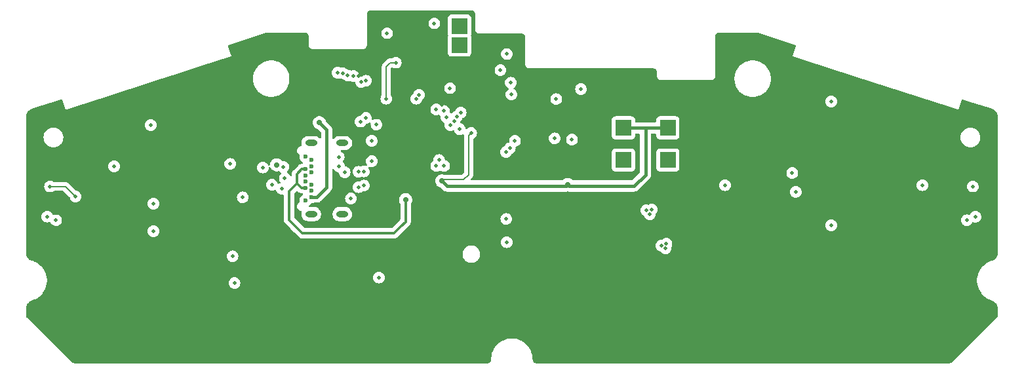
<source format=gbr>
%TF.GenerationSoftware,KiCad,Pcbnew,7.0.6*%
%TF.CreationDate,2023-09-25T23:03:40-07:00*%
%TF.ProjectId,UniSNES,556e6953-4e45-4532-9e6b-696361645f70,rev?*%
%TF.SameCoordinates,Original*%
%TF.FileFunction,Copper,L2,Inr*%
%TF.FilePolarity,Positive*%
%FSLAX46Y46*%
G04 Gerber Fmt 4.6, Leading zero omitted, Abs format (unit mm)*
G04 Created by KiCad (PCBNEW 7.0.6) date 2023-09-25 23:03:40*
%MOMM*%
%LPD*%
G01*
G04 APERTURE LIST*
%TA.AperFunction,ComponentPad*%
%ADD10R,2.000000X2.000000*%
%TD*%
%TA.AperFunction,ComponentPad*%
%ADD11C,0.600000*%
%TD*%
%TA.AperFunction,ComponentPad*%
%ADD12O,1.550000X0.800000*%
%TD*%
%TA.AperFunction,ViaPad*%
%ADD13C,0.500000*%
%TD*%
%TA.AperFunction,ViaPad*%
%ADD14C,0.700000*%
%TD*%
%TA.AperFunction,Conductor*%
%ADD15C,0.150000*%
%TD*%
%TA.AperFunction,Conductor*%
%ADD16C,0.450000*%
%TD*%
%TA.AperFunction,Conductor*%
%ADD17C,0.350000*%
%TD*%
%TA.AperFunction,Conductor*%
%ADD18C,0.200000*%
%TD*%
G04 APERTURE END LIST*
D10*
%TO.N,UART0_TX*%
%TO.C,T6*%
X72390000Y-25298400D03*
%TD*%
%TO.N,UART0_RX*%
%TO.C,T5*%
X72390000Y-22860000D03*
%TD*%
%TO.N,VBUS_SYS*%
%TO.C,T1*%
X99291350Y-36017200D03*
%TD*%
%TO.N,RUMBLE-*%
%TO.C,T4*%
X93573600Y-40182800D03*
%TD*%
D11*
%TO.N,GND*%
%TO.C,J1*%
X52544759Y-45368895D03*
%TO.N,+3.3V_PRE*%
X53254759Y-44968895D03*
%TO.N,N_CLOCK*%
X53254759Y-44168895D03*
%TO.N,VBUS_PRE*%
X52544759Y-43768895D03*
%TO.N,/CC2*%
X53254759Y-43368895D03*
%TO.N,D+*%
X52544759Y-42968895D03*
%TO.N,D-*%
X52544759Y-42168895D03*
%TO.N,unconnected-(J1-SBU2-PadB8)*%
X53254759Y-41768895D03*
%TO.N,VBUS_PRE*%
X52544759Y-41368895D03*
%TO.N,N_LATCH*%
X53254759Y-40968895D03*
%TO.N,N_DATA*%
X53254759Y-40168895D03*
%TO.N,GND*%
X52544759Y-39768895D03*
D12*
X57254759Y-37968895D03*
X53254759Y-37968895D03*
X57254759Y-47168895D03*
X53254759Y-47168895D03*
%TD*%
D10*
%TO.N,RUMBLE-*%
%TO.C,T2*%
X99291350Y-40182800D03*
%TD*%
%TO.N,VBUS_SYS*%
%TO.C,T3*%
X93573600Y-36017200D03*
%TD*%
D13*
%TO.N,GND*%
X67157600Y-31750000D03*
X19151600Y-47498000D03*
X70358000Y-33832800D03*
X97231200Y-46583600D03*
X59588400Y-35204400D03*
X60299600Y-34747200D03*
X66802000Y-32258000D03*
X69748400Y-40182800D03*
X78435200Y-47802800D03*
X78486000Y-50800000D03*
X70713600Y-34645600D03*
X63042800Y-23774400D03*
X96520000Y-46685200D03*
X96977200Y-47193200D03*
X61671200Y-35610800D03*
X115366800Y-41859200D03*
X70408800Y-40944800D03*
X99110800Y-51003200D03*
X98450400Y-51257200D03*
X115824000Y-44297600D03*
X69392800Y-40944800D03*
X137926397Y-47960924D03*
X69392800Y-33629600D03*
X99009200Y-51612800D03*
%TO.N,BTN_A*%
X132181600Y-43434000D03*
X71221600Y-35661600D03*
%TO.N,BTN_B*%
X71729600Y-35153600D03*
X120396000Y-48615600D03*
%TO.N,BTN_X*%
X72034400Y-34544000D03*
X120396000Y-32613600D03*
%TO.N,BTN_Y*%
X72542400Y-34036000D03*
X106680000Y-43434000D03*
%TO.N,+3V3*%
X121920000Y-64262000D03*
X65227200Y-55727600D03*
X80772000Y-55829200D03*
D14*
X75793600Y-44653200D03*
X61569600Y-34594800D03*
D13*
X69385408Y-29224312D03*
X39624000Y-43942000D03*
X41300400Y-53441600D03*
D14*
X64160400Y-22098000D03*
D13*
X59385200Y-34188400D03*
D14*
X54762400Y-30124400D03*
D13*
X65328800Y-36372800D03*
X70154800Y-33020000D03*
D14*
X75336400Y-32664400D03*
D13*
X59385200Y-29311600D03*
X42570400Y-51816000D03*
X135483600Y-53695600D03*
X34899600Y-48615600D03*
X108610400Y-53848000D03*
X121920000Y-43180000D03*
%TO.N,+1V1*%
X62941200Y-32258000D03*
X64160400Y-27584400D03*
%TO.N,SHARED_PU*%
X79095600Y-31699200D03*
X78501200Y-26477200D03*
X79009200Y-30185600D03*
X77688400Y-28560000D03*
%TO.N,BTN_DDOWN*%
X43332400Y-56083200D03*
X58674000Y-29311600D03*
%TO.N,BTN_DLEFT*%
X27787600Y-40995600D03*
X56642000Y-28905200D03*
%TO.N,BTN_DRIGHT*%
X43078400Y-52628800D03*
X57962800Y-29260800D03*
%TO.N,BTN_DUP*%
X57302400Y-28956000D03*
X42773600Y-40690800D03*
D14*
%TO.N,+3.3V_PRE*%
X48768000Y-40792400D03*
X54305200Y-35356800D03*
%TO.N,VBUS_PRE*%
X65430400Y-45313600D03*
D13*
%TO.N,N_CLOCK*%
X49663331Y-41077549D03*
X61061600Y-40335200D03*
X78892400Y-38658800D03*
%TO.N,/CC1*%
X46990000Y-41148000D03*
%TO.N,D-*%
X58369200Y-45161200D03*
X57556400Y-41757600D03*
X49834800Y-42519600D03*
%TO.N,N_LATCH*%
X79552800Y-37693600D03*
X49428400Y-43891200D03*
X61061600Y-37693600D03*
X56794400Y-39776400D03*
%TO.N,N_DATA*%
X56845200Y-40995600D03*
X48158400Y-43383200D03*
X78384400Y-39166800D03*
%TO.N,Net-(L1-DOUT)*%
X32867600Y-49377600D03*
X32867600Y-45821600D03*
%TO.N,RGB_1*%
X69138800Y-22504400D03*
X32512000Y-35661600D03*
%TO.N,RGB_2*%
X61976000Y-55372000D03*
X44399200Y-45008800D03*
%TO.N,BTN_SEL*%
X59334400Y-41706800D03*
X59334400Y-43688000D03*
%TO.N,BTN_STRT*%
X60045600Y-43484800D03*
X60045600Y-41656000D03*
%TO.N,BTN_L*%
X20286796Y-47961884D03*
X71170800Y-30886400D03*
%TO.N,unconnected-(TRL1-NC-Pad3)*%
X22809200Y-44907200D03*
X19507200Y-43586400D03*
%TO.N,BTN_R*%
X139021859Y-47502664D03*
X72426134Y-36189239D03*
%TO.N,unconnected-(TRR1-NC-Pad3)*%
X138684000Y-43586400D03*
D14*
%TO.N,VBUS_SYS*%
X86380188Y-43357269D03*
D13*
X73905662Y-36693326D03*
D14*
X70104000Y-42875200D03*
D13*
%TO.N,Net-(Q3-D)*%
X84683600Y-37388800D03*
X86918800Y-37541200D03*
%TO.N,R_BRAKE*%
X60313009Y-29937438D03*
X84886800Y-32308800D03*
%TO.N,RUMBLE*%
X88090187Y-31012613D03*
X59675808Y-30112014D03*
%TD*%
D15*
%TO.N,+1V1*%
X63449200Y-27584400D02*
X64160400Y-27584400D01*
X62941200Y-28092400D02*
X63449200Y-27584400D01*
X62941200Y-32258000D02*
X62941200Y-28092400D01*
D16*
%TO.N,+3.3V_PRE*%
X53254759Y-44968895D02*
X53938705Y-44968895D01*
X55219600Y-36271200D02*
X54305200Y-35356800D01*
X53938705Y-44968895D02*
X54305200Y-44602400D01*
X55219600Y-43688000D02*
X55219600Y-37896800D01*
X55219600Y-37896800D02*
X55219600Y-36271200D01*
X54305200Y-44602400D02*
X55219600Y-43688000D01*
D17*
%TO.N,VBUS_PRE*%
X55676800Y-49631600D02*
X63957200Y-49631600D01*
X63957200Y-49631600D02*
X64770000Y-48818800D01*
X50393600Y-44231568D02*
X50393600Y-46380400D01*
X51417381Y-43207787D02*
X50393600Y-44231568D01*
X51417381Y-43207787D02*
X51978489Y-43768895D01*
X50393600Y-47904400D02*
X51612800Y-49123600D01*
X52544759Y-41368895D02*
X52026593Y-41368895D01*
X52026593Y-41368895D02*
X51417381Y-41978107D01*
X52120800Y-49631600D02*
X55676800Y-49631600D01*
X51978489Y-43768895D02*
X52544759Y-43768895D01*
X51612800Y-49123600D02*
X52120800Y-49631600D01*
X51417381Y-41978107D02*
X51417381Y-43207787D01*
X50393600Y-46380400D02*
X50393600Y-47904400D01*
X65430400Y-48158400D02*
X65430400Y-45313600D01*
X64770000Y-48818800D02*
X65430400Y-48158400D01*
D15*
%TO.N,unconnected-(TRL1-NC-Pad3)*%
X21488400Y-43586400D02*
X22809200Y-44907200D01*
X19507200Y-43586400D02*
X21488400Y-43586400D01*
D16*
%TO.N,VBUS_SYS*%
X96418400Y-42062400D02*
X96418400Y-36017200D01*
D18*
X73905662Y-36693326D02*
X73558400Y-37040588D01*
D16*
X73101200Y-43535600D02*
X86201857Y-43535600D01*
X86558519Y-43535600D02*
X94945200Y-43535600D01*
D18*
X73558400Y-42062400D02*
X72898000Y-42722800D01*
D16*
X70764400Y-43535600D02*
X73101200Y-43535600D01*
X86380188Y-43357269D02*
X86558519Y-43535600D01*
D18*
X73558400Y-37040588D02*
X73558400Y-42062400D01*
D16*
X94945200Y-43535600D02*
X96418400Y-42062400D01*
X93573600Y-36017200D02*
X96418400Y-36017200D01*
X70104000Y-42875200D02*
X70764400Y-43535600D01*
D18*
X70256400Y-42722800D02*
X70104000Y-42875200D01*
D16*
X86201857Y-43535600D02*
X86380188Y-43357269D01*
D18*
X72898000Y-42722800D02*
X70256400Y-42722800D01*
D16*
X96418400Y-36017200D02*
X99291350Y-36017200D01*
%TD*%
%TA.AperFunction,Conductor*%
%TO.N,+3V3*%
G36*
X73925729Y-20834033D02*
G01*
X73948758Y-20836627D01*
X74028062Y-20847057D01*
X74052818Y-20852949D01*
X74087172Y-20864969D01*
X74090400Y-20866200D01*
X74144398Y-20888565D01*
X74162918Y-20898132D01*
X74173897Y-20905030D01*
X74197021Y-20919560D01*
X74197886Y-20920103D01*
X74202637Y-20923408D01*
X74250414Y-20960068D01*
X74256514Y-20965419D01*
X74289986Y-20998892D01*
X74295339Y-21004996D01*
X74331996Y-21052771D01*
X74335307Y-21057531D01*
X74357269Y-21092486D01*
X74366837Y-21111007D01*
X74389195Y-21164989D01*
X74390429Y-21168221D01*
X74397369Y-21188059D01*
X74402451Y-21202586D01*
X74408347Y-21227357D01*
X74418724Y-21306222D01*
X74421377Y-21329776D01*
X74421767Y-21336720D01*
X74421767Y-23233084D01*
X74414535Y-23257710D01*
X74421225Y-23308531D01*
X74421756Y-23316625D01*
X74421760Y-23372828D01*
X74421761Y-23372840D01*
X74423513Y-23380512D01*
X74422060Y-23404227D01*
X74433358Y-23431499D01*
X74439688Y-23451355D01*
X74446864Y-23482787D01*
X74446866Y-23482793D01*
X74457286Y-23504427D01*
X74461552Y-23530332D01*
X74475811Y-23548913D01*
X74489156Y-23570597D01*
X74495806Y-23584405D01*
X74519237Y-23613785D01*
X74530075Y-23640332D01*
X74544691Y-23651547D01*
X74561154Y-23667707D01*
X74561204Y-23667658D01*
X74571051Y-23677505D01*
X74571001Y-23677554D01*
X74587161Y-23694016D01*
X74593804Y-23702673D01*
X74598442Y-23703312D01*
X74624918Y-23719464D01*
X74654305Y-23742900D01*
X74668119Y-23749553D01*
X74689799Y-23762894D01*
X74700775Y-23771316D01*
X74702589Y-23771123D01*
X74734281Y-23781417D01*
X74755919Y-23791838D01*
X74787357Y-23799015D01*
X74807215Y-23805345D01*
X74824413Y-23812469D01*
X74858216Y-23815192D01*
X74865870Y-23816939D01*
X74865872Y-23816939D01*
X74865875Y-23816940D01*
X74897501Y-23816941D01*
X74897511Y-23816943D01*
X74921995Y-23816943D01*
X74930100Y-23817474D01*
X74968798Y-23822571D01*
X75005199Y-23816943D01*
X80399496Y-23816943D01*
X80406440Y-23817333D01*
X80417546Y-23818583D01*
X80428527Y-23819820D01*
X80509201Y-23830486D01*
X80533867Y-23836365D01*
X80566435Y-23847759D01*
X80569643Y-23848983D01*
X80587629Y-23856432D01*
X80625573Y-23872147D01*
X80644090Y-23881711D01*
X80655928Y-23889148D01*
X80677821Y-23902902D01*
X80682566Y-23906203D01*
X80731631Y-23943846D01*
X80737726Y-23949190D01*
X80770256Y-23981717D01*
X80775609Y-23987819D01*
X80813246Y-24036860D01*
X80816556Y-24041619D01*
X80837748Y-24075339D01*
X80847317Y-24093857D01*
X80870489Y-24149783D01*
X80871731Y-24153034D01*
X80883085Y-24185477D01*
X80888984Y-24210240D01*
X80900048Y-24294198D01*
X80902088Y-24312288D01*
X80902479Y-24319242D01*
X80902479Y-27749179D01*
X80895194Y-27773985D01*
X80901925Y-27825146D01*
X80902456Y-27833235D01*
X80902461Y-27889534D01*
X80902462Y-27889541D01*
X80904208Y-27897188D01*
X80902755Y-27920920D01*
X80914059Y-27948206D01*
X80920389Y-27968060D01*
X80927566Y-27999494D01*
X80927567Y-27999497D01*
X80927569Y-27999502D01*
X80937987Y-28021132D01*
X80942253Y-28047034D01*
X80956510Y-28065613D01*
X80969853Y-28087293D01*
X80976506Y-28101107D01*
X80976508Y-28101109D01*
X80999945Y-28130497D01*
X81010783Y-28157043D01*
X81025395Y-28168255D01*
X81041855Y-28184409D01*
X81041905Y-28184360D01*
X81046829Y-28189283D01*
X81046831Y-28189286D01*
X81046833Y-28189287D01*
X81051753Y-28194207D01*
X81051702Y-28194257D01*
X81067860Y-28210718D01*
X81074503Y-28219375D01*
X81079142Y-28220014D01*
X81105622Y-28236169D01*
X81135009Y-28259604D01*
X81135010Y-28259605D01*
X81148825Y-28266258D01*
X81170508Y-28279601D01*
X81181482Y-28288021D01*
X81183301Y-28287828D01*
X81214984Y-28298118D01*
X81236628Y-28308542D01*
X81246781Y-28310859D01*
X81268062Y-28315718D01*
X81287921Y-28322048D01*
X81305115Y-28329170D01*
X81338922Y-28331892D01*
X81346586Y-28333642D01*
X81378213Y-28333642D01*
X81378219Y-28333644D01*
X81402708Y-28333644D01*
X81410811Y-28334175D01*
X81449520Y-28339272D01*
X81485919Y-28333644D01*
X97399505Y-28333644D01*
X97406435Y-28334032D01*
X97429599Y-28336637D01*
X97508718Y-28347024D01*
X97533503Y-28352919D01*
X97568117Y-28365026D01*
X97571301Y-28366241D01*
X97625078Y-28388509D01*
X97643584Y-28398068D01*
X97678724Y-28420145D01*
X97683463Y-28423441D01*
X97731085Y-28459981D01*
X97737175Y-28465321D01*
X97756963Y-28485110D01*
X97770781Y-28498929D01*
X97776135Y-28505035D01*
X97812663Y-28552645D01*
X97815974Y-28557406D01*
X97838043Y-28592536D01*
X97847602Y-28611045D01*
X97858594Y-28637592D01*
X97869848Y-28664775D01*
X97871089Y-28668027D01*
X97883190Y-28702631D01*
X97889083Y-28727405D01*
X97899359Y-28805597D01*
X97902090Y-28829890D01*
X97902479Y-28836823D01*
X97902478Y-29249207D01*
X97895191Y-29274022D01*
X97901924Y-29325137D01*
X97902456Y-29333227D01*
X97902470Y-29389534D01*
X97904220Y-29397192D01*
X97902771Y-29420908D01*
X97914072Y-29448180D01*
X97920403Y-29468030D01*
X97927587Y-29499477D01*
X97927589Y-29499481D01*
X97938010Y-29521113D01*
X97942277Y-29547010D01*
X97956538Y-29565592D01*
X97969878Y-29587265D01*
X97976534Y-29601081D01*
X97976537Y-29601086D01*
X97983445Y-29609748D01*
X97999964Y-29630459D01*
X98010802Y-29657004D01*
X98025421Y-29668222D01*
X98041886Y-29684379D01*
X98041934Y-29684332D01*
X98046857Y-29689254D01*
X98046859Y-29689257D01*
X98046861Y-29689258D01*
X98051779Y-29694176D01*
X98051730Y-29694224D01*
X98067893Y-29710692D01*
X98074539Y-29719352D01*
X98079172Y-29719990D01*
X98105650Y-29736143D01*
X98135033Y-29759576D01*
X98148857Y-29766235D01*
X98170537Y-29779577D01*
X98181509Y-29787997D01*
X98183320Y-29787804D01*
X98215008Y-29798098D01*
X98236640Y-29808518D01*
X98253803Y-29812438D01*
X98268081Y-29815700D01*
X98287934Y-29822031D01*
X98305134Y-29829158D01*
X98338926Y-29831882D01*
X98346589Y-29833633D01*
X98378223Y-29833638D01*
X98378248Y-29833644D01*
X98402706Y-29833644D01*
X98410820Y-29834177D01*
X98449468Y-29839272D01*
X98485889Y-29833644D01*
X104831157Y-29833644D01*
X104855962Y-29840927D01*
X104907061Y-29834197D01*
X104915154Y-29833666D01*
X104969721Y-29833655D01*
X104971585Y-29833655D01*
X104979502Y-29831844D01*
X105003266Y-29833288D01*
X105030478Y-29821990D01*
X105050371Y-29815635D01*
X105081777Y-29808452D01*
X105103676Y-29797879D01*
X105129602Y-29793584D01*
X105148092Y-29779354D01*
X105169814Y-29765950D01*
X105183574Y-29759308D01*
X105213199Y-29735610D01*
X105239739Y-29724729D01*
X105250858Y-29710177D01*
X105266972Y-29693701D01*
X105266916Y-29693645D01*
X105271842Y-29688700D01*
X105271845Y-29688699D01*
X105271846Y-29688696D01*
X105276770Y-29683756D01*
X105276826Y-29683812D01*
X105293251Y-29667635D01*
X105301839Y-29661025D01*
X105302476Y-29656346D01*
X105305479Y-29651403D01*
X107898458Y-29651403D01*
X107906384Y-29772341D01*
X107906517Y-29776397D01*
X107906517Y-29805272D01*
X107906518Y-29805297D01*
X107910286Y-29833914D01*
X107910684Y-29837952D01*
X107918609Y-29958856D01*
X107918610Y-29958864D01*
X107922546Y-29978651D01*
X107942251Y-30077726D01*
X107942912Y-30081726D01*
X107946681Y-30110352D01*
X107954159Y-30138261D01*
X107955080Y-30142212D01*
X107978717Y-30261051D01*
X107978719Y-30261055D01*
X107978721Y-30261063D01*
X107985173Y-30280070D01*
X108017674Y-30375819D01*
X108018852Y-30379702D01*
X108026317Y-30407565D01*
X108026331Y-30407605D01*
X108037380Y-30434281D01*
X108038809Y-30438078D01*
X108077761Y-30552827D01*
X108077763Y-30552833D01*
X108131357Y-30661511D01*
X108133032Y-30665206D01*
X108144079Y-30691876D01*
X108144097Y-30691912D01*
X108158531Y-30716914D01*
X108160445Y-30720493D01*
X108214035Y-30829167D01*
X108214036Y-30829168D01*
X108214040Y-30829174D01*
X108214041Y-30829176D01*
X108224316Y-30844554D01*
X108281368Y-30929939D01*
X108283510Y-30933384D01*
X108297952Y-30958398D01*
X108297956Y-30958404D01*
X108315539Y-30981318D01*
X108317903Y-30984617D01*
X108385217Y-31085359D01*
X108385223Y-31085368D01*
X108405705Y-31108723D01*
X108465120Y-31176473D01*
X108467694Y-31179609D01*
X108485284Y-31202532D01*
X108505708Y-31222955D01*
X108508479Y-31225914D01*
X108588381Y-31317024D01*
X108588389Y-31317031D01*
X108679485Y-31396921D01*
X108682447Y-31399695D01*
X108702874Y-31420122D01*
X108725786Y-31437703D01*
X108728924Y-31440278D01*
X108820037Y-31520182D01*
X108820040Y-31520184D01*
X108820042Y-31520186D01*
X108920784Y-31587499D01*
X108924083Y-31589863D01*
X108946993Y-31607442D01*
X108947005Y-31607450D01*
X108947010Y-31607454D01*
X108972050Y-31621911D01*
X108975434Y-31624015D01*
X109076229Y-31691364D01*
X109184929Y-31744969D01*
X109188474Y-31746863D01*
X109213499Y-31761312D01*
X109213507Y-31761316D01*
X109220882Y-31764370D01*
X109240205Y-31772374D01*
X109243871Y-31774035D01*
X109352574Y-31827642D01*
X109467345Y-31866601D01*
X109471120Y-31868022D01*
X109477359Y-31870606D01*
X109497795Y-31879072D01*
X109497799Y-31879073D01*
X109497808Y-31879077D01*
X109497821Y-31879080D01*
X109497841Y-31879087D01*
X109525717Y-31886556D01*
X109529575Y-31887725D01*
X109644342Y-31926684D01*
X109763219Y-31950330D01*
X109767133Y-31951242D01*
X109795047Y-31958722D01*
X109823712Y-31962495D01*
X109827666Y-31963149D01*
X109946541Y-31986795D01*
X110028737Y-31992182D01*
X110067468Y-31994721D01*
X110071508Y-31995119D01*
X110100111Y-31998885D01*
X110100122Y-31998885D01*
X110100139Y-31998888D01*
X110100153Y-31998888D01*
X110129006Y-31998888D01*
X110133062Y-31999021D01*
X110185424Y-32002452D01*
X110254001Y-32006947D01*
X110322577Y-32002452D01*
X110374940Y-31999021D01*
X110378996Y-31998888D01*
X110407846Y-31998888D01*
X110407863Y-31998888D01*
X110407883Y-31998885D01*
X110407888Y-31998885D01*
X110436492Y-31995119D01*
X110440528Y-31994721D01*
X110561461Y-31986795D01*
X110680345Y-31963147D01*
X110684284Y-31962496D01*
X110712955Y-31958722D01*
X110740883Y-31951238D01*
X110744773Y-31950332D01*
X110863660Y-31926684D01*
X110978435Y-31887723D01*
X110982285Y-31886556D01*
X111010167Y-31879085D01*
X111010177Y-31879081D01*
X111010194Y-31879077D01*
X111036894Y-31868017D01*
X111040635Y-31866608D01*
X111155428Y-31827642D01*
X111155432Y-31827639D01*
X111155435Y-31827639D01*
X111174555Y-31818209D01*
X111264168Y-31774016D01*
X111267768Y-31772386D01*
X111294494Y-31761316D01*
X111294508Y-31761307D01*
X111294512Y-31761306D01*
X111310388Y-31752139D01*
X111319513Y-31746871D01*
X111323043Y-31744983D01*
X111431773Y-31691364D01*
X111532575Y-31624010D01*
X111535948Y-31621912D01*
X111560992Y-31607454D01*
X111583925Y-31589856D01*
X111587188Y-31587518D01*
X111687965Y-31520182D01*
X111779098Y-31440259D01*
X111782189Y-31437722D01*
X111805126Y-31420123D01*
X111825578Y-31399670D01*
X111828478Y-31396953D01*
X111919621Y-31317024D01*
X111999552Y-31225879D01*
X112002277Y-31222971D01*
X112022720Y-31202529D01*
X112040319Y-31179592D01*
X112042856Y-31176501D01*
X112122779Y-31085368D01*
X112190115Y-30984591D01*
X112192453Y-30981328D01*
X112210051Y-30958395D01*
X112224509Y-30933351D01*
X112226607Y-30929978D01*
X112293961Y-30829176D01*
X112347580Y-30720446D01*
X112349471Y-30716911D01*
X112363903Y-30691915D01*
X112363904Y-30691911D01*
X112363913Y-30691897D01*
X112374983Y-30665171D01*
X112376613Y-30661571D01*
X112427340Y-30558710D01*
X112430236Y-30552838D01*
X112430238Y-30552833D01*
X112430239Y-30552831D01*
X112469205Y-30438038D01*
X112470614Y-30434297D01*
X112481674Y-30407597D01*
X112481678Y-30407580D01*
X112481682Y-30407570D01*
X112489153Y-30379688D01*
X112490320Y-30375838D01*
X112529281Y-30261063D01*
X112552928Y-30142176D01*
X112553842Y-30138261D01*
X112561319Y-30110358D01*
X112565093Y-30081687D01*
X112565744Y-30077748D01*
X112589392Y-29958864D01*
X112597318Y-29837931D01*
X112597716Y-29833895D01*
X112601484Y-29805273D01*
X112601484Y-29805272D01*
X112601485Y-29805266D01*
X112602134Y-29765547D01*
X112602254Y-29762612D01*
X112608480Y-29667635D01*
X112609544Y-29651410D01*
X112609544Y-29651398D01*
X112606813Y-29609740D01*
X112602255Y-29540200D01*
X112602134Y-29537257D01*
X112601485Y-29497542D01*
X112601240Y-29495681D01*
X112597716Y-29468911D01*
X112597318Y-29464871D01*
X112589393Y-29343960D01*
X112589392Y-29343951D01*
X112589392Y-29343944D01*
X112565746Y-29225069D01*
X112565092Y-29221115D01*
X112561319Y-29192450D01*
X112553839Y-29164536D01*
X112552924Y-29160609D01*
X112550909Y-29150481D01*
X112529281Y-29041745D01*
X112490322Y-28926978D01*
X112489153Y-28923120D01*
X112481684Y-28895244D01*
X112481677Y-28895224D01*
X112481674Y-28895211D01*
X112479364Y-28889635D01*
X112470621Y-28868527D01*
X112469198Y-28864748D01*
X112430239Y-28749977D01*
X112376623Y-28641254D01*
X112374971Y-28637608D01*
X112363913Y-28610911D01*
X112363907Y-28610900D01*
X112363895Y-28610876D01*
X112349457Y-28585870D01*
X112347559Y-28582320D01*
X112293961Y-28473633D01*
X112293954Y-28473623D01*
X112226643Y-28372884D01*
X112224501Y-28369439D01*
X112210053Y-28344416D01*
X112210033Y-28344387D01*
X112192450Y-28321473D01*
X112190091Y-28318180D01*
X112122779Y-28217440D01*
X112046196Y-28130114D01*
X112042875Y-28126327D01*
X112040300Y-28123189D01*
X112022719Y-28100277D01*
X112002292Y-28079850D01*
X111999518Y-28076888D01*
X111919628Y-27985792D01*
X111919621Y-27985784D01*
X111828511Y-27905882D01*
X111825552Y-27903111D01*
X111805129Y-27882687D01*
X111782206Y-27865097D01*
X111779070Y-27862523D01*
X111734786Y-27823687D01*
X111687965Y-27782626D01*
X111642817Y-27752459D01*
X111587214Y-27715306D01*
X111583915Y-27712942D01*
X111561001Y-27695359D01*
X111560995Y-27695355D01*
X111535981Y-27680913D01*
X111532536Y-27678771D01*
X111465857Y-27634218D01*
X111431773Y-27611444D01*
X111431771Y-27611443D01*
X111431765Y-27611439D01*
X111431764Y-27611438D01*
X111345995Y-27569143D01*
X111323079Y-27557842D01*
X111319511Y-27555934D01*
X111294509Y-27541500D01*
X111294500Y-27541495D01*
X111294494Y-27541492D01*
X111294488Y-27541489D01*
X111294473Y-27541482D01*
X111267803Y-27530435D01*
X111264108Y-27528760D01*
X111155430Y-27475166D01*
X111155424Y-27475164D01*
X111040675Y-27436212D01*
X111036878Y-27434783D01*
X111010202Y-27423734D01*
X111010197Y-27423732D01*
X111010194Y-27423731D01*
X111010191Y-27423730D01*
X111010162Y-27423720D01*
X110982299Y-27416255D01*
X110978416Y-27415077D01*
X110901469Y-27388958D01*
X110863660Y-27376124D01*
X110863654Y-27376122D01*
X110863652Y-27376122D01*
X110863648Y-27376120D01*
X110744809Y-27352483D01*
X110740858Y-27351562D01*
X110712949Y-27344084D01*
X110684323Y-27340315D01*
X110680323Y-27339654D01*
X110587812Y-27321254D01*
X110561461Y-27316013D01*
X110561456Y-27316012D01*
X110561453Y-27316012D01*
X110440549Y-27308087D01*
X110436511Y-27307689D01*
X110407895Y-27303921D01*
X110407869Y-27303920D01*
X110407863Y-27303920D01*
X110378996Y-27303920D01*
X110374940Y-27303787D01*
X110263560Y-27296487D01*
X110254001Y-27295861D01*
X110254000Y-27295861D01*
X110133062Y-27303787D01*
X110129006Y-27303920D01*
X110100131Y-27303920D01*
X110100106Y-27303921D01*
X110071489Y-27307689D01*
X110067451Y-27308087D01*
X109946548Y-27316012D01*
X109946543Y-27316012D01*
X109946541Y-27316013D01*
X109930270Y-27319249D01*
X109827677Y-27339654D01*
X109823678Y-27340315D01*
X109795046Y-27344086D01*
X109767147Y-27351561D01*
X109763210Y-27352479D01*
X109645668Y-27375860D01*
X109644347Y-27376123D01*
X109644338Y-27376125D01*
X109529585Y-27415077D01*
X109525703Y-27416255D01*
X109497832Y-27423722D01*
X109497807Y-27423731D01*
X109492232Y-27426040D01*
X109471124Y-27434782D01*
X109467328Y-27436211D01*
X109352568Y-27475168D01*
X109243892Y-27528762D01*
X109240196Y-27530436D01*
X109213512Y-27541489D01*
X109213478Y-27541506D01*
X109188475Y-27555942D01*
X109184897Y-27557855D01*
X109076239Y-27611438D01*
X109076220Y-27611449D01*
X108975467Y-27678769D01*
X108972024Y-27680910D01*
X108947000Y-27695359D01*
X108946987Y-27695367D01*
X108924070Y-27712953D01*
X108920772Y-27715316D01*
X108820032Y-27782629D01*
X108728927Y-27862526D01*
X108725793Y-27865099D01*
X108717274Y-27871636D01*
X108702870Y-27882687D01*
X108682445Y-27903113D01*
X108679485Y-27905886D01*
X108588381Y-27985784D01*
X108508483Y-28076888D01*
X108505710Y-28079848D01*
X108485288Y-28100269D01*
X108484392Y-28101439D01*
X108467696Y-28123195D01*
X108465123Y-28126330D01*
X108385226Y-28217435D01*
X108317913Y-28318175D01*
X108315550Y-28321473D01*
X108297964Y-28344390D01*
X108297956Y-28344403D01*
X108283507Y-28369427D01*
X108281366Y-28372870D01*
X108214046Y-28473623D01*
X108214035Y-28473642D01*
X108160452Y-28582300D01*
X108158539Y-28585878D01*
X108144103Y-28610881D01*
X108144086Y-28610915D01*
X108133033Y-28637599D01*
X108131359Y-28641295D01*
X108077765Y-28749971D01*
X108038808Y-28864731D01*
X108037379Y-28868527D01*
X108028637Y-28889635D01*
X108026328Y-28895210D01*
X108026319Y-28895235D01*
X108018852Y-28923106D01*
X108017674Y-28926988D01*
X107978722Y-29041741D01*
X107978721Y-29041745D01*
X107957093Y-29150481D01*
X107955080Y-29160599D01*
X107954158Y-29164550D01*
X107946683Y-29192449D01*
X107942912Y-29221081D01*
X107942251Y-29225080D01*
X107918609Y-29343951D01*
X107910684Y-29464854D01*
X107910286Y-29468892D01*
X107906518Y-29497509D01*
X107906517Y-29497533D01*
X107906517Y-29526409D01*
X107906384Y-29530465D01*
X107898458Y-29651403D01*
X105305479Y-29651403D01*
X105318554Y-29629884D01*
X105342145Y-29600180D01*
X105348742Y-29586391D01*
X105362064Y-29564631D01*
X105370432Y-29553678D01*
X105370230Y-29551817D01*
X105380431Y-29520161D01*
X105390933Y-29498213D01*
X105398007Y-29466776D01*
X105404293Y-29446860D01*
X105411338Y-29429722D01*
X105413968Y-29395850D01*
X105415750Y-29387933D01*
X105415563Y-29331672D01*
X105416068Y-29323579D01*
X105421036Y-29284866D01*
X105415276Y-29248419D01*
X105415102Y-29198146D01*
X107945157Y-29198146D01*
X107945173Y-29198094D01*
X107945418Y-29197175D01*
X107945417Y-29197174D01*
X107945157Y-29198146D01*
X105415102Y-29198146D01*
X105409920Y-27697895D01*
X108942609Y-27697895D01*
X108942646Y-27697874D01*
X108942760Y-27697809D01*
X108942759Y-27697808D01*
X108942609Y-27697895D01*
X105409920Y-27697895D01*
X105408693Y-27342820D01*
X109799771Y-27342820D01*
X109799772Y-27342821D01*
X109800691Y-27342576D01*
X109800743Y-27342560D01*
X109799771Y-27342820D01*
X105408693Y-27342820D01*
X105397902Y-24218702D01*
X105398269Y-24211748D01*
X105400750Y-24189039D01*
X105401207Y-24185477D01*
X105411016Y-24109041D01*
X105416844Y-24084232D01*
X105428658Y-24050160D01*
X105429851Y-24047009D01*
X105452336Y-23992310D01*
X105461868Y-23973747D01*
X105483626Y-23938944D01*
X105486898Y-23934217D01*
X105523815Y-23885899D01*
X105529147Y-23879797D01*
X105562428Y-23846400D01*
X105568499Y-23841060D01*
X105616690Y-23803972D01*
X105621398Y-23800688D01*
X105656135Y-23778804D01*
X105674672Y-23769204D01*
X105729255Y-23746545D01*
X105732461Y-23745318D01*
X105766440Y-23733404D01*
X105791253Y-23727484D01*
X105871604Y-23716893D01*
X105889703Y-23714852D01*
X105893828Y-23714387D01*
X105900782Y-23713996D01*
X105949237Y-23713996D01*
X105949242Y-23713994D01*
X110658164Y-23713948D01*
X110661407Y-23714032D01*
X110678877Y-23714948D01*
X110789918Y-23723681D01*
X110794728Y-23724249D01*
X110837170Y-23730972D01*
X110841862Y-23731906D01*
X110949857Y-23757839D01*
X110967311Y-23762516D01*
X110970380Y-23763425D01*
X115736986Y-25312190D01*
X115794660Y-25351626D01*
X115821858Y-25415985D01*
X115816597Y-25468438D01*
X115414407Y-26706252D01*
X115413981Y-26707023D01*
X115406956Y-26729052D01*
X115406988Y-26729463D01*
X115406989Y-26729465D01*
X115407304Y-26729734D01*
X115418586Y-26733356D01*
X124591374Y-29713775D01*
X136782488Y-33674908D01*
X136782635Y-33674990D01*
X136782640Y-33674975D01*
X136806074Y-33682614D01*
X136806076Y-33682616D01*
X136806077Y-33682615D01*
X136806078Y-33682616D01*
X136806282Y-33682600D01*
X136806489Y-33682584D01*
X136806688Y-33682350D01*
X136806688Y-33682348D01*
X136806757Y-33682268D01*
X136806756Y-33682262D01*
X136807044Y-33681378D01*
X136812156Y-33667476D01*
X136812732Y-33663836D01*
X136814473Y-33658466D01*
X136814476Y-33658467D01*
X136814491Y-33658329D01*
X137216321Y-32421627D01*
X137255758Y-32363954D01*
X137320116Y-32336756D01*
X137372569Y-32342017D01*
X138719569Y-32779684D01*
X141209478Y-33588705D01*
X141214685Y-33590660D01*
X141242592Y-33602589D01*
X141378747Y-33663223D01*
X141396581Y-33672993D01*
X141451189Y-33709042D01*
X141453449Y-33710608D01*
X141470534Y-33723021D01*
X141544493Y-33776758D01*
X141550903Y-33782109D01*
X141607089Y-33835830D01*
X141610318Y-33839157D01*
X141681201Y-33917879D01*
X141685288Y-33922926D01*
X141731932Y-33987126D01*
X141735469Y-33992571D01*
X141788445Y-34084326D01*
X141790602Y-34088408D01*
X141823501Y-34156718D01*
X141824329Y-34158438D01*
X141827438Y-34166188D01*
X141862220Y-34273226D01*
X141863020Y-34275891D01*
X141880413Y-34338902D01*
X141884203Y-34358928D01*
X141899858Y-34507805D01*
X141902509Y-34537237D01*
X141902759Y-34542802D01*
X141902759Y-52215846D01*
X141902493Y-52221585D01*
X141899799Y-52250577D01*
X141882933Y-52405866D01*
X141878901Y-52426493D01*
X141860705Y-52490278D01*
X141859854Y-52493020D01*
X141822491Y-52604202D01*
X141819186Y-52612160D01*
X141783738Y-52683149D01*
X141781436Y-52687345D01*
X141724733Y-52781872D01*
X141720981Y-52787424D01*
X141672018Y-52852049D01*
X141667688Y-52857164D01*
X141592039Y-52937328D01*
X141588622Y-52940679D01*
X141529876Y-52994018D01*
X141523108Y-52999355D01*
X141426188Y-53065412D01*
X141423779Y-53066973D01*
X141367312Y-53101745D01*
X141348532Y-53111214D01*
X141202499Y-53169902D01*
X141176805Y-53179771D01*
X141171329Y-53181587D01*
X141021713Y-53223588D01*
X141021700Y-53223593D01*
X140853784Y-53292988D01*
X140850528Y-53294228D01*
X140775510Y-53320403D01*
X140757944Y-53332596D01*
X140729862Y-53344202D01*
X140729855Y-53344205D01*
X140554764Y-53442096D01*
X140551993Y-53443555D01*
X140486953Y-53475719D01*
X140473906Y-53487304D01*
X140454238Y-53498300D01*
X140454228Y-53498306D01*
X140274350Y-53628818D01*
X140272061Y-53630402D01*
X140219423Y-53665097D01*
X140210538Y-53675119D01*
X140198635Y-53683755D01*
X140198632Y-53683758D01*
X140015626Y-53852738D01*
X139976920Y-53885757D01*
X139971686Y-53893309D01*
X139966635Y-53897973D01*
X139784298Y-54111255D01*
X139763077Y-54134448D01*
X139762986Y-54134621D01*
X139763341Y-54134890D01*
X139763459Y-54134969D01*
X139763454Y-54134975D01*
X139763626Y-54135106D01*
X139761426Y-54138008D01*
X139585880Y-54400505D01*
X139442429Y-54681820D01*
X139442424Y-54681831D01*
X139441720Y-54683738D01*
X139441720Y-54683741D01*
X139333059Y-54978063D01*
X139333058Y-54978067D01*
X139259292Y-55285105D01*
X139259288Y-55285128D01*
X139222149Y-55598709D01*
X139222149Y-55914494D01*
X139259289Y-56228077D01*
X139259293Y-56228099D01*
X139333059Y-56535137D01*
X139333062Y-56535150D01*
X139440401Y-56825887D01*
X139442427Y-56831376D01*
X139585885Y-57112704D01*
X139761427Y-57375193D01*
X139763637Y-57378109D01*
X139762959Y-57378622D01*
X139784297Y-57401944D01*
X139966631Y-57615223D01*
X139969518Y-57617888D01*
X139971672Y-57619878D01*
X139975451Y-57626187D01*
X140015593Y-57660432D01*
X140198640Y-57829448D01*
X140198648Y-57829453D01*
X140198647Y-57829453D01*
X140210535Y-57838079D01*
X140217081Y-57846556D01*
X140272045Y-57882786D01*
X140274334Y-57884370D01*
X140416080Y-57987215D01*
X140454235Y-58014899D01*
X140473892Y-58025889D01*
X140473905Y-58025896D01*
X140483668Y-58035856D01*
X140552009Y-58069654D01*
X140554770Y-58071106D01*
X140729868Y-58169000D01*
X140757938Y-58180600D01*
X140771235Y-58191298D01*
X140850504Y-58218962D01*
X140853751Y-58220198D01*
X141021712Y-58289612D01*
X141133135Y-58320890D01*
X141133213Y-58320939D01*
X141170922Y-58331500D01*
X141176412Y-58333318D01*
X141203337Y-58343658D01*
X141348696Y-58402116D01*
X141367439Y-58411569D01*
X141392896Y-58427243D01*
X141423173Y-58445885D01*
X141425520Y-58447406D01*
X141508131Y-58503706D01*
X141523292Y-58514039D01*
X141530058Y-58519374D01*
X141588310Y-58572258D01*
X141591727Y-58575609D01*
X141667886Y-58656305D01*
X141672211Y-58661414D01*
X141720816Y-58725561D01*
X141724569Y-58731113D01*
X141781643Y-58826248D01*
X141783945Y-58830443D01*
X141819104Y-58900841D01*
X141822410Y-58908799D01*
X141860086Y-59020889D01*
X141860938Y-59023631D01*
X141878882Y-59086517D01*
X141882916Y-59107156D01*
X141900165Y-59266016D01*
X141902492Y-59291027D01*
X141902759Y-59296774D01*
X141902759Y-60221442D01*
X141902460Y-60227522D01*
X141901280Y-60239505D01*
X141889633Y-60327884D01*
X141885358Y-60347672D01*
X141876869Y-60375662D01*
X141874818Y-60381394D01*
X141847649Y-60446998D01*
X141845046Y-60452502D01*
X141831268Y-60478282D01*
X141820289Y-60495313D01*
X141765729Y-60566428D01*
X141758527Y-60575204D01*
X141754438Y-60579715D01*
X136167316Y-66166836D01*
X136163741Y-66170141D01*
X136146444Y-66184915D01*
X136033408Y-66277658D01*
X136026471Y-66282594D01*
X135974278Y-66314580D01*
X135971109Y-66316396D01*
X135876174Y-66367144D01*
X135870671Y-66369748D01*
X135809635Y-66395032D01*
X135803903Y-66397083D01*
X135700921Y-66428325D01*
X135697398Y-66429282D01*
X135637867Y-66443578D01*
X135629459Y-66444994D01*
X135482737Y-66459451D01*
X135461618Y-66461114D01*
X135456747Y-66461306D01*
X82340801Y-66461306D01*
X82333787Y-66460908D01*
X82331330Y-66460628D01*
X82311098Y-66458327D01*
X82259076Y-66451416D01*
X82230491Y-66447618D01*
X82205499Y-66441610D01*
X82171124Y-66429460D01*
X82167849Y-66428197D01*
X82123813Y-66409768D01*
X82113211Y-66405331D01*
X82094563Y-66395591D01*
X82059565Y-66373343D01*
X82054783Y-66369976D01*
X82006635Y-66332566D01*
X82000509Y-66327120D01*
X81967093Y-66293211D01*
X81961740Y-66287009D01*
X81954626Y-66277572D01*
X81925042Y-66238331D01*
X81921748Y-66233502D01*
X81913386Y-66219914D01*
X81900000Y-66198160D01*
X81890544Y-66179389D01*
X81868464Y-66124389D01*
X81867274Y-66121165D01*
X81855610Y-66086564D01*
X81849972Y-66061511D01*
X81840482Y-65981137D01*
X81840482Y-65981133D01*
X81839527Y-65971499D01*
X81838182Y-65957907D01*
X81837887Y-65950932D01*
X81838033Y-65940555D01*
X81840047Y-65797262D01*
X81840046Y-65797261D01*
X81840047Y-65797259D01*
X81822036Y-65622753D01*
X81821775Y-65619261D01*
X81817943Y-65536722D01*
X81810965Y-65515495D01*
X81807754Y-65484385D01*
X81807753Y-65484370D01*
X81766256Y-65299044D01*
X81765634Y-65295885D01*
X81752615Y-65219282D01*
X81744493Y-65201857D01*
X81739022Y-65177420D01*
X81670761Y-64983039D01*
X81669865Y-64980279D01*
X81649460Y-64911972D01*
X81641019Y-64898347D01*
X81634800Y-64880636D01*
X81634797Y-64880629D01*
X81535689Y-64678133D01*
X81509957Y-64619294D01*
X81502017Y-64609337D01*
X81496520Y-64598105D01*
X81411628Y-64466414D01*
X81363095Y-64391126D01*
X81336132Y-64345547D01*
X81329477Y-64338975D01*
X81326092Y-64333724D01*
X81326085Y-64333714D01*
X81153586Y-64124722D01*
X81130487Y-64094723D01*
X81128785Y-64093400D01*
X81128347Y-64093808D01*
X81125859Y-64091131D01*
X80908024Y-63882703D01*
X80900683Y-63875255D01*
X80899759Y-63874558D01*
X80899368Y-63874338D01*
X80898595Y-63873681D01*
X80773966Y-63779742D01*
X80647402Y-63684344D01*
X80512935Y-63605835D01*
X80375772Y-63525752D01*
X80375766Y-63525748D01*
X80374774Y-63525315D01*
X80368756Y-63522693D01*
X80368753Y-63522691D01*
X80087415Y-63400070D01*
X80087414Y-63400069D01*
X80087408Y-63400067D01*
X79939760Y-63355429D01*
X79786314Y-63309038D01*
X79476635Y-63253915D01*
X79476614Y-63253913D01*
X79162628Y-63235456D01*
X79162618Y-63235456D01*
X78848631Y-63253913D01*
X78848610Y-63253915D01*
X78538932Y-63309038D01*
X78538930Y-63309038D01*
X78237838Y-63400067D01*
X78237830Y-63400070D01*
X77956469Y-63522701D01*
X77956468Y-63522702D01*
X77949487Y-63525745D01*
X77949473Y-63525752D01*
X77677850Y-63684340D01*
X77677847Y-63684342D01*
X77677844Y-63684344D01*
X77604881Y-63739339D01*
X77426649Y-63873681D01*
X77425866Y-63874348D01*
X77425621Y-63874456D01*
X77424554Y-63875261D01*
X77417187Y-63882737D01*
X77199386Y-64091131D01*
X77196899Y-64093808D01*
X77196284Y-64093236D01*
X77195484Y-64093778D01*
X77171640Y-64124744D01*
X76999153Y-64333724D01*
X76995757Y-64338992D01*
X76990098Y-64343879D01*
X76962132Y-64391155D01*
X76828724Y-64598107D01*
X76828723Y-64598108D01*
X76823221Y-64609350D01*
X76816350Y-64616861D01*
X76789549Y-64678148D01*
X76690445Y-64880637D01*
X76684223Y-64898354D01*
X76676745Y-64908754D01*
X76655370Y-64980306D01*
X76654462Y-64983102D01*
X76586225Y-65177415D01*
X76586220Y-65177435D01*
X76580750Y-65201864D01*
X76573307Y-65215299D01*
X76559608Y-65295899D01*
X76558987Y-65299058D01*
X76517492Y-65484374D01*
X76517490Y-65484385D01*
X76514275Y-65515535D01*
X76507519Y-65532041D01*
X76503469Y-65619271D01*
X76503208Y-65622761D01*
X76485199Y-65797256D01*
X76485198Y-65797263D01*
X76487358Y-65951012D01*
X76487062Y-65957994D01*
X76484772Y-65981137D01*
X76475330Y-66061327D01*
X76469684Y-66086437D01*
X76457791Y-66121718D01*
X76456575Y-66125015D01*
X76434820Y-66179197D01*
X76425356Y-66197981D01*
X76403309Y-66233809D01*
X76400010Y-66238643D01*
X76363695Y-66286809D01*
X76358340Y-66293013D01*
X76324549Y-66327297D01*
X76318424Y-66332741D01*
X76270782Y-66369756D01*
X76265997Y-66373124D01*
X76230503Y-66395683D01*
X76211851Y-66405423D01*
X76158001Y-66427954D01*
X76154726Y-66429217D01*
X76119574Y-66441638D01*
X76094586Y-66447644D01*
X76016405Y-66458027D01*
X75991056Y-66460909D01*
X75984048Y-66461306D01*
X22868847Y-66461306D01*
X22863980Y-66461115D01*
X22841165Y-66459319D01*
X22695948Y-66445014D01*
X22687543Y-66443598D01*
X22627479Y-66429178D01*
X22623954Y-66428221D01*
X22521553Y-66397158D01*
X22515820Y-66395107D01*
X22454351Y-66369645D01*
X22448849Y-66367043D01*
X22354485Y-66316606D01*
X22351315Y-66314790D01*
X22298646Y-66282515D01*
X22291703Y-66277575D01*
X22238000Y-66233502D01*
X22178778Y-66184899D01*
X22161529Y-66170168D01*
X22157952Y-66166861D01*
X16458806Y-60467714D01*
X16425321Y-60406391D01*
X16422487Y-60380033D01*
X16422487Y-59297374D01*
X16422753Y-59291637D01*
X16424557Y-59272209D01*
X16425460Y-59262486D01*
X16442288Y-59107420D01*
X16446315Y-59086810D01*
X16464649Y-59022543D01*
X16465445Y-59019978D01*
X16502705Y-58909099D01*
X16505999Y-58901170D01*
X16541610Y-58829855D01*
X16543894Y-58825692D01*
X16600428Y-58731448D01*
X16604159Y-58725929D01*
X16653326Y-58661035D01*
X16657630Y-58655950D01*
X16733074Y-58576006D01*
X16736438Y-58572706D01*
X16795466Y-58519114D01*
X16802197Y-58513806D01*
X16898834Y-58447945D01*
X16901115Y-58446466D01*
X16958033Y-58411420D01*
X16976781Y-58401968D01*
X17121856Y-58343670D01*
X17148737Y-58333346D01*
X17154198Y-58331535D01*
X17303532Y-58289612D01*
X17471494Y-58220194D01*
X17474739Y-58218959D01*
X17549770Y-58192774D01*
X17567313Y-58180593D01*
X17595373Y-58168997D01*
X17770499Y-58071084D01*
X17773230Y-58069647D01*
X17838291Y-58037471D01*
X17851331Y-58025891D01*
X17871001Y-58014894D01*
X18050945Y-57884330D01*
X18053185Y-57882781D01*
X18105814Y-57848092D01*
X18114694Y-57838075D01*
X18126592Y-57829443D01*
X18309628Y-57660432D01*
X18348315Y-57627429D01*
X18353554Y-57619872D01*
X18358596Y-57615217D01*
X18540937Y-57401928D01*
X18562176Y-57378714D01*
X18562233Y-57378606D01*
X18561581Y-57378112D01*
X18563792Y-57375193D01*
X18563794Y-57375191D01*
X18739337Y-57112696D01*
X18882788Y-56831377D01*
X18985159Y-56554090D01*
X18992152Y-56535150D01*
X18992152Y-56535146D01*
X18992156Y-56535138D01*
X19065922Y-56228092D01*
X19083082Y-56083202D01*
X42577151Y-56083202D01*
X42596085Y-56251256D01*
X42651945Y-56410894D01*
X42651947Y-56410897D01*
X42741918Y-56554084D01*
X42741923Y-56554090D01*
X42861509Y-56673676D01*
X42861515Y-56673681D01*
X43004702Y-56763652D01*
X43004705Y-56763654D01*
X43004709Y-56763655D01*
X43004710Y-56763656D01*
X43077313Y-56789060D01*
X43164343Y-56819514D01*
X43332397Y-56838449D01*
X43332400Y-56838449D01*
X43332403Y-56838449D01*
X43500456Y-56819514D01*
X43500459Y-56819513D01*
X43660090Y-56763656D01*
X43660092Y-56763654D01*
X43660094Y-56763654D01*
X43660097Y-56763652D01*
X43803284Y-56673681D01*
X43803285Y-56673680D01*
X43803290Y-56673677D01*
X43922877Y-56554090D01*
X43934778Y-56535150D01*
X44012852Y-56410897D01*
X44012854Y-56410894D01*
X44012854Y-56410892D01*
X44012856Y-56410890D01*
X44068713Y-56251259D01*
X44068713Y-56251258D01*
X44068714Y-56251256D01*
X44087649Y-56083202D01*
X44087649Y-56083197D01*
X44068714Y-55915143D01*
X44012854Y-55755505D01*
X44012852Y-55755502D01*
X43922881Y-55612315D01*
X43922876Y-55612309D01*
X43803290Y-55492723D01*
X43803284Y-55492718D01*
X43660097Y-55402747D01*
X43660094Y-55402745D01*
X43572236Y-55372002D01*
X61220751Y-55372002D01*
X61239685Y-55540056D01*
X61295545Y-55699694D01*
X61295547Y-55699697D01*
X61385518Y-55842884D01*
X61385523Y-55842890D01*
X61505109Y-55962476D01*
X61505115Y-55962481D01*
X61648302Y-56052452D01*
X61648305Y-56052454D01*
X61648309Y-56052455D01*
X61648310Y-56052456D01*
X61720913Y-56077860D01*
X61807943Y-56108314D01*
X61975997Y-56127249D01*
X61976000Y-56127249D01*
X61976003Y-56127249D01*
X62144056Y-56108314D01*
X62144059Y-56108313D01*
X62303690Y-56052456D01*
X62303692Y-56052454D01*
X62303694Y-56052454D01*
X62303697Y-56052452D01*
X62446884Y-55962481D01*
X62446885Y-55962480D01*
X62446890Y-55962477D01*
X62566477Y-55842890D01*
X62656452Y-55699697D01*
X62656454Y-55699694D01*
X62656454Y-55699692D01*
X62656456Y-55699690D01*
X62712313Y-55540059D01*
X62712313Y-55540058D01*
X62712314Y-55540056D01*
X62731249Y-55372002D01*
X62731249Y-55371997D01*
X62712314Y-55203943D01*
X62656454Y-55044305D01*
X62656452Y-55044302D01*
X62566481Y-54901115D01*
X62566476Y-54901109D01*
X62446890Y-54781523D01*
X62446884Y-54781518D01*
X62303697Y-54691547D01*
X62303694Y-54691545D01*
X62144056Y-54635685D01*
X61976003Y-54616751D01*
X61975997Y-54616751D01*
X61807943Y-54635685D01*
X61648305Y-54691545D01*
X61648302Y-54691547D01*
X61505115Y-54781518D01*
X61505109Y-54781523D01*
X61385523Y-54901109D01*
X61385518Y-54901115D01*
X61295547Y-55044302D01*
X61295545Y-55044305D01*
X61239685Y-55203943D01*
X61220751Y-55371997D01*
X61220751Y-55372002D01*
X43572236Y-55372002D01*
X43500456Y-55346885D01*
X43332403Y-55327951D01*
X43332397Y-55327951D01*
X43164343Y-55346885D01*
X43004705Y-55402745D01*
X43004702Y-55402747D01*
X42861515Y-55492718D01*
X42861509Y-55492723D01*
X42741923Y-55612309D01*
X42741918Y-55612315D01*
X42651947Y-55755502D01*
X42651945Y-55755505D01*
X42596085Y-55915143D01*
X42577151Y-56083197D01*
X42577151Y-56083202D01*
X19083082Y-56083202D01*
X19103063Y-55914501D01*
X19103063Y-55598718D01*
X19065922Y-55285127D01*
X18992156Y-54978081D01*
X18992153Y-54978074D01*
X18992152Y-54978068D01*
X18943764Y-54847005D01*
X18882788Y-54681842D01*
X18739337Y-54400523D01*
X18739335Y-54400520D01*
X18739333Y-54400516D01*
X18563798Y-54138033D01*
X18561581Y-54135107D01*
X18562258Y-54134593D01*
X18540946Y-54111302D01*
X18358598Y-53898004D01*
X18358564Y-53897973D01*
X18353557Y-53893349D01*
X18349777Y-53887038D01*
X18309655Y-53852811D01*
X18243407Y-53791641D01*
X18126591Y-53683777D01*
X18126585Y-53683772D01*
X18114688Y-53675140D01*
X18108141Y-53666660D01*
X18053164Y-53630423D01*
X18050875Y-53628838D01*
X17934247Y-53544215D01*
X17871001Y-53498325D01*
X17870967Y-53498306D01*
X17851327Y-53487325D01*
X17841564Y-53477365D01*
X17773222Y-53443567D01*
X17770450Y-53442108D01*
X17770429Y-53442096D01*
X17595372Y-53344223D01*
X17595366Y-53344220D01*
X17595363Y-53344219D01*
X17567300Y-53332621D01*
X17554002Y-53321921D01*
X17474730Y-53294257D01*
X17471477Y-53293018D01*
X17303539Y-53223610D01*
X17303532Y-53223608D01*
X17220427Y-53200277D01*
X17220295Y-53200195D01*
X17154322Y-53181716D01*
X17148814Y-53179892D01*
X17121532Y-53169415D01*
X16976769Y-53111235D01*
X16957995Y-53101768D01*
X16901268Y-53066839D01*
X16898859Y-53065278D01*
X16802191Y-52999396D01*
X16795424Y-52994061D01*
X16760830Y-52962654D01*
X16736510Y-52940574D01*
X16733101Y-52937230D01*
X16657613Y-52857241D01*
X16653284Y-52852126D01*
X16611407Y-52796856D01*
X16604189Y-52787330D01*
X16600445Y-52781790D01*
X16543870Y-52687480D01*
X16541571Y-52683288D01*
X16520123Y-52640340D01*
X16514361Y-52628802D01*
X42323151Y-52628802D01*
X42342085Y-52796856D01*
X42397945Y-52956494D01*
X42397947Y-52956497D01*
X42487918Y-53099684D01*
X42487923Y-53099690D01*
X42607509Y-53219276D01*
X42607515Y-53219281D01*
X42750702Y-53309252D01*
X42750705Y-53309254D01*
X42750709Y-53309255D01*
X42750710Y-53309256D01*
X42786279Y-53321702D01*
X42910343Y-53365114D01*
X43078397Y-53384049D01*
X43078400Y-53384049D01*
X43078403Y-53384049D01*
X43246456Y-53365114D01*
X43246459Y-53365113D01*
X43406090Y-53309256D01*
X43406092Y-53309254D01*
X43406094Y-53309254D01*
X43406097Y-53309252D01*
X43549284Y-53219281D01*
X43549285Y-53219280D01*
X43549290Y-53219277D01*
X43668877Y-53099690D01*
X43668881Y-53099684D01*
X43758852Y-52956497D01*
X43758854Y-52956494D01*
X43758854Y-52956492D01*
X43758856Y-52956490D01*
X43814713Y-52796859D01*
X43814713Y-52796858D01*
X43814714Y-52796856D01*
X43833649Y-52628802D01*
X43833649Y-52628797D01*
X43814714Y-52460743D01*
X43773091Y-52341792D01*
X72784960Y-52341792D01*
X72804205Y-52549483D01*
X72804205Y-52549485D01*
X72804206Y-52549488D01*
X72860132Y-52746049D01*
X72861289Y-52750114D01*
X72910288Y-52848517D01*
X72954263Y-52936830D01*
X73079964Y-53103285D01*
X73234111Y-53243808D01*
X73334321Y-53305856D01*
X73411450Y-53353613D01*
X73411452Y-53353613D01*
X73411454Y-53353615D01*
X73443522Y-53366038D01*
X73446845Y-53367439D01*
X73446863Y-53367447D01*
X73446877Y-53367455D01*
X73447459Y-53367656D01*
X73449715Y-53368438D01*
X73530547Y-53399752D01*
X73605955Y-53428965D01*
X73605957Y-53428965D01*
X73605959Y-53428966D01*
X73611283Y-53429961D01*
X73639412Y-53435219D01*
X73642598Y-53435903D01*
X73649442Y-53437563D01*
X73649450Y-53437566D01*
X73660338Y-53439130D01*
X73810989Y-53467292D01*
X73810991Y-53467292D01*
X73847333Y-53467292D01*
X73855736Y-53467892D01*
X73855741Y-53467792D01*
X73861629Y-53468072D01*
X73861631Y-53468073D01*
X73861633Y-53468072D01*
X73861635Y-53468073D01*
X73870917Y-53467630D01*
X73872883Y-53467537D01*
X73872897Y-53467540D01*
X73876626Y-53467362D01*
X73879579Y-53467292D01*
X74019574Y-53467292D01*
X74019575Y-53467292D01*
X74063791Y-53459026D01*
X74072226Y-53458041D01*
X74075750Y-53457874D01*
X74075757Y-53457872D01*
X74077992Y-53457766D01*
X74078034Y-53457762D01*
X74110064Y-53456235D01*
X74140121Y-53444758D01*
X74224609Y-53428965D01*
X74270556Y-53411164D01*
X74278332Y-53408728D01*
X74284070Y-53407336D01*
X74284071Y-53407335D01*
X74285713Y-53406937D01*
X74285765Y-53406921D01*
X74315313Y-53399752D01*
X74341425Y-53383710D01*
X74419110Y-53353615D01*
X74464733Y-53325365D01*
X74471580Y-53321702D01*
X74479061Y-53318286D01*
X74479065Y-53318282D01*
X74479409Y-53318126D01*
X74484439Y-53315829D01*
X74484443Y-53315827D01*
X74487573Y-53314398D01*
X74488197Y-53314308D01*
X74489827Y-53313367D01*
X74506273Y-53305856D01*
X74527794Y-53286319D01*
X74596453Y-53243808D01*
X74639400Y-53204656D01*
X74645174Y-53199997D01*
X74653676Y-53193944D01*
X74653676Y-53193943D01*
X74655596Y-53192577D01*
X74657889Y-53191783D01*
X74663333Y-53187066D01*
X74676204Y-53177901D01*
X74692750Y-53156021D01*
X74750600Y-53103285D01*
X74788361Y-53053280D01*
X74792961Y-53047865D01*
X74798742Y-53041801D01*
X74802282Y-53039757D01*
X74809782Y-53030221D01*
X74819114Y-53020433D01*
X74830566Y-52997392D01*
X74876301Y-52936830D01*
X74906333Y-52876517D01*
X74909657Y-52870665D01*
X74911984Y-52867044D01*
X74916236Y-52863360D01*
X74923889Y-52848517D01*
X74929942Y-52839097D01*
X74936456Y-52816021D01*
X74969276Y-52750111D01*
X74987380Y-52686479D01*
X74993971Y-52676030D01*
X74994922Y-52671100D01*
X75001567Y-52648470D01*
X75004822Y-52640340D01*
X75006790Y-52618261D01*
X75026358Y-52549488D01*
X75033483Y-52472587D01*
X75034332Y-52466626D01*
X75037735Y-52448973D01*
X75037735Y-52448964D01*
X75037935Y-52447928D01*
X75037941Y-52447888D01*
X75041158Y-52431195D01*
X75039189Y-52411017D01*
X75045604Y-52341792D01*
X75039188Y-52272563D01*
X75042140Y-52257475D01*
X75038129Y-52236661D01*
X75038128Y-52236654D01*
X75037735Y-52234614D01*
X75037735Y-52234611D01*
X75035249Y-52221711D01*
X75034338Y-52216984D01*
X75033481Y-52210968D01*
X75032769Y-52203281D01*
X75026358Y-52134096D01*
X75006791Y-52065324D01*
X75006932Y-52048510D01*
X75001566Y-52035108D01*
X74994922Y-52012482D01*
X74994761Y-52011649D01*
X74987380Y-51997103D01*
X74986358Y-51993512D01*
X74969276Y-51933473D01*
X74936456Y-51867562D01*
X74933263Y-51849652D01*
X74923891Y-51835068D01*
X74917854Y-51823359D01*
X74911975Y-51816524D01*
X74909664Y-51812928D01*
X74906321Y-51807043D01*
X74893283Y-51780859D01*
X74876301Y-51746754D01*
X74830569Y-51686195D01*
X74823666Y-51667924D01*
X74809783Y-51653363D01*
X74803900Y-51645883D01*
X74798756Y-51641796D01*
X74792968Y-51635726D01*
X74788370Y-51630315D01*
X74750600Y-51580299D01*
X74750599Y-51580298D01*
X74750599Y-51580297D01*
X74692753Y-51527564D01*
X74681936Y-51509763D01*
X74663329Y-51496513D01*
X74659077Y-51492828D01*
X74655587Y-51491001D01*
X74645183Y-51483591D01*
X74639371Y-51478901D01*
X74596454Y-51439777D01*
X74596453Y-51439776D01*
X74527796Y-51397265D01*
X74513058Y-51380823D01*
X74489828Y-51370214D01*
X74488559Y-51369481D01*
X74487565Y-51369181D01*
X74471598Y-51361889D01*
X74464707Y-51358201D01*
X74419111Y-51329969D01*
X74419109Y-51329968D01*
X74341421Y-51299872D01*
X74322956Y-51285683D01*
X74287395Y-51277055D01*
X74287383Y-51277052D01*
X74278323Y-51274853D01*
X74270542Y-51272413D01*
X74224612Y-51254620D01*
X74224611Y-51254619D01*
X74224609Y-51254619D01*
X74140111Y-51238823D01*
X74118307Y-51227736D01*
X74072239Y-51225542D01*
X74063788Y-51224556D01*
X74019577Y-51216292D01*
X74019575Y-51216292D01*
X73879512Y-51216292D01*
X73876562Y-51216222D01*
X73861631Y-51215510D01*
X73855741Y-51215792D01*
X73855736Y-51215691D01*
X73847333Y-51216292D01*
X73810989Y-51216292D01*
X73770280Y-51223901D01*
X73660355Y-51244449D01*
X73649451Y-51246017D01*
X73642606Y-51247678D01*
X73639384Y-51248370D01*
X73605953Y-51254619D01*
X73449714Y-51315146D01*
X73446865Y-51316133D01*
X73446809Y-51316159D01*
X73443492Y-51317556D01*
X73411458Y-51329966D01*
X73234109Y-51439777D01*
X73079965Y-51580297D01*
X72954263Y-51746753D01*
X72861289Y-51933469D01*
X72804205Y-52134100D01*
X72784960Y-52341791D01*
X72784960Y-52341792D01*
X43773091Y-52341792D01*
X43758854Y-52301105D01*
X43758852Y-52301102D01*
X43668881Y-52157915D01*
X43668876Y-52157909D01*
X43549290Y-52038323D01*
X43549284Y-52038318D01*
X43406097Y-51948347D01*
X43406094Y-51948345D01*
X43246456Y-51892485D01*
X43078403Y-51873551D01*
X43078397Y-51873551D01*
X42910343Y-51892485D01*
X42750705Y-51948345D01*
X42750702Y-51948347D01*
X42607515Y-52038318D01*
X42607509Y-52038323D01*
X42487923Y-52157909D01*
X42487918Y-52157915D01*
X42397947Y-52301102D01*
X42397945Y-52301105D01*
X42342085Y-52460743D01*
X42323151Y-52628797D01*
X42323151Y-52628802D01*
X16514361Y-52628802D01*
X16506009Y-52612076D01*
X16502712Y-52604137D01*
X16465432Y-52493207D01*
X16464611Y-52490564D01*
X16446314Y-52426427D01*
X16442289Y-52405832D01*
X16425391Y-52250104D01*
X16422752Y-52221703D01*
X16422487Y-52215971D01*
X16422487Y-50800002D01*
X77730751Y-50800002D01*
X77749685Y-50968056D01*
X77805545Y-51127694D01*
X77805547Y-51127697D01*
X77895518Y-51270884D01*
X77895523Y-51270890D01*
X78015109Y-51390476D01*
X78015115Y-51390481D01*
X78158302Y-51480452D01*
X78158305Y-51480454D01*
X78158309Y-51480455D01*
X78158310Y-51480456D01*
X78204199Y-51496513D01*
X78317943Y-51536314D01*
X78485997Y-51555249D01*
X78486000Y-51555249D01*
X78486003Y-51555249D01*
X78654056Y-51536314D01*
X78679062Y-51527564D01*
X78813690Y-51480456D01*
X78813692Y-51480454D01*
X78813694Y-51480454D01*
X78813697Y-51480452D01*
X78956884Y-51390481D01*
X78956885Y-51390480D01*
X78956890Y-51390477D01*
X79076477Y-51270890D01*
X79085078Y-51257202D01*
X97695151Y-51257202D01*
X97714085Y-51425256D01*
X97769945Y-51584894D01*
X97769947Y-51584897D01*
X97859918Y-51728084D01*
X97859923Y-51728090D01*
X97979509Y-51847676D01*
X97979515Y-51847681D01*
X98122702Y-51937652D01*
X98122708Y-51937655D01*
X98122710Y-51937656D01*
X98282341Y-51993513D01*
X98308792Y-51996493D01*
X98373205Y-52023557D01*
X98399903Y-52053738D01*
X98407185Y-52065327D01*
X98418723Y-52083690D01*
X98538309Y-52203276D01*
X98538315Y-52203281D01*
X98681502Y-52293252D01*
X98681505Y-52293254D01*
X98681509Y-52293255D01*
X98681510Y-52293256D01*
X98703956Y-52301110D01*
X98841143Y-52349114D01*
X99009197Y-52368049D01*
X99009200Y-52368049D01*
X99009203Y-52368049D01*
X99177256Y-52349114D01*
X99198184Y-52341791D01*
X99336890Y-52293256D01*
X99336892Y-52293254D01*
X99336894Y-52293254D01*
X99336897Y-52293252D01*
X99480084Y-52203281D01*
X99480085Y-52203280D01*
X99480090Y-52203277D01*
X99599677Y-52083690D01*
X99599681Y-52083684D01*
X99689652Y-51940497D01*
X99689654Y-51940494D01*
X99689654Y-51940492D01*
X99689656Y-51940490D01*
X99745513Y-51780859D01*
X99745513Y-51780858D01*
X99745514Y-51780856D01*
X99764449Y-51612802D01*
X99764449Y-51612797D01*
X99746449Y-51453047D01*
X99758503Y-51384225D01*
X99764669Y-51373201D01*
X99791256Y-51330890D01*
X99847113Y-51171259D01*
X99866049Y-51003200D01*
X99866049Y-51003197D01*
X99847114Y-50835143D01*
X99791254Y-50675505D01*
X99791252Y-50675502D01*
X99701281Y-50532315D01*
X99701276Y-50532309D01*
X99581690Y-50412723D01*
X99581684Y-50412718D01*
X99438497Y-50322747D01*
X99438494Y-50322745D01*
X99278856Y-50266885D01*
X99110803Y-50247951D01*
X99110797Y-50247951D01*
X98942743Y-50266885D01*
X98783105Y-50322745D01*
X98783102Y-50322747D01*
X98639912Y-50412720D01*
X98639910Y-50412722D01*
X98582749Y-50469882D01*
X98521425Y-50503366D01*
X98481186Y-50505419D01*
X98450404Y-50501951D01*
X98450397Y-50501951D01*
X98282343Y-50520885D01*
X98122705Y-50576745D01*
X98122702Y-50576747D01*
X97979515Y-50666718D01*
X97979509Y-50666723D01*
X97859923Y-50786309D01*
X97859918Y-50786315D01*
X97769947Y-50929502D01*
X97769945Y-50929505D01*
X97714085Y-51089143D01*
X97695151Y-51257197D01*
X97695151Y-51257202D01*
X79085078Y-51257202D01*
X79086701Y-51254619D01*
X79166452Y-51127697D01*
X79166454Y-51127694D01*
X79166454Y-51127692D01*
X79166456Y-51127690D01*
X79222313Y-50968059D01*
X79222313Y-50968058D01*
X79222314Y-50968056D01*
X79241249Y-50800002D01*
X79241249Y-50799997D01*
X79222314Y-50631943D01*
X79166454Y-50472305D01*
X79166452Y-50472302D01*
X79076481Y-50329115D01*
X79076476Y-50329109D01*
X78956890Y-50209523D01*
X78956884Y-50209518D01*
X78813697Y-50119547D01*
X78813694Y-50119545D01*
X78654056Y-50063685D01*
X78486003Y-50044751D01*
X78485997Y-50044751D01*
X78317943Y-50063685D01*
X78158305Y-50119545D01*
X78158302Y-50119547D01*
X78015115Y-50209518D01*
X78015109Y-50209523D01*
X77895523Y-50329109D01*
X77895518Y-50329115D01*
X77805547Y-50472302D01*
X77805545Y-50472305D01*
X77749685Y-50631943D01*
X77730751Y-50799997D01*
X77730751Y-50800002D01*
X16422487Y-50800002D01*
X16422487Y-49377602D01*
X32112351Y-49377602D01*
X32131285Y-49545656D01*
X32187145Y-49705294D01*
X32187147Y-49705297D01*
X32277118Y-49848484D01*
X32277123Y-49848490D01*
X32396709Y-49968076D01*
X32396715Y-49968081D01*
X32539902Y-50058052D01*
X32539905Y-50058054D01*
X32539909Y-50058055D01*
X32539910Y-50058056D01*
X32555997Y-50063685D01*
X32699543Y-50113914D01*
X32867597Y-50132849D01*
X32867600Y-50132849D01*
X32867603Y-50132849D01*
X33035656Y-50113914D01*
X33035659Y-50113913D01*
X33195290Y-50058056D01*
X33195292Y-50058054D01*
X33195294Y-50058054D01*
X33195297Y-50058052D01*
X33338484Y-49968081D01*
X33338485Y-49968080D01*
X33338490Y-49968077D01*
X33458077Y-49848490D01*
X33548052Y-49705297D01*
X33548054Y-49705294D01*
X33548054Y-49705292D01*
X33548056Y-49705290D01*
X33603913Y-49545659D01*
X33603913Y-49545658D01*
X33603914Y-49545656D01*
X33622849Y-49377602D01*
X33622849Y-49377597D01*
X33603914Y-49209543D01*
X33548054Y-49049905D01*
X33548052Y-49049902D01*
X33458081Y-48906715D01*
X33458076Y-48906709D01*
X33338490Y-48787123D01*
X33338484Y-48787118D01*
X33195297Y-48697147D01*
X33195294Y-48697145D01*
X33035656Y-48641285D01*
X32867603Y-48622351D01*
X32867597Y-48622351D01*
X32699543Y-48641285D01*
X32539905Y-48697145D01*
X32539902Y-48697147D01*
X32396715Y-48787118D01*
X32396709Y-48787123D01*
X32277123Y-48906709D01*
X32277118Y-48906715D01*
X32187147Y-49049902D01*
X32187145Y-49049905D01*
X32131285Y-49209543D01*
X32112351Y-49377597D01*
X32112351Y-49377602D01*
X16422487Y-49377602D01*
X16422487Y-47498002D01*
X18396351Y-47498002D01*
X18415285Y-47666056D01*
X18471145Y-47825694D01*
X18471147Y-47825697D01*
X18561118Y-47968884D01*
X18561123Y-47968890D01*
X18680709Y-48088476D01*
X18680715Y-48088481D01*
X18823902Y-48178452D01*
X18823905Y-48178454D01*
X18823909Y-48178455D01*
X18823910Y-48178456D01*
X18884002Y-48199483D01*
X18983543Y-48234314D01*
X19151597Y-48253249D01*
X19151600Y-48253249D01*
X19151603Y-48253249D01*
X19319659Y-48234313D01*
X19319661Y-48234313D01*
X19440798Y-48191925D01*
X19510577Y-48188363D01*
X19571204Y-48223091D01*
X19598794Y-48268011D01*
X19606338Y-48289570D01*
X19606343Y-48289581D01*
X19696314Y-48432768D01*
X19696319Y-48432774D01*
X19815905Y-48552360D01*
X19815911Y-48552365D01*
X19959098Y-48642336D01*
X19959101Y-48642338D01*
X19959105Y-48642339D01*
X19959106Y-48642340D01*
X19986150Y-48651803D01*
X20118739Y-48698198D01*
X20286793Y-48717133D01*
X20286796Y-48717133D01*
X20286799Y-48717133D01*
X20454852Y-48698198D01*
X20457596Y-48697238D01*
X20614486Y-48642340D01*
X20614488Y-48642338D01*
X20614490Y-48642338D01*
X20614493Y-48642336D01*
X20757680Y-48552365D01*
X20757681Y-48552364D01*
X20757686Y-48552361D01*
X20877273Y-48432774D01*
X20888243Y-48415316D01*
X20967248Y-48289581D01*
X20967250Y-48289578D01*
X20967250Y-48289576D01*
X20967252Y-48289574D01*
X21023109Y-48129943D01*
X21023109Y-48129942D01*
X21023110Y-48129940D01*
X21042045Y-47961886D01*
X21042045Y-47961881D01*
X21023110Y-47793827D01*
X20967250Y-47634189D01*
X20967248Y-47634186D01*
X20877277Y-47490999D01*
X20877272Y-47490993D01*
X20757686Y-47371407D01*
X20757680Y-47371402D01*
X20614493Y-47281431D01*
X20614490Y-47281429D01*
X20454852Y-47225569D01*
X20286799Y-47206635D01*
X20286793Y-47206635D01*
X20118738Y-47225570D01*
X19997596Y-47267959D01*
X19927817Y-47271520D01*
X19867190Y-47236791D01*
X19839600Y-47191870D01*
X19832056Y-47170310D01*
X19832052Y-47170302D01*
X19742081Y-47027115D01*
X19742076Y-47027109D01*
X19622490Y-46907523D01*
X19622484Y-46907518D01*
X19479297Y-46817547D01*
X19479294Y-46817545D01*
X19319656Y-46761685D01*
X19151603Y-46742751D01*
X19151597Y-46742751D01*
X18983543Y-46761685D01*
X18823905Y-46817545D01*
X18823902Y-46817547D01*
X18680715Y-46907518D01*
X18680709Y-46907523D01*
X18561123Y-47027109D01*
X18561118Y-47027115D01*
X18471147Y-47170302D01*
X18471145Y-47170305D01*
X18415285Y-47329943D01*
X18396351Y-47497997D01*
X18396351Y-47498002D01*
X16422487Y-47498002D01*
X16422487Y-45821602D01*
X32112351Y-45821602D01*
X32131285Y-45989656D01*
X32187145Y-46149294D01*
X32187147Y-46149297D01*
X32277118Y-46292484D01*
X32277123Y-46292490D01*
X32396709Y-46412076D01*
X32396715Y-46412081D01*
X32539902Y-46502052D01*
X32539905Y-46502054D01*
X32539909Y-46502055D01*
X32539910Y-46502056D01*
X32612513Y-46527460D01*
X32699543Y-46557914D01*
X32867597Y-46576849D01*
X32867600Y-46576849D01*
X32867603Y-46576849D01*
X33035656Y-46557914D01*
X33035659Y-46557913D01*
X33195290Y-46502056D01*
X33195292Y-46502054D01*
X33195294Y-46502054D01*
X33195297Y-46502052D01*
X33338484Y-46412081D01*
X33338485Y-46412080D01*
X33338490Y-46412077D01*
X33458077Y-46292490D01*
X33518765Y-46195906D01*
X33548052Y-46149297D01*
X33548054Y-46149294D01*
X33548054Y-46149292D01*
X33548056Y-46149290D01*
X33603913Y-45989659D01*
X33603913Y-45989658D01*
X33603914Y-45989656D01*
X33622849Y-45821602D01*
X33622849Y-45821597D01*
X33603914Y-45653543D01*
X33560138Y-45528439D01*
X33548056Y-45493910D01*
X33548055Y-45493909D01*
X33548054Y-45493905D01*
X33548052Y-45493902D01*
X33458081Y-45350715D01*
X33458076Y-45350709D01*
X33338490Y-45231123D01*
X33338484Y-45231118D01*
X33195297Y-45141147D01*
X33195294Y-45141145D01*
X33035656Y-45085285D01*
X32867603Y-45066351D01*
X32867597Y-45066351D01*
X32699543Y-45085285D01*
X32539905Y-45141145D01*
X32539902Y-45141147D01*
X32396715Y-45231118D01*
X32396709Y-45231123D01*
X32277123Y-45350709D01*
X32277118Y-45350715D01*
X32187147Y-45493902D01*
X32187145Y-45493905D01*
X32131285Y-45653543D01*
X32112351Y-45821597D01*
X32112351Y-45821602D01*
X16422487Y-45821602D01*
X16422487Y-43586402D01*
X18751951Y-43586402D01*
X18770885Y-43754456D01*
X18826745Y-43914094D01*
X18826747Y-43914097D01*
X18916718Y-44057284D01*
X18916723Y-44057290D01*
X19036309Y-44176876D01*
X19036315Y-44176881D01*
X19179502Y-44266852D01*
X19179505Y-44266854D01*
X19179509Y-44266855D01*
X19179510Y-44266856D01*
X19212721Y-44278477D01*
X19339143Y-44322714D01*
X19507197Y-44341649D01*
X19507200Y-44341649D01*
X19507203Y-44341649D01*
X19675256Y-44322714D01*
X19675259Y-44322713D01*
X19834890Y-44266856D01*
X19971677Y-44180906D01*
X20037650Y-44161900D01*
X21198658Y-44161900D01*
X21265697Y-44181585D01*
X21286339Y-44198219D01*
X22030714Y-44942594D01*
X22064199Y-45003917D01*
X22066253Y-45016391D01*
X22072885Y-45075255D01*
X22128745Y-45234894D01*
X22128747Y-45234897D01*
X22218718Y-45378084D01*
X22218723Y-45378090D01*
X22338309Y-45497676D01*
X22338315Y-45497681D01*
X22481502Y-45587652D01*
X22481505Y-45587654D01*
X22481509Y-45587655D01*
X22481510Y-45587656D01*
X22514721Y-45599277D01*
X22641143Y-45643514D01*
X22809197Y-45662449D01*
X22809200Y-45662449D01*
X22809203Y-45662449D01*
X22977256Y-45643514D01*
X22977259Y-45643513D01*
X23136890Y-45587656D01*
X23136892Y-45587654D01*
X23136894Y-45587654D01*
X23136897Y-45587652D01*
X23280084Y-45497681D01*
X23280085Y-45497680D01*
X23280090Y-45497677D01*
X23399677Y-45378090D01*
X23489652Y-45234897D01*
X23489654Y-45234894D01*
X23489654Y-45234892D01*
X23489656Y-45234890D01*
X23545513Y-45075259D01*
X23545513Y-45075258D01*
X23545514Y-45075256D01*
X23553002Y-45008802D01*
X43643951Y-45008802D01*
X43662885Y-45176856D01*
X43718745Y-45336494D01*
X43718747Y-45336497D01*
X43808718Y-45479684D01*
X43808723Y-45479690D01*
X43928309Y-45599276D01*
X43928315Y-45599281D01*
X44071502Y-45689252D01*
X44071505Y-45689254D01*
X44071509Y-45689255D01*
X44071510Y-45689256D01*
X44144113Y-45714660D01*
X44231143Y-45745114D01*
X44399197Y-45764049D01*
X44399200Y-45764049D01*
X44399203Y-45764049D01*
X44567256Y-45745114D01*
X44567259Y-45745113D01*
X44726890Y-45689256D01*
X44726892Y-45689254D01*
X44726894Y-45689254D01*
X44726897Y-45689252D01*
X44870084Y-45599281D01*
X44870085Y-45599280D01*
X44870090Y-45599277D01*
X44989677Y-45479690D01*
X45059293Y-45368898D01*
X45079652Y-45336497D01*
X45079654Y-45336494D01*
X45079654Y-45336492D01*
X45079656Y-45336490D01*
X45135513Y-45176859D01*
X45135513Y-45176858D01*
X45135514Y-45176856D01*
X45154449Y-45008802D01*
X45154449Y-45008797D01*
X45135514Y-44840743D01*
X45104658Y-44752563D01*
X45079656Y-44681110D01*
X45079655Y-44681109D01*
X45079654Y-44681105D01*
X45079652Y-44681102D01*
X44989681Y-44537915D01*
X44989676Y-44537909D01*
X44870090Y-44418323D01*
X44870084Y-44418318D01*
X44726897Y-44328347D01*
X44726894Y-44328345D01*
X44567256Y-44272485D01*
X44399203Y-44253551D01*
X44399197Y-44253551D01*
X44231143Y-44272485D01*
X44071505Y-44328345D01*
X44071502Y-44328347D01*
X43928315Y-44418318D01*
X43928309Y-44418323D01*
X43808723Y-44537909D01*
X43808718Y-44537915D01*
X43718747Y-44681102D01*
X43718745Y-44681105D01*
X43662885Y-44840743D01*
X43643951Y-45008797D01*
X43643951Y-45008802D01*
X23553002Y-45008802D01*
X23564449Y-44907202D01*
X23564449Y-44907197D01*
X23545514Y-44739143D01*
X23491559Y-44584949D01*
X23489656Y-44579510D01*
X23489655Y-44579509D01*
X23489654Y-44579505D01*
X23489652Y-44579502D01*
X23399681Y-44436315D01*
X23399676Y-44436309D01*
X23280090Y-44316723D01*
X23280084Y-44316718D01*
X23136897Y-44226747D01*
X23136894Y-44226745D01*
X22977255Y-44170885D01*
X22918391Y-44164253D01*
X22853977Y-44137186D01*
X22844594Y-44128714D01*
X21924889Y-43209009D01*
X21919536Y-43202906D01*
X21909360Y-43189645D01*
X21898851Y-43175949D01*
X21898849Y-43175947D01*
X21898848Y-43175946D01*
X21870363Y-43154089D01*
X21870353Y-43154080D01*
X21778633Y-43083702D01*
X21778632Y-43083701D01*
X21766500Y-43078676D01*
X21638639Y-43025714D01*
X21638637Y-43025713D01*
X21638636Y-43025713D01*
X21585306Y-43018691D01*
X21522498Y-43010423D01*
X21522483Y-43010421D01*
X21495596Y-43006882D01*
X21488400Y-43005935D01*
X21488399Y-43005935D01*
X21488398Y-43005935D01*
X21476170Y-43007545D01*
X21454717Y-43010369D01*
X21446619Y-43010900D01*
X20037650Y-43010900D01*
X19971678Y-42991894D01*
X19834892Y-42905945D01*
X19834891Y-42905944D01*
X19834890Y-42905944D01*
X19796570Y-42892535D01*
X19675256Y-42850085D01*
X19507203Y-42831151D01*
X19507197Y-42831151D01*
X19339143Y-42850085D01*
X19179505Y-42905945D01*
X19179502Y-42905947D01*
X19036315Y-42995918D01*
X19036309Y-42995923D01*
X18916723Y-43115509D01*
X18916718Y-43115515D01*
X18826747Y-43258702D01*
X18826745Y-43258705D01*
X18770885Y-43418343D01*
X18751951Y-43586397D01*
X18751951Y-43586402D01*
X16422487Y-43586402D01*
X16422487Y-40995602D01*
X27032351Y-40995602D01*
X27051285Y-41163656D01*
X27107145Y-41323294D01*
X27107147Y-41323297D01*
X27197118Y-41466484D01*
X27197123Y-41466490D01*
X27316709Y-41586076D01*
X27316715Y-41586081D01*
X27459902Y-41676052D01*
X27459905Y-41676054D01*
X27459909Y-41676055D01*
X27459910Y-41676056D01*
X27528478Y-41700049D01*
X27619543Y-41731914D01*
X27787597Y-41750849D01*
X27787600Y-41750849D01*
X27787603Y-41750849D01*
X27955656Y-41731914D01*
X27979585Y-41723541D01*
X28115290Y-41676056D01*
X28115292Y-41676054D01*
X28115294Y-41676054D01*
X28115297Y-41676052D01*
X28258484Y-41586081D01*
X28258485Y-41586080D01*
X28258490Y-41586077D01*
X28378077Y-41466490D01*
X28401067Y-41429902D01*
X28468052Y-41323297D01*
X28468054Y-41323294D01*
X28468054Y-41323292D01*
X28468056Y-41323290D01*
X28523913Y-41163659D01*
X28523913Y-41163658D01*
X28523914Y-41163656D01*
X28542849Y-40995602D01*
X28542849Y-40995597D01*
X28523914Y-40827543D01*
X28479047Y-40699320D01*
X28476066Y-40690802D01*
X42018351Y-40690802D01*
X42037285Y-40858856D01*
X42093145Y-41018494D01*
X42093147Y-41018497D01*
X42183118Y-41161684D01*
X42183123Y-41161690D01*
X42302709Y-41281276D01*
X42302715Y-41281281D01*
X42445902Y-41371252D01*
X42445905Y-41371254D01*
X42445909Y-41371255D01*
X42445910Y-41371256D01*
X42468356Y-41379110D01*
X42605543Y-41427114D01*
X42773597Y-41446049D01*
X42773600Y-41446049D01*
X42773603Y-41446049D01*
X42941656Y-41427114D01*
X42947332Y-41425128D01*
X43101290Y-41371256D01*
X43101292Y-41371254D01*
X43101294Y-41371254D01*
X43101297Y-41371252D01*
X43244484Y-41281281D01*
X43244485Y-41281280D01*
X43244490Y-41281277D01*
X43364077Y-41161690D01*
X43364081Y-41161684D01*
X43372678Y-41148002D01*
X46234751Y-41148002D01*
X46253685Y-41316056D01*
X46309545Y-41475694D01*
X46309547Y-41475697D01*
X46399518Y-41618884D01*
X46399523Y-41618890D01*
X46519109Y-41738476D01*
X46519115Y-41738481D01*
X46662302Y-41828452D01*
X46662305Y-41828454D01*
X46662309Y-41828455D01*
X46662310Y-41828456D01*
X46723831Y-41849983D01*
X46821943Y-41884314D01*
X46989997Y-41903249D01*
X46990000Y-41903249D01*
X46990003Y-41903249D01*
X47158056Y-41884314D01*
X47185077Y-41874859D01*
X47317690Y-41828456D01*
X47317692Y-41828454D01*
X47317694Y-41828454D01*
X47317697Y-41828452D01*
X47460884Y-41738481D01*
X47460885Y-41738480D01*
X47460890Y-41738477D01*
X47580477Y-41618890D01*
X47598917Y-41589543D01*
X47670452Y-41475697D01*
X47670454Y-41475694D01*
X47670454Y-41475692D01*
X47670456Y-41475690D01*
X47726313Y-41316059D01*
X47726313Y-41316057D01*
X47726314Y-41316055D01*
X47737210Y-41219345D01*
X47743944Y-41159577D01*
X47771010Y-41095165D01*
X47828605Y-41055610D01*
X47898442Y-41053472D01*
X47958348Y-41089430D01*
X47985093Y-41135139D01*
X47986745Y-41140223D01*
X47986750Y-41140235D01*
X48076141Y-41295065D01*
X48106075Y-41328310D01*
X48195764Y-41427921D01*
X48195767Y-41427923D01*
X48195770Y-41427926D01*
X48340407Y-41533012D01*
X48503733Y-41605729D01*
X48678609Y-41642900D01*
X48678610Y-41642900D01*
X48857389Y-41642900D01*
X48857391Y-41642900D01*
X49032267Y-41605729D01*
X49032275Y-41605725D01*
X49033870Y-41605208D01*
X49034851Y-41605179D01*
X49038624Y-41604378D01*
X49038770Y-41605067D01*
X49103712Y-41603211D01*
X49159872Y-41635457D01*
X49192442Y-41668027D01*
X49326431Y-41752219D01*
X49372721Y-41804554D01*
X49383369Y-41873607D01*
X49354994Y-41937455D01*
X49348140Y-41944893D01*
X49244318Y-42048715D01*
X49154347Y-42191902D01*
X49154345Y-42191905D01*
X49098485Y-42351543D01*
X49079551Y-42519597D01*
X49079551Y-42519602D01*
X49098485Y-42687656D01*
X49154345Y-42847294D01*
X49154347Y-42847297D01*
X49248027Y-42996386D01*
X49245842Y-42997758D01*
X49267764Y-43051457D01*
X49255006Y-43120152D01*
X49207135Y-43171045D01*
X49185364Y-43181122D01*
X49161022Y-43189640D01*
X49100707Y-43210745D01*
X49062238Y-43234917D01*
X48995001Y-43253917D01*
X48928166Y-43233549D01*
X48882952Y-43180281D01*
X48879224Y-43170877D01*
X48872895Y-43152790D01*
X48838856Y-43055510D01*
X48838855Y-43055507D01*
X48838852Y-43055502D01*
X48748881Y-42912315D01*
X48748876Y-42912309D01*
X48629290Y-42792723D01*
X48629284Y-42792718D01*
X48486097Y-42702747D01*
X48486094Y-42702745D01*
X48326456Y-42646885D01*
X48158403Y-42627951D01*
X48158397Y-42627951D01*
X47990343Y-42646885D01*
X47830705Y-42702745D01*
X47830702Y-42702747D01*
X47687515Y-42792718D01*
X47687509Y-42792723D01*
X47567923Y-42912309D01*
X47567918Y-42912315D01*
X47477947Y-43055502D01*
X47477945Y-43055505D01*
X47422085Y-43215143D01*
X47403151Y-43383197D01*
X47403151Y-43383202D01*
X47422085Y-43551256D01*
X47477945Y-43710894D01*
X47477947Y-43710897D01*
X47567918Y-43854084D01*
X47567923Y-43854090D01*
X47687509Y-43973676D01*
X47687515Y-43973681D01*
X47830702Y-44063652D01*
X47830705Y-44063654D01*
X47830709Y-44063655D01*
X47830710Y-44063656D01*
X47870760Y-44077670D01*
X47990343Y-44119514D01*
X48158397Y-44138449D01*
X48158400Y-44138449D01*
X48158403Y-44138449D01*
X48326456Y-44119514D01*
X48340917Y-44114454D01*
X48486090Y-44063656D01*
X48486092Y-44063654D01*
X48486094Y-44063654D01*
X48521919Y-44041143D01*
X48524559Y-44039483D01*
X48591795Y-44020482D01*
X48658631Y-44040848D01*
X48703846Y-44094115D01*
X48707573Y-44103517D01*
X48711401Y-44114456D01*
X48747945Y-44218894D01*
X48747947Y-44218897D01*
X48837918Y-44362084D01*
X48837923Y-44362090D01*
X48957509Y-44481676D01*
X48957515Y-44481681D01*
X49100702Y-44571652D01*
X49100705Y-44571654D01*
X49100709Y-44571655D01*
X49100710Y-44571656D01*
X49139500Y-44585229D01*
X49260343Y-44627514D01*
X49428397Y-44646449D01*
X49428400Y-44646449D01*
X49428402Y-44646449D01*
X49513769Y-44636830D01*
X49580216Y-44629343D01*
X49649038Y-44641397D01*
X49700417Y-44688746D01*
X49718100Y-44752563D01*
X49718100Y-47882122D01*
X49717987Y-47885866D01*
X49714381Y-47945482D01*
X49714381Y-47945485D01*
X49725145Y-48004228D01*
X49725708Y-48007929D01*
X49732911Y-48067245D01*
X49736237Y-48076014D01*
X49742261Y-48097623D01*
X49743950Y-48106840D01*
X49768463Y-48161307D01*
X49769896Y-48164766D01*
X49791081Y-48220624D01*
X49791081Y-48220625D01*
X49796405Y-48228338D01*
X49807424Y-48247876D01*
X49811271Y-48256423D01*
X49811272Y-48256425D01*
X49811273Y-48256426D01*
X49811274Y-48256428D01*
X49824798Y-48273690D01*
X49848115Y-48303451D01*
X49850330Y-48306461D01*
X49884268Y-48355629D01*
X49928992Y-48395251D01*
X49931684Y-48397785D01*
X50583802Y-49049902D01*
X51088817Y-49554917D01*
X51088818Y-49554919D01*
X51106259Y-49572360D01*
X51627418Y-50093520D01*
X51629970Y-50096232D01*
X51669571Y-50140932D01*
X51695548Y-50158862D01*
X51718729Y-50174863D01*
X51721745Y-50177082D01*
X51768771Y-50213925D01*
X51777306Y-50217766D01*
X51796865Y-50228797D01*
X51804572Y-50234117D01*
X51804571Y-50234117D01*
X51804574Y-50234118D01*
X51860431Y-50255302D01*
X51863872Y-50256726D01*
X51918361Y-50281250D01*
X51927576Y-50282938D01*
X51949189Y-50288963D01*
X51957955Y-50292288D01*
X52017271Y-50299490D01*
X52020958Y-50300051D01*
X52079715Y-50310819D01*
X52135689Y-50307433D01*
X52139327Y-50307213D01*
X52143072Y-50307100D01*
X55635943Y-50307100D01*
X63934922Y-50307100D01*
X63938666Y-50307213D01*
X63998282Y-50310819D01*
X63998282Y-50310818D01*
X63998285Y-50310819D01*
X64034527Y-50304177D01*
X64057036Y-50300053D01*
X64060740Y-50299489D01*
X64082088Y-50296896D01*
X64120045Y-50292288D01*
X64128805Y-50288965D01*
X64150421Y-50282938D01*
X64159639Y-50281250D01*
X64191553Y-50266887D01*
X64214116Y-50256732D01*
X64217558Y-50255305D01*
X64273426Y-50234118D01*
X64281133Y-50228797D01*
X64300680Y-50217772D01*
X64309228Y-50213926D01*
X64356266Y-50177072D01*
X64359259Y-50174869D01*
X64408429Y-50140932D01*
X64448052Y-50096205D01*
X64450586Y-50093513D01*
X65276541Y-49267560D01*
X65276541Y-49267559D01*
X65892313Y-48651786D01*
X65895005Y-48649252D01*
X65932990Y-48615602D01*
X119640751Y-48615602D01*
X119659685Y-48783656D01*
X119715545Y-48943294D01*
X119715547Y-48943297D01*
X119805518Y-49086484D01*
X119805523Y-49086490D01*
X119925109Y-49206076D01*
X119925115Y-49206081D01*
X120068302Y-49296052D01*
X120068305Y-49296054D01*
X120068309Y-49296055D01*
X120068310Y-49296056D01*
X120140913Y-49321460D01*
X120227943Y-49351914D01*
X120395997Y-49370849D01*
X120396000Y-49370849D01*
X120396003Y-49370849D01*
X120564056Y-49351914D01*
X120564059Y-49351913D01*
X120723690Y-49296056D01*
X120723692Y-49296054D01*
X120723694Y-49296054D01*
X120723697Y-49296052D01*
X120866884Y-49206081D01*
X120866885Y-49206080D01*
X120866890Y-49206077D01*
X120986477Y-49086490D01*
X121076452Y-48943297D01*
X121076454Y-48943294D01*
X121076454Y-48943292D01*
X121076456Y-48943290D01*
X121132313Y-48783659D01*
X121132313Y-48783658D01*
X121132314Y-48783656D01*
X121151249Y-48615602D01*
X121151249Y-48615597D01*
X121132314Y-48447543D01*
X121081894Y-48303451D01*
X121076456Y-48287910D01*
X121076455Y-48287909D01*
X121076454Y-48287905D01*
X121076452Y-48287902D01*
X120986481Y-48144715D01*
X120986476Y-48144709D01*
X120866890Y-48025123D01*
X120866884Y-48025118D01*
X120764724Y-47960926D01*
X137171148Y-47960926D01*
X137190082Y-48128980D01*
X137245942Y-48288618D01*
X137245944Y-48288621D01*
X137335915Y-48431808D01*
X137335920Y-48431814D01*
X137455506Y-48551400D01*
X137455512Y-48551405D01*
X137598699Y-48641376D01*
X137598702Y-48641378D01*
X137598706Y-48641379D01*
X137598707Y-48641380D01*
X137671310Y-48666784D01*
X137758340Y-48697238D01*
X137926394Y-48716173D01*
X137926397Y-48716173D01*
X137926400Y-48716173D01*
X138094453Y-48697238D01*
X138094722Y-48697144D01*
X138254087Y-48641380D01*
X138254089Y-48641378D01*
X138254091Y-48641378D01*
X138254094Y-48641376D01*
X138397281Y-48551405D01*
X138397282Y-48551404D01*
X138397287Y-48551401D01*
X138516874Y-48431814D01*
X138526170Y-48417020D01*
X138606849Y-48288621D01*
X138606851Y-48288617D01*
X138606850Y-48288617D01*
X138606853Y-48288614D01*
X138608309Y-48284451D01*
X138649029Y-48227675D01*
X138713981Y-48201925D01*
X138766306Y-48208361D01*
X138853800Y-48238977D01*
X138853799Y-48238977D01*
X139021856Y-48257913D01*
X139021859Y-48257913D01*
X139021862Y-48257913D01*
X139189915Y-48238978D01*
X139203247Y-48234313D01*
X139349549Y-48183120D01*
X139349551Y-48183118D01*
X139349553Y-48183118D01*
X139349556Y-48183116D01*
X139492743Y-48093145D01*
X139492744Y-48093144D01*
X139492749Y-48093141D01*
X139612336Y-47973554D01*
X139612340Y-47973548D01*
X139702311Y-47830361D01*
X139702313Y-47830358D01*
X139702313Y-47830356D01*
X139702315Y-47830354D01*
X139758172Y-47670723D01*
X139758172Y-47670722D01*
X139758173Y-47670720D01*
X139777108Y-47502666D01*
X139777108Y-47502661D01*
X139758173Y-47334607D01*
X139723640Y-47235919D01*
X139702315Y-47174974D01*
X139702314Y-47174973D01*
X139702313Y-47174969D01*
X139702311Y-47174966D01*
X139612340Y-47031779D01*
X139612335Y-47031773D01*
X139492749Y-46912187D01*
X139492743Y-46912182D01*
X139349556Y-46822211D01*
X139349553Y-46822209D01*
X139189915Y-46766349D01*
X139021862Y-46747415D01*
X139021856Y-46747415D01*
X138853802Y-46766349D01*
X138694164Y-46822209D01*
X138694161Y-46822211D01*
X138550974Y-46912182D01*
X138550968Y-46912187D01*
X138431382Y-47031773D01*
X138431377Y-47031779D01*
X138341407Y-47174964D01*
X138341401Y-47174976D01*
X138339943Y-47179145D01*
X138299219Y-47235919D01*
X138234265Y-47261662D01*
X138181950Y-47255226D01*
X138094454Y-47224610D01*
X137926400Y-47205675D01*
X137926394Y-47205675D01*
X137758340Y-47224609D01*
X137598702Y-47280469D01*
X137598699Y-47280471D01*
X137455512Y-47370442D01*
X137455506Y-47370447D01*
X137335920Y-47490033D01*
X137335915Y-47490039D01*
X137245944Y-47633226D01*
X137245942Y-47633229D01*
X137190082Y-47792867D01*
X137171148Y-47960921D01*
X137171148Y-47960926D01*
X120764724Y-47960926D01*
X120723697Y-47935147D01*
X120723694Y-47935145D01*
X120564056Y-47879285D01*
X120396003Y-47860351D01*
X120395997Y-47860351D01*
X120227943Y-47879285D01*
X120068305Y-47935145D01*
X120068302Y-47935147D01*
X119925115Y-48025118D01*
X119925109Y-48025123D01*
X119805523Y-48144709D01*
X119805518Y-48144715D01*
X119715547Y-48287902D01*
X119715545Y-48287905D01*
X119659685Y-48447543D01*
X119640751Y-48615597D01*
X119640751Y-48615602D01*
X65932990Y-48615602D01*
X65939732Y-48609629D01*
X65973669Y-48560459D01*
X65975872Y-48557466D01*
X66012726Y-48510428D01*
X66016572Y-48501880D01*
X66027597Y-48482335D01*
X66032917Y-48474627D01*
X66032916Y-48474627D01*
X66032918Y-48474626D01*
X66054105Y-48418758D01*
X66055532Y-48415316D01*
X66080047Y-48360846D01*
X66080047Y-48360845D01*
X66080050Y-48360839D01*
X66081738Y-48351621D01*
X66087766Y-48330003D01*
X66087881Y-48329700D01*
X66091088Y-48321245D01*
X66098289Y-48261940D01*
X66098853Y-48258236D01*
X66109619Y-48199484D01*
X66109618Y-48199483D01*
X66106012Y-48139863D01*
X66105899Y-48136118D01*
X66105899Y-47802802D01*
X77679951Y-47802802D01*
X77698885Y-47970856D01*
X77754745Y-48130494D01*
X77754747Y-48130497D01*
X77844718Y-48273684D01*
X77844723Y-48273690D01*
X77964309Y-48393276D01*
X77964315Y-48393281D01*
X78107502Y-48483252D01*
X78107505Y-48483254D01*
X78107509Y-48483255D01*
X78107510Y-48483256D01*
X78180113Y-48508660D01*
X78267143Y-48539114D01*
X78435197Y-48558049D01*
X78435200Y-48558049D01*
X78435203Y-48558049D01*
X78603256Y-48539114D01*
X78603259Y-48539113D01*
X78762890Y-48483256D01*
X78762892Y-48483254D01*
X78762894Y-48483254D01*
X78762897Y-48483252D01*
X78906084Y-48393281D01*
X78906085Y-48393280D01*
X78906090Y-48393277D01*
X79025677Y-48273690D01*
X79025681Y-48273684D01*
X79115652Y-48130497D01*
X79115654Y-48130494D01*
X79115654Y-48130492D01*
X79115656Y-48130490D01*
X79171513Y-47970859D01*
X79171513Y-47970858D01*
X79171514Y-47970856D01*
X79190449Y-47802802D01*
X79190449Y-47802797D01*
X79171514Y-47634743D01*
X79125298Y-47502666D01*
X79115656Y-47475110D01*
X79115655Y-47475109D01*
X79115654Y-47475105D01*
X79115652Y-47475102D01*
X79025681Y-47331915D01*
X79025676Y-47331909D01*
X78906090Y-47212323D01*
X78906084Y-47212318D01*
X78762897Y-47122347D01*
X78762894Y-47122345D01*
X78603256Y-47066485D01*
X78435203Y-47047551D01*
X78435197Y-47047551D01*
X78267143Y-47066485D01*
X78107505Y-47122345D01*
X78107502Y-47122347D01*
X77964315Y-47212318D01*
X77964309Y-47212323D01*
X77844723Y-47331909D01*
X77844718Y-47331915D01*
X77754747Y-47475102D01*
X77754745Y-47475105D01*
X77698885Y-47634743D01*
X77679951Y-47802797D01*
X77679951Y-47802802D01*
X66105899Y-47802802D01*
X66105899Y-47012890D01*
X66105899Y-46685202D01*
X95764751Y-46685202D01*
X95783685Y-46853256D01*
X95839545Y-47012894D01*
X95839547Y-47012897D01*
X95929518Y-47156084D01*
X95929523Y-47156090D01*
X96049109Y-47275676D01*
X96049115Y-47275681D01*
X96192302Y-47365652D01*
X96192305Y-47365654D01*
X96192309Y-47365655D01*
X96192310Y-47365656D01*
X96193041Y-47365911D01*
X96193450Y-47366205D01*
X96198583Y-47368677D01*
X96198150Y-47369575D01*
X96249821Y-47406625D01*
X96269138Y-47441998D01*
X96296744Y-47520890D01*
X96296745Y-47520892D01*
X96296746Y-47520894D01*
X96296748Y-47520899D01*
X96386718Y-47664084D01*
X96386723Y-47664090D01*
X96506309Y-47783676D01*
X96506315Y-47783681D01*
X96649502Y-47873652D01*
X96649505Y-47873654D01*
X96649509Y-47873655D01*
X96649510Y-47873656D01*
X96708436Y-47894275D01*
X96809143Y-47929514D01*
X96977197Y-47948449D01*
X96977200Y-47948449D01*
X96977203Y-47948449D01*
X97145256Y-47929514D01*
X97186972Y-47914917D01*
X97304890Y-47873656D01*
X97304892Y-47873654D01*
X97304894Y-47873654D01*
X97304897Y-47873652D01*
X97448084Y-47783681D01*
X97448085Y-47783680D01*
X97448090Y-47783677D01*
X97567677Y-47664090D01*
X97586117Y-47634743D01*
X97657652Y-47520897D01*
X97657654Y-47520894D01*
X97657654Y-47520892D01*
X97657656Y-47520890D01*
X97713513Y-47361259D01*
X97713513Y-47361258D01*
X97713514Y-47361256D01*
X97733229Y-47186280D01*
X97734975Y-47186476D01*
X97752134Y-47128041D01*
X97768769Y-47107398D01*
X97821676Y-47054491D01*
X97838881Y-47027110D01*
X97911656Y-46911290D01*
X97967513Y-46751659D01*
X97967513Y-46751658D01*
X97967514Y-46751656D01*
X97986449Y-46583602D01*
X97986449Y-46583597D01*
X97967514Y-46415543D01*
X97921212Y-46283221D01*
X97911656Y-46255910D01*
X97911655Y-46255909D01*
X97911654Y-46255905D01*
X97911652Y-46255902D01*
X97821681Y-46112715D01*
X97821676Y-46112709D01*
X97702090Y-45993123D01*
X97702084Y-45993118D01*
X97558897Y-45903147D01*
X97558894Y-45903145D01*
X97399256Y-45847285D01*
X97231203Y-45828351D01*
X97231197Y-45828351D01*
X97063143Y-45847285D01*
X96903510Y-45903144D01*
X96830246Y-45949178D01*
X96763009Y-45968177D01*
X96723322Y-45961225D01*
X96688061Y-45948887D01*
X96688054Y-45948885D01*
X96520003Y-45929951D01*
X96519997Y-45929951D01*
X96351943Y-45948885D01*
X96192305Y-46004745D01*
X96192302Y-46004747D01*
X96049115Y-46094718D01*
X96049109Y-46094723D01*
X95929523Y-46214309D01*
X95929518Y-46214315D01*
X95839547Y-46357502D01*
X95839545Y-46357505D01*
X95783685Y-46517143D01*
X95764751Y-46685197D01*
X95764751Y-46685202D01*
X66105899Y-46685202D01*
X66105899Y-45877821D01*
X66122511Y-45815828D01*
X66211650Y-45661435D01*
X66266897Y-45491403D01*
X66285585Y-45313600D01*
X66266897Y-45135797D01*
X66233793Y-45033913D01*
X66211652Y-44965770D01*
X66211649Y-44965764D01*
X66198272Y-44942594D01*
X66122259Y-44810935D01*
X66075403Y-44758896D01*
X66002635Y-44678078D01*
X66002632Y-44678076D01*
X66002631Y-44678075D01*
X66002630Y-44678074D01*
X65857993Y-44572988D01*
X65694667Y-44500271D01*
X65694665Y-44500270D01*
X65566994Y-44473133D01*
X65519791Y-44463100D01*
X65341009Y-44463100D01*
X65328970Y-44465659D01*
X65166133Y-44500270D01*
X65166128Y-44500272D01*
X65002808Y-44572987D01*
X64858168Y-44678075D01*
X64738540Y-44810936D01*
X64649150Y-44965764D01*
X64649147Y-44965770D01*
X64593904Y-45135792D01*
X64593903Y-45135794D01*
X64575215Y-45313600D01*
X64593903Y-45491405D01*
X64593904Y-45491407D01*
X64649147Y-45661429D01*
X64649150Y-45661435D01*
X64738287Y-45815825D01*
X64754900Y-45877825D01*
X64754900Y-47827236D01*
X64735215Y-47894275D01*
X64718581Y-47914917D01*
X64303798Y-48329700D01*
X63713718Y-48919781D01*
X63652395Y-48953266D01*
X63626037Y-48956100D01*
X52451964Y-48956100D01*
X52384925Y-48936415D01*
X52364283Y-48919781D01*
X52061560Y-48617059D01*
X51105419Y-47660917D01*
X51071934Y-47599594D01*
X51069100Y-47573236D01*
X51069100Y-44562730D01*
X51088785Y-44495691D01*
X51105414Y-44475054D01*
X51328413Y-44252055D01*
X51389734Y-44218572D01*
X51459426Y-44223556D01*
X51508905Y-44257509D01*
X51522173Y-44272485D01*
X51527261Y-44278228D01*
X51576421Y-44312160D01*
X51579438Y-44314381D01*
X51618316Y-44344839D01*
X51626461Y-44351221D01*
X51635004Y-44355066D01*
X51654556Y-44366093D01*
X51662263Y-44371413D01*
X51718128Y-44392600D01*
X51721559Y-44394021D01*
X51776050Y-44418545D01*
X51776053Y-44418545D01*
X51776054Y-44418546D01*
X51779158Y-44419114D01*
X51785254Y-44420231D01*
X51806885Y-44426260D01*
X51815644Y-44429583D01*
X51874933Y-44436781D01*
X51878636Y-44437345D01*
X51910853Y-44443249D01*
X51937404Y-44448115D01*
X51937404Y-44448114D01*
X51937405Y-44448115D01*
X51997033Y-44444508D01*
X52000778Y-44444395D01*
X52079479Y-44444395D01*
X52145401Y-44463370D01*
X52146196Y-44463869D01*
X52192512Y-44516181D01*
X52203193Y-44585229D01*
X52174849Y-44649091D01*
X52146247Y-44673887D01*
X52042499Y-44739077D01*
X52042496Y-44739079D01*
X51914943Y-44866632D01*
X51818970Y-45019371D01*
X51759390Y-45189640D01*
X51759389Y-45189645D01*
X51739194Y-45368891D01*
X51739194Y-45368898D01*
X51760170Y-45555070D01*
X51757121Y-45555413D01*
X51753606Y-45611646D01*
X51712528Y-45667729D01*
X51594310Y-45758442D01*
X51594309Y-45758443D01*
X51594308Y-45758444D01*
X51502061Y-45878662D01*
X51502059Y-45878665D01*
X51444072Y-46018658D01*
X51444071Y-46018660D01*
X51424293Y-46168894D01*
X51424293Y-46168895D01*
X51444071Y-46319129D01*
X51444072Y-46319131D01*
X51492630Y-46436361D01*
X51502061Y-46459128D01*
X51594308Y-46579346D01*
X51714526Y-46671593D01*
X51854523Y-46729582D01*
X51914135Y-46737430D01*
X51978032Y-46765696D01*
X52016503Y-46824021D01*
X52019240Y-46886150D01*
X51988287Y-47031773D01*
X51979259Y-47074249D01*
X51979259Y-47263541D01*
X51982857Y-47280468D01*
X52018614Y-47448697D01*
X52018616Y-47448702D01*
X52095607Y-47621624D01*
X52095610Y-47621629D01*
X52206870Y-47774765D01*
X52206871Y-47774766D01*
X52347543Y-47901428D01*
X52511475Y-47996074D01*
X52691503Y-48054569D01*
X52832567Y-48069395D01*
X52832571Y-48069395D01*
X53676947Y-48069395D01*
X53676951Y-48069395D01*
X53818015Y-48054569D01*
X53998043Y-47996074D01*
X54161975Y-47901428D01*
X54302647Y-47774766D01*
X54413910Y-47621625D01*
X54490903Y-47448698D01*
X54530259Y-47263541D01*
X55979259Y-47263541D01*
X55982857Y-47280468D01*
X56018614Y-47448697D01*
X56018616Y-47448702D01*
X56095607Y-47621624D01*
X56095610Y-47621629D01*
X56206870Y-47774765D01*
X56206871Y-47774766D01*
X56347543Y-47901428D01*
X56511475Y-47996074D01*
X56691503Y-48054569D01*
X56832567Y-48069395D01*
X56832571Y-48069395D01*
X57676947Y-48069395D01*
X57676951Y-48069395D01*
X57818015Y-48054569D01*
X57998043Y-47996074D01*
X58161975Y-47901428D01*
X58302647Y-47774766D01*
X58413910Y-47621625D01*
X58490903Y-47448698D01*
X58530259Y-47263541D01*
X58530259Y-47074249D01*
X58490903Y-46889092D01*
X58461124Y-46822209D01*
X58413910Y-46716165D01*
X58413907Y-46716160D01*
X58302647Y-46563024D01*
X58234933Y-46502054D01*
X58161975Y-46436362D01*
X57998043Y-46341716D01*
X57998036Y-46341713D01*
X57818018Y-46283222D01*
X57818015Y-46283221D01*
X57676951Y-46268395D01*
X56832567Y-46268395D01*
X56691503Y-46283221D01*
X56691500Y-46283221D01*
X56691499Y-46283222D01*
X56511481Y-46341713D01*
X56511474Y-46341716D01*
X56347544Y-46436361D01*
X56206870Y-46563024D01*
X56095610Y-46716160D01*
X56095607Y-46716165D01*
X56018616Y-46889087D01*
X56018614Y-46889092D01*
X55988287Y-47031773D01*
X55979259Y-47074249D01*
X55979259Y-47263541D01*
X54530259Y-47263541D01*
X54530259Y-47074249D01*
X54490903Y-46889092D01*
X54461124Y-46822209D01*
X54413910Y-46716165D01*
X54413907Y-46716160D01*
X54302647Y-46563024D01*
X54234933Y-46502054D01*
X54161975Y-46436362D01*
X53998043Y-46341716D01*
X53998036Y-46341713D01*
X53818018Y-46283222D01*
X53818015Y-46283221D01*
X53676951Y-46268395D01*
X53048235Y-46268395D01*
X52981196Y-46248710D01*
X52935441Y-46195906D01*
X52925497Y-46126748D01*
X52954522Y-46063192D01*
X52982263Y-46039401D01*
X53047021Y-45998711D01*
X53174575Y-45871157D01*
X53189574Y-45847287D01*
X53202083Y-45827378D01*
X53254417Y-45781086D01*
X53293191Y-45770129D01*
X53365115Y-45762025D01*
X53434009Y-45754264D01*
X53434012Y-45754263D01*
X53434014Y-45754263D01*
X53434016Y-45754262D01*
X53434021Y-45754261D01*
X53585220Y-45701354D01*
X53626175Y-45694395D01*
X53876818Y-45694395D01*
X53894787Y-45695704D01*
X53898515Y-45696249D01*
X53917461Y-45699025D01*
X53967689Y-45694630D01*
X53973090Y-45694395D01*
X53980956Y-45694395D01*
X53980961Y-45694395D01*
X54003585Y-45691750D01*
X54012441Y-45690715D01*
X54030933Y-45689097D01*
X54086413Y-45684244D01*
X54086417Y-45684242D01*
X54093489Y-45682783D01*
X54093508Y-45682879D01*
X54100146Y-45681407D01*
X54100124Y-45681311D01*
X54107145Y-45679646D01*
X54107156Y-45679645D01*
X54176907Y-45654257D01*
X54247402Y-45630898D01*
X54247411Y-45630892D01*
X54253950Y-45627844D01*
X54253991Y-45627933D01*
X54260114Y-45624969D01*
X54260070Y-45624881D01*
X54266517Y-45621641D01*
X54266525Y-45621639D01*
X54328546Y-45580847D01*
X54391749Y-45541863D01*
X54391754Y-45541857D01*
X54397413Y-45537384D01*
X54397474Y-45537461D01*
X54402753Y-45533161D01*
X54402690Y-45533085D01*
X54408212Y-45528449D01*
X54408222Y-45528444D01*
X54459173Y-45474438D01*
X54772410Y-45161202D01*
X57613951Y-45161202D01*
X57632885Y-45329256D01*
X57688745Y-45488894D01*
X57688747Y-45488897D01*
X57778718Y-45632084D01*
X57778723Y-45632090D01*
X57898309Y-45751676D01*
X57898315Y-45751681D01*
X58041502Y-45841652D01*
X58041505Y-45841654D01*
X58041509Y-45841655D01*
X58041510Y-45841656D01*
X58057597Y-45847285D01*
X58201143Y-45897514D01*
X58369197Y-45916449D01*
X58369200Y-45916449D01*
X58369203Y-45916449D01*
X58537256Y-45897514D01*
X58537259Y-45897513D01*
X58696890Y-45841656D01*
X58696892Y-45841654D01*
X58696894Y-45841654D01*
X58696897Y-45841652D01*
X58840084Y-45751681D01*
X58840085Y-45751680D01*
X58840090Y-45751677D01*
X58959677Y-45632090D01*
X58963950Y-45625290D01*
X59049652Y-45488897D01*
X59049654Y-45488894D01*
X59049654Y-45488892D01*
X59049656Y-45488890D01*
X59105513Y-45329259D01*
X59105513Y-45329258D01*
X59105514Y-45329256D01*
X59124449Y-45161202D01*
X59124449Y-45161197D01*
X59105514Y-44993143D01*
X59049654Y-44833505D01*
X59049652Y-44833502D01*
X58959681Y-44690315D01*
X58959676Y-44690309D01*
X58840090Y-44570723D01*
X58840084Y-44570718D01*
X58696897Y-44480747D01*
X58696894Y-44480745D01*
X58537256Y-44424885D01*
X58369203Y-44405951D01*
X58369197Y-44405951D01*
X58201143Y-44424885D01*
X58041505Y-44480745D01*
X58041502Y-44480747D01*
X57898315Y-44570718D01*
X57898309Y-44570723D01*
X57778723Y-44690309D01*
X57778718Y-44690315D01*
X57688747Y-44833502D01*
X57688745Y-44833505D01*
X57632885Y-44993143D01*
X57613951Y-45161197D01*
X57613951Y-45161202D01*
X54772410Y-45161202D01*
X54848085Y-45085527D01*
X55688846Y-44244764D01*
X55702472Y-44232988D01*
X55720858Y-44219302D01*
X55753273Y-44180669D01*
X55756915Y-44176696D01*
X55762486Y-44171126D01*
X55782145Y-44146262D01*
X55829873Y-44089383D01*
X55829877Y-44089374D01*
X55833848Y-44083340D01*
X55833930Y-44083394D01*
X55837577Y-44077670D01*
X55837493Y-44077618D01*
X55841287Y-44071465D01*
X55841289Y-44071463D01*
X55872667Y-44004171D01*
X55905988Y-43937825D01*
X55905990Y-43937812D01*
X55908457Y-43931039D01*
X55908550Y-43931072D01*
X55910786Y-43924640D01*
X55910693Y-43924610D01*
X55912962Y-43917760D01*
X55912961Y-43917760D01*
X55912964Y-43917756D01*
X55927980Y-43845030D01*
X55945100Y-43772799D01*
X55945100Y-43772797D01*
X55945101Y-43772793D01*
X55945939Y-43765626D01*
X55946035Y-43765637D01*
X55946727Y-43758867D01*
X55946631Y-43758859D01*
X55947260Y-43751668D01*
X55945407Y-43688002D01*
X58579151Y-43688002D01*
X58598085Y-43856056D01*
X58653945Y-44015694D01*
X58653947Y-44015697D01*
X58743918Y-44158884D01*
X58743923Y-44158890D01*
X58863509Y-44278476D01*
X58863515Y-44278481D01*
X59006702Y-44368452D01*
X59006705Y-44368454D01*
X59006709Y-44368455D01*
X59006710Y-44368456D01*
X59015161Y-44371413D01*
X59166343Y-44424314D01*
X59334397Y-44443249D01*
X59334400Y-44443249D01*
X59334403Y-44443249D01*
X59502456Y-44424314D01*
X59502459Y-44424313D01*
X59662090Y-44368456D01*
X59774853Y-44297602D01*
X115068751Y-44297602D01*
X115087685Y-44465656D01*
X115143545Y-44625294D01*
X115143547Y-44625297D01*
X115233518Y-44768484D01*
X115233523Y-44768490D01*
X115353109Y-44888076D01*
X115353115Y-44888081D01*
X115496302Y-44978052D01*
X115496305Y-44978054D01*
X115496309Y-44978055D01*
X115496310Y-44978056D01*
X115568913Y-45003460D01*
X115655943Y-45033914D01*
X115823997Y-45052849D01*
X115824000Y-45052849D01*
X115824003Y-45052849D01*
X115992056Y-45033914D01*
X116033612Y-45019373D01*
X116151690Y-44978056D01*
X116151692Y-44978054D01*
X116151694Y-44978054D01*
X116151697Y-44978052D01*
X116294884Y-44888081D01*
X116294885Y-44888080D01*
X116294890Y-44888077D01*
X116414477Y-44768490D01*
X116432917Y-44739143D01*
X116504452Y-44625297D01*
X116504454Y-44625294D01*
X116504454Y-44625292D01*
X116504456Y-44625290D01*
X116560313Y-44465659D01*
X116560313Y-44465658D01*
X116560314Y-44465656D01*
X116579249Y-44297602D01*
X116579249Y-44297597D01*
X116560314Y-44129543D01*
X116522152Y-44020482D01*
X116504456Y-43969910D01*
X116504455Y-43969909D01*
X116504454Y-43969905D01*
X116504452Y-43969902D01*
X116414481Y-43826715D01*
X116414476Y-43826709D01*
X116294890Y-43707123D01*
X116294884Y-43707118D01*
X116151697Y-43617147D01*
X116151694Y-43617145D01*
X115992056Y-43561285D01*
X115824003Y-43542351D01*
X115823997Y-43542351D01*
X115655943Y-43561285D01*
X115496305Y-43617145D01*
X115496302Y-43617147D01*
X115353115Y-43707118D01*
X115353109Y-43707123D01*
X115233523Y-43826709D01*
X115233518Y-43826715D01*
X115143547Y-43969902D01*
X115143545Y-43969905D01*
X115087685Y-44129543D01*
X115068751Y-44297597D01*
X115068751Y-44297602D01*
X59774853Y-44297602D01*
X59805290Y-44278477D01*
X59821933Y-44261833D01*
X59883256Y-44228346D01*
X59923501Y-44226292D01*
X60045597Y-44240049D01*
X60045600Y-44240049D01*
X60045603Y-44240049D01*
X60213656Y-44221114D01*
X60213659Y-44221113D01*
X60373290Y-44165256D01*
X60373292Y-44165254D01*
X60373294Y-44165254D01*
X60373297Y-44165252D01*
X60516484Y-44075281D01*
X60516485Y-44075280D01*
X60516490Y-44075277D01*
X60636077Y-43955690D01*
X60647300Y-43937829D01*
X60726052Y-43812497D01*
X60726054Y-43812494D01*
X60726054Y-43812492D01*
X60726056Y-43812490D01*
X60781913Y-43652859D01*
X60781913Y-43652858D01*
X60781914Y-43652856D01*
X60800849Y-43484802D01*
X60800849Y-43484797D01*
X60781914Y-43316743D01*
X60747050Y-43217109D01*
X60726056Y-43157110D01*
X60726055Y-43157109D01*
X60726054Y-43157105D01*
X60726052Y-43157102D01*
X60636081Y-43013915D01*
X60636076Y-43013909D01*
X60516490Y-42894323D01*
X60516484Y-42894318D01*
X60373297Y-42804347D01*
X60373294Y-42804345D01*
X60213656Y-42748485D01*
X60045603Y-42729551D01*
X60045597Y-42729551D01*
X59877543Y-42748485D01*
X59717905Y-42804345D01*
X59717902Y-42804347D01*
X59574712Y-42894320D01*
X59574704Y-42894327D01*
X59558058Y-42910972D01*
X59496733Y-42944454D01*
X59456498Y-42946507D01*
X59334404Y-42932751D01*
X59334397Y-42932751D01*
X59166343Y-42951685D01*
X59006705Y-43007545D01*
X59006702Y-43007547D01*
X58863515Y-43097518D01*
X58863509Y-43097523D01*
X58743923Y-43217109D01*
X58743918Y-43217115D01*
X58653947Y-43360302D01*
X58653945Y-43360305D01*
X58598085Y-43519943D01*
X58579151Y-43687997D01*
X58579151Y-43688002D01*
X55945407Y-43688002D01*
X55945407Y-43688000D01*
X55945100Y-43677432D01*
X55945100Y-41404142D01*
X55964785Y-41337103D01*
X56017589Y-41291348D01*
X56086747Y-41281404D01*
X56150303Y-41310429D01*
X56174094Y-41338170D01*
X56254723Y-41466490D01*
X56374309Y-41586076D01*
X56374315Y-41586081D01*
X56517502Y-41676052D01*
X56517508Y-41676055D01*
X56517510Y-41676056D01*
X56677141Y-41731913D01*
X56701548Y-41734662D01*
X56765960Y-41761728D01*
X56805517Y-41819322D01*
X56810885Y-41843999D01*
X56820085Y-41925655D01*
X56875945Y-42085294D01*
X56875947Y-42085297D01*
X56965918Y-42228484D01*
X56965923Y-42228490D01*
X57085509Y-42348076D01*
X57085515Y-42348081D01*
X57228702Y-42438052D01*
X57228705Y-42438054D01*
X57228709Y-42438055D01*
X57228710Y-42438056D01*
X57284970Y-42457742D01*
X57388343Y-42493914D01*
X57556397Y-42512849D01*
X57556400Y-42512849D01*
X57556403Y-42512849D01*
X57724456Y-42493914D01*
X57724459Y-42493913D01*
X57884090Y-42438056D01*
X57884092Y-42438054D01*
X57884094Y-42438054D01*
X57884097Y-42438052D01*
X58027284Y-42348081D01*
X58027285Y-42348080D01*
X58027290Y-42348077D01*
X58146877Y-42228490D01*
X58152738Y-42219162D01*
X58236852Y-42085297D01*
X58236854Y-42085294D01*
X58236854Y-42085292D01*
X58236856Y-42085290D01*
X58292713Y-41925659D01*
X58292713Y-41925658D01*
X58292714Y-41925656D01*
X58311649Y-41757602D01*
X58311649Y-41757597D01*
X58305926Y-41706802D01*
X58579151Y-41706802D01*
X58598085Y-41874856D01*
X58653945Y-42034494D01*
X58653947Y-42034497D01*
X58743918Y-42177684D01*
X58743923Y-42177690D01*
X58863509Y-42297276D01*
X58863515Y-42297281D01*
X59006702Y-42387252D01*
X59006705Y-42387254D01*
X59006709Y-42387255D01*
X59006710Y-42387256D01*
X59039444Y-42398710D01*
X59166343Y-42443114D01*
X59334397Y-42462049D01*
X59334400Y-42462049D01*
X59334403Y-42462049D01*
X59502459Y-42443113D01*
X59502461Y-42443113D01*
X59566311Y-42420770D01*
X59662090Y-42387256D01*
X59683421Y-42373852D01*
X59750655Y-42354850D01*
X59790348Y-42361802D01*
X59863089Y-42387256D01*
X59877544Y-42392314D01*
X60045597Y-42411249D01*
X60045600Y-42411249D01*
X60045603Y-42411249D01*
X60213656Y-42392314D01*
X60228117Y-42387254D01*
X60373290Y-42336456D01*
X60373292Y-42336454D01*
X60373294Y-42336454D01*
X60373297Y-42336452D01*
X60516484Y-42246481D01*
X60516485Y-42246480D01*
X60516490Y-42246477D01*
X60636077Y-42126890D01*
X60640742Y-42119466D01*
X60726052Y-41983697D01*
X60726054Y-41983694D01*
X60726054Y-41983692D01*
X60726056Y-41983690D01*
X60781913Y-41824059D01*
X60781913Y-41824058D01*
X60781914Y-41824056D01*
X60800849Y-41656002D01*
X60800849Y-41655997D01*
X60781914Y-41487943D01*
X60756629Y-41415684D01*
X60726056Y-41328310D01*
X60726054Y-41328307D01*
X60726054Y-41328306D01*
X60667996Y-41235909D01*
X60660558Y-41224072D01*
X60641558Y-41156836D01*
X60661925Y-41090001D01*
X60715193Y-41044786D01*
X60784449Y-41035548D01*
X60806507Y-41041059D01*
X60893539Y-41071513D01*
X61061597Y-41090449D01*
X61061600Y-41090449D01*
X61061603Y-41090449D01*
X61229656Y-41071514D01*
X61229659Y-41071513D01*
X61389290Y-41015656D01*
X61389292Y-41015654D01*
X61389294Y-41015654D01*
X61389297Y-41015652D01*
X61502053Y-40944802D01*
X68637551Y-40944802D01*
X68656485Y-41112856D01*
X68712345Y-41272494D01*
X68712347Y-41272497D01*
X68802318Y-41415684D01*
X68802323Y-41415690D01*
X68921909Y-41535276D01*
X68921915Y-41535281D01*
X69065102Y-41625252D01*
X69065105Y-41625254D01*
X69065109Y-41625255D01*
X69065110Y-41625256D01*
X69094263Y-41635457D01*
X69224743Y-41681114D01*
X69392797Y-41700049D01*
X69392800Y-41700049D01*
X69392803Y-41700049D01*
X69560856Y-41681114D01*
X69575314Y-41676055D01*
X69720490Y-41625256D01*
X69834826Y-41553413D01*
X69902064Y-41534412D01*
X69966773Y-41553413D01*
X70081107Y-41625254D01*
X70081105Y-41625254D01*
X70081109Y-41625255D01*
X70081110Y-41625256D01*
X70110263Y-41635457D01*
X70240743Y-41681114D01*
X70408797Y-41700049D01*
X70408800Y-41700049D01*
X70408803Y-41700049D01*
X70576856Y-41681114D01*
X70591317Y-41676054D01*
X70736490Y-41625256D01*
X70736492Y-41625254D01*
X70736494Y-41625254D01*
X70736497Y-41625252D01*
X70879684Y-41535281D01*
X70879685Y-41535280D01*
X70879690Y-41535277D01*
X70999277Y-41415690D01*
X70999281Y-41415684D01*
X71089252Y-41272497D01*
X71089254Y-41272494D01*
X71089254Y-41272492D01*
X71089256Y-41272490D01*
X71145113Y-41112859D01*
X71145113Y-41112858D01*
X71145114Y-41112856D01*
X71164049Y-40944802D01*
X71164049Y-40944797D01*
X71145114Y-40776743D01*
X71089254Y-40617105D01*
X71089252Y-40617102D01*
X70999281Y-40473915D01*
X70999276Y-40473909D01*
X70879690Y-40354323D01*
X70879684Y-40354318D01*
X70736497Y-40264347D01*
X70736491Y-40264344D01*
X70577199Y-40208606D01*
X70520422Y-40167884D01*
X70494933Y-40105446D01*
X70484714Y-40014744D01*
X70482180Y-40007502D01*
X70428856Y-39855110D01*
X70428855Y-39855109D01*
X70428854Y-39855105D01*
X70428852Y-39855102D01*
X70338881Y-39711915D01*
X70338876Y-39711909D01*
X70219290Y-39592323D01*
X70219284Y-39592318D01*
X70076097Y-39502347D01*
X70076094Y-39502345D01*
X69916456Y-39446485D01*
X69748403Y-39427551D01*
X69748397Y-39427551D01*
X69580343Y-39446485D01*
X69420705Y-39502345D01*
X69420702Y-39502347D01*
X69277515Y-39592318D01*
X69277509Y-39592323D01*
X69157923Y-39711909D01*
X69157918Y-39711915D01*
X69067947Y-39855102D01*
X69067945Y-39855105D01*
X69012085Y-40014743D01*
X68993151Y-40182797D01*
X68993151Y-40182802D01*
X68997765Y-40223753D01*
X68985711Y-40292575D01*
X68940517Y-40342631D01*
X68921910Y-40354322D01*
X68802323Y-40473909D01*
X68802318Y-40473915D01*
X68712347Y-40617102D01*
X68712345Y-40617105D01*
X68656485Y-40776743D01*
X68637551Y-40944797D01*
X68637551Y-40944802D01*
X61502053Y-40944802D01*
X61532484Y-40925681D01*
X61532485Y-40925680D01*
X61532490Y-40925677D01*
X61652077Y-40806090D01*
X61662410Y-40789645D01*
X61742052Y-40662897D01*
X61742054Y-40662894D01*
X61742054Y-40662892D01*
X61742056Y-40662890D01*
X61797913Y-40503259D01*
X61797913Y-40503258D01*
X61797914Y-40503256D01*
X61816849Y-40335202D01*
X61816849Y-40335197D01*
X61797914Y-40167143D01*
X61744586Y-40014741D01*
X61742056Y-40007510D01*
X61742055Y-40007509D01*
X61742054Y-40007505D01*
X61742052Y-40007502D01*
X61652081Y-39864315D01*
X61652076Y-39864309D01*
X61532490Y-39744723D01*
X61532484Y-39744718D01*
X61389297Y-39654747D01*
X61389294Y-39654745D01*
X61229656Y-39598885D01*
X61061603Y-39579951D01*
X61061597Y-39579951D01*
X60893543Y-39598885D01*
X60733905Y-39654745D01*
X60733902Y-39654747D01*
X60590715Y-39744718D01*
X60590709Y-39744723D01*
X60471123Y-39864309D01*
X60471118Y-39864315D01*
X60381147Y-40007502D01*
X60381145Y-40007505D01*
X60325285Y-40167143D01*
X60306351Y-40335197D01*
X60306351Y-40335202D01*
X60325285Y-40503256D01*
X60381145Y-40662893D01*
X60446640Y-40767126D01*
X60465641Y-40834363D01*
X60445274Y-40901198D01*
X60392006Y-40946413D01*
X60322750Y-40955651D01*
X60300693Y-40950141D01*
X60213657Y-40919686D01*
X60045603Y-40900751D01*
X60045597Y-40900751D01*
X59877543Y-40919685D01*
X59717907Y-40975545D01*
X59696572Y-40988950D01*
X59629335Y-41007948D01*
X59589651Y-41000996D01*
X59502455Y-40970485D01*
X59334403Y-40951551D01*
X59334397Y-40951551D01*
X59166343Y-40970485D01*
X59006705Y-41026345D01*
X59006702Y-41026347D01*
X58863515Y-41116318D01*
X58863509Y-41116323D01*
X58743923Y-41235909D01*
X58743918Y-41235915D01*
X58653947Y-41379102D01*
X58653945Y-41379105D01*
X58598085Y-41538743D01*
X58579151Y-41706797D01*
X58579151Y-41706802D01*
X58305926Y-41706802D01*
X58292714Y-41589543D01*
X58260740Y-41498167D01*
X58236856Y-41429910D01*
X58236855Y-41429909D01*
X58236854Y-41429905D01*
X58236852Y-41429902D01*
X58146881Y-41286715D01*
X58146876Y-41286709D01*
X58027290Y-41167123D01*
X58027284Y-41167118D01*
X57884097Y-41077147D01*
X57884092Y-41077144D01*
X57724453Y-41021285D01*
X57700050Y-41018536D01*
X57635636Y-40991469D01*
X57596081Y-40933874D01*
X57590714Y-40909199D01*
X57581514Y-40827544D01*
X57563737Y-40776741D01*
X57525656Y-40667910D01*
X57525655Y-40667909D01*
X57525654Y-40667905D01*
X57525652Y-40667902D01*
X57435681Y-40524715D01*
X57435676Y-40524709D01*
X57359248Y-40448281D01*
X57325763Y-40386958D01*
X57330747Y-40317266D01*
X57359248Y-40272919D01*
X57367823Y-40264344D01*
X57384877Y-40247290D01*
X57389237Y-40240351D01*
X57474852Y-40104097D01*
X57474854Y-40104094D01*
X57474854Y-40104092D01*
X57474856Y-40104090D01*
X57530713Y-39944459D01*
X57530713Y-39944458D01*
X57530714Y-39944456D01*
X57549649Y-39776402D01*
X57549649Y-39776397D01*
X57530714Y-39608343D01*
X57474854Y-39448705D01*
X57474852Y-39448702D01*
X57384881Y-39305515D01*
X57384876Y-39305509D01*
X57265288Y-39185921D01*
X57125981Y-39098388D01*
X57079691Y-39046054D01*
X57069043Y-38977000D01*
X57097418Y-38913152D01*
X57155808Y-38874780D01*
X57191954Y-38869395D01*
X57676947Y-38869395D01*
X57676951Y-38869395D01*
X57818015Y-38854569D01*
X57998043Y-38796074D01*
X58161975Y-38701428D01*
X58302647Y-38574766D01*
X58413910Y-38421625D01*
X58490903Y-38248698D01*
X58530259Y-38063541D01*
X58530259Y-37874249D01*
X58491862Y-37693602D01*
X60306351Y-37693602D01*
X60325285Y-37861656D01*
X60381145Y-38021294D01*
X60381147Y-38021297D01*
X60471118Y-38164484D01*
X60471123Y-38164490D01*
X60590709Y-38284076D01*
X60590715Y-38284081D01*
X60733902Y-38374052D01*
X60733905Y-38374054D01*
X60733909Y-38374055D01*
X60733910Y-38374056D01*
X60789178Y-38393395D01*
X60893543Y-38429914D01*
X61061597Y-38448849D01*
X61061600Y-38448849D01*
X61061603Y-38448849D01*
X61229656Y-38429914D01*
X61253333Y-38421629D01*
X61389290Y-38374056D01*
X61389292Y-38374054D01*
X61389294Y-38374054D01*
X61389297Y-38374052D01*
X61532484Y-38284081D01*
X61532485Y-38284080D01*
X61532490Y-38284077D01*
X61652077Y-38164490D01*
X61652081Y-38164484D01*
X61742052Y-38021297D01*
X61742054Y-38021294D01*
X61742054Y-38021292D01*
X61742056Y-38021290D01*
X61797913Y-37861659D01*
X61797913Y-37861658D01*
X61797914Y-37861656D01*
X61816849Y-37693602D01*
X61816849Y-37693597D01*
X61797914Y-37525543D01*
X61761162Y-37420511D01*
X61742056Y-37365910D01*
X61742055Y-37365909D01*
X61742054Y-37365905D01*
X61742052Y-37365902D01*
X61652081Y-37222715D01*
X61652076Y-37222709D01*
X61532490Y-37103123D01*
X61532484Y-37103118D01*
X61389297Y-37013147D01*
X61389294Y-37013145D01*
X61229656Y-36957285D01*
X61061603Y-36938351D01*
X61061597Y-36938351D01*
X60893543Y-36957285D01*
X60733905Y-37013145D01*
X60733902Y-37013147D01*
X60590715Y-37103118D01*
X60590709Y-37103123D01*
X60471123Y-37222709D01*
X60471118Y-37222715D01*
X60381147Y-37365902D01*
X60381145Y-37365905D01*
X60325285Y-37525543D01*
X60306351Y-37693597D01*
X60306351Y-37693602D01*
X58491862Y-37693602D01*
X58490903Y-37689092D01*
X58413910Y-37516165D01*
X58413907Y-37516160D01*
X58302647Y-37363024D01*
X58259239Y-37323939D01*
X58161975Y-37236362D01*
X57998043Y-37141716D01*
X57998036Y-37141713D01*
X57818018Y-37083222D01*
X57818015Y-37083221D01*
X57676951Y-37068395D01*
X56832567Y-37068395D01*
X56691503Y-37083221D01*
X56691500Y-37083221D01*
X56691499Y-37083222D01*
X56511481Y-37141713D01*
X56511474Y-37141716D01*
X56347544Y-37236361D01*
X56206871Y-37363023D01*
X56169416Y-37414575D01*
X56114085Y-37457240D01*
X56044472Y-37463218D01*
X55982677Y-37430611D01*
X55948321Y-37369772D01*
X55945099Y-37341693D01*
X55945099Y-36333085D01*
X55946409Y-36315111D01*
X55949730Y-36292443D01*
X55948462Y-36277952D01*
X55945334Y-36242215D01*
X55945099Y-36236806D01*
X55945100Y-36228944D01*
X55941420Y-36197462D01*
X55934949Y-36123493D01*
X55934947Y-36123489D01*
X55933488Y-36116417D01*
X55933584Y-36116397D01*
X55932112Y-36109758D01*
X55932016Y-36109781D01*
X55930350Y-36102757D01*
X55930350Y-36102749D01*
X55904960Y-36032993D01*
X55904020Y-36030155D01*
X55881604Y-35962505D01*
X55878551Y-35955958D01*
X55878638Y-35955917D01*
X55875674Y-35949793D01*
X55875587Y-35949837D01*
X55872343Y-35943379D01*
X55870590Y-35940714D01*
X55831552Y-35881358D01*
X55792568Y-35818156D01*
X55788090Y-35812493D01*
X55788166Y-35812432D01*
X55783867Y-35807154D01*
X55783793Y-35807217D01*
X55779153Y-35801688D01*
X55779151Y-35801686D01*
X55779149Y-35801683D01*
X55749403Y-35773619D01*
X55725142Y-35750729D01*
X55178814Y-35204402D01*
X58833151Y-35204402D01*
X58852085Y-35372456D01*
X58907945Y-35532094D01*
X58907947Y-35532097D01*
X58997918Y-35675284D01*
X58997923Y-35675290D01*
X59117509Y-35794876D01*
X59117515Y-35794881D01*
X59260702Y-35884852D01*
X59260705Y-35884854D01*
X59260709Y-35884855D01*
X59260710Y-35884856D01*
X59333313Y-35910260D01*
X59420343Y-35940714D01*
X59588397Y-35959649D01*
X59588400Y-35959649D01*
X59588403Y-35959649D01*
X59756456Y-35940714D01*
X59762792Y-35938497D01*
X59916090Y-35884856D01*
X59916092Y-35884854D01*
X59916094Y-35884854D01*
X59916097Y-35884852D01*
X60059284Y-35794881D01*
X60059285Y-35794880D01*
X60059290Y-35794877D01*
X60178877Y-35675290D01*
X60254789Y-35554477D01*
X60307120Y-35508189D01*
X60345894Y-35497232D01*
X60403836Y-35490704D01*
X60467655Y-35483514D01*
X60467657Y-35483513D01*
X60467659Y-35483513D01*
X60627290Y-35427656D01*
X60742130Y-35355496D01*
X60809366Y-35336496D01*
X60876201Y-35356863D01*
X60921415Y-35410131D01*
X60931322Y-35474373D01*
X60915951Y-35610796D01*
X60915951Y-35610802D01*
X60934885Y-35778856D01*
X60990745Y-35938494D01*
X60990747Y-35938497D01*
X61080718Y-36081684D01*
X61080723Y-36081690D01*
X61200309Y-36201276D01*
X61200315Y-36201281D01*
X61343502Y-36291252D01*
X61343505Y-36291254D01*
X61343509Y-36291255D01*
X61343510Y-36291256D01*
X61411684Y-36315111D01*
X61503143Y-36347114D01*
X61671197Y-36366049D01*
X61671200Y-36366049D01*
X61671203Y-36366049D01*
X61839256Y-36347114D01*
X61853717Y-36342054D01*
X61998890Y-36291256D01*
X61998892Y-36291254D01*
X61998894Y-36291254D01*
X61998897Y-36291252D01*
X62142084Y-36201281D01*
X62142085Y-36201280D01*
X62142090Y-36201277D01*
X62261677Y-36081690D01*
X62278055Y-36055625D01*
X62351652Y-35938497D01*
X62351654Y-35938494D01*
X62351654Y-35938492D01*
X62351656Y-35938490D01*
X62407513Y-35778859D01*
X62407513Y-35778858D01*
X62407514Y-35778856D01*
X62426449Y-35610802D01*
X62426449Y-35610797D01*
X62407514Y-35442743D01*
X62354625Y-35291595D01*
X62351656Y-35283110D01*
X62351655Y-35283109D01*
X62351654Y-35283105D01*
X62351652Y-35283102D01*
X62261681Y-35139915D01*
X62261676Y-35139909D01*
X62142090Y-35020323D01*
X62142084Y-35020318D01*
X61998897Y-34930347D01*
X61998894Y-34930345D01*
X61839256Y-34874485D01*
X61671203Y-34855551D01*
X61671197Y-34855551D01*
X61503143Y-34874485D01*
X61343507Y-34930345D01*
X61228669Y-35002503D01*
X61161432Y-35021503D01*
X61094597Y-35001135D01*
X61049383Y-34947867D01*
X61039477Y-34883625D01*
X61042641Y-34855551D01*
X61051731Y-34774871D01*
X61054849Y-34747202D01*
X61054849Y-34747197D01*
X61035914Y-34579143D01*
X60997053Y-34468086D01*
X60980056Y-34419510D01*
X60980055Y-34419509D01*
X60980054Y-34419505D01*
X60980052Y-34419502D01*
X60890081Y-34276315D01*
X60890076Y-34276309D01*
X60770490Y-34156723D01*
X60770484Y-34156718D01*
X60627297Y-34066747D01*
X60627294Y-34066745D01*
X60467656Y-34010885D01*
X60299603Y-33991951D01*
X60299597Y-33991951D01*
X60131543Y-34010885D01*
X59971905Y-34066745D01*
X59971902Y-34066747D01*
X59828715Y-34156718D01*
X59828709Y-34156723D01*
X59709123Y-34276309D01*
X59709121Y-34276312D01*
X59633212Y-34397119D01*
X59580877Y-34443410D01*
X59542104Y-34454366D01*
X59420343Y-34468086D01*
X59260705Y-34523945D01*
X59260702Y-34523947D01*
X59117515Y-34613918D01*
X59117509Y-34613923D01*
X58997923Y-34733509D01*
X58997918Y-34733515D01*
X58907947Y-34876702D01*
X58907945Y-34876705D01*
X58852085Y-35036343D01*
X58833151Y-35204397D01*
X58833151Y-35204402D01*
X55178814Y-35204402D01*
X55157110Y-35182698D01*
X55126860Y-35133335D01*
X55086452Y-35008970D01*
X55086449Y-35008964D01*
X55070388Y-34981145D01*
X54997059Y-34854135D01*
X54950203Y-34802096D01*
X54877435Y-34721278D01*
X54877432Y-34721276D01*
X54877431Y-34721275D01*
X54877430Y-34721274D01*
X54732793Y-34616188D01*
X54569467Y-34543471D01*
X54569465Y-34543470D01*
X54401671Y-34507805D01*
X54394591Y-34506300D01*
X54215809Y-34506300D01*
X54208729Y-34507805D01*
X54040933Y-34543470D01*
X54040928Y-34543472D01*
X53877608Y-34616187D01*
X53732968Y-34721275D01*
X53613340Y-34854136D01*
X53523950Y-35008964D01*
X53523947Y-35008970D01*
X53468704Y-35178992D01*
X53468703Y-35178994D01*
X53450015Y-35356800D01*
X53468703Y-35534605D01*
X53468704Y-35534607D01*
X53523947Y-35704629D01*
X53523950Y-35704635D01*
X53613341Y-35859465D01*
X53655012Y-35905746D01*
X53732964Y-35992321D01*
X53732967Y-35992323D01*
X53732970Y-35992326D01*
X53877607Y-36097412D01*
X54040933Y-36170129D01*
X54070515Y-36176416D01*
X54131994Y-36209607D01*
X54132413Y-36210025D01*
X54457781Y-36535393D01*
X54491266Y-36596716D01*
X54494100Y-36623074D01*
X54494100Y-37256900D01*
X54474415Y-37323939D01*
X54421611Y-37369694D01*
X54352453Y-37379638D01*
X54288897Y-37350613D01*
X54287128Y-37349050D01*
X54187711Y-37259535D01*
X54161975Y-37236362D01*
X53998043Y-37141716D01*
X53998036Y-37141713D01*
X53818018Y-37083222D01*
X53818015Y-37083221D01*
X53676951Y-37068395D01*
X52832567Y-37068395D01*
X52691503Y-37083221D01*
X52691500Y-37083221D01*
X52691499Y-37083222D01*
X52511481Y-37141713D01*
X52511474Y-37141716D01*
X52347544Y-37236361D01*
X52206870Y-37363024D01*
X52095610Y-37516160D01*
X52095607Y-37516165D01*
X52018616Y-37689087D01*
X52018614Y-37689092D01*
X51983447Y-37854544D01*
X51979259Y-37874249D01*
X51979259Y-38063541D01*
X51996371Y-38144049D01*
X52019240Y-38251639D01*
X52013924Y-38321306D01*
X51971787Y-38377040D01*
X51914137Y-38400359D01*
X51854523Y-38408208D01*
X51854522Y-38408208D01*
X51714529Y-38466195D01*
X51714526Y-38466196D01*
X51714526Y-38466197D01*
X51594308Y-38558444D01*
X51517304Y-38658798D01*
X51502059Y-38678665D01*
X51444072Y-38818658D01*
X51444071Y-38818660D01*
X51424293Y-38968894D01*
X51424293Y-38968895D01*
X51444071Y-39119129D01*
X51444072Y-39119131D01*
X51497980Y-39249277D01*
X51502061Y-39259128D01*
X51594308Y-39379346D01*
X51712529Y-39470060D01*
X51753730Y-39526487D01*
X51757157Y-39582380D01*
X51760170Y-39582720D01*
X51739194Y-39768891D01*
X51739194Y-39768898D01*
X51759389Y-39948144D01*
X51759390Y-39948149D01*
X51818970Y-40118418D01*
X51899946Y-40247290D01*
X51914943Y-40271157D01*
X52042497Y-40398711D01*
X52115472Y-40444564D01*
X52146246Y-40463901D01*
X52192537Y-40516236D01*
X52203185Y-40585290D01*
X52174810Y-40649138D01*
X52146290Y-40673861D01*
X52145495Y-40674361D01*
X52079479Y-40693395D01*
X52048871Y-40693395D01*
X52045127Y-40693282D01*
X51985511Y-40689676D01*
X51985502Y-40689676D01*
X51926764Y-40700440D01*
X51923063Y-40701003D01*
X51863749Y-40708206D01*
X51854974Y-40711534D01*
X51833371Y-40717555D01*
X51828852Y-40718383D01*
X51824153Y-40719245D01*
X51769668Y-40743764D01*
X51766211Y-40745196D01*
X51710367Y-40766376D01*
X51710363Y-40766379D01*
X51702649Y-40771703D01*
X51683118Y-40782719D01*
X51674563Y-40786569D01*
X51627536Y-40823412D01*
X51624521Y-40825631D01*
X51575365Y-40859562D01*
X51575362Y-40859565D01*
X51535757Y-40904268D01*
X51533190Y-40906995D01*
X50955481Y-41484704D01*
X50952754Y-41487271D01*
X50908051Y-41526876D01*
X50908048Y-41526879D01*
X50874117Y-41576035D01*
X50871898Y-41579050D01*
X50835055Y-41626077D01*
X50831205Y-41634632D01*
X50820189Y-41654163D01*
X50814865Y-41661877D01*
X50814862Y-41661881D01*
X50793682Y-41717725D01*
X50792250Y-41721182D01*
X50767731Y-41775667D01*
X50766042Y-41784884D01*
X50760020Y-41806488D01*
X50756692Y-41815263D01*
X50749489Y-41874577D01*
X50748926Y-41878278D01*
X50738162Y-41937016D01*
X50738162Y-41937022D01*
X50741768Y-41996640D01*
X50741881Y-42000384D01*
X50741881Y-42122167D01*
X50722196Y-42189206D01*
X50669392Y-42234961D01*
X50600234Y-42244905D01*
X50536678Y-42215880D01*
X50512888Y-42188140D01*
X50425278Y-42048711D01*
X50305690Y-41929123D01*
X50305687Y-41929121D01*
X50171699Y-41844929D01*
X50125408Y-41792594D01*
X50114761Y-41723541D01*
X50143136Y-41659692D01*
X50149967Y-41652279D01*
X50253808Y-41548439D01*
X50258893Y-41540346D01*
X50343783Y-41405246D01*
X50343785Y-41405243D01*
X50343785Y-41405241D01*
X50343787Y-41405239D01*
X50399644Y-41245608D01*
X50399644Y-41245607D01*
X50399645Y-41245605D01*
X50418580Y-41077551D01*
X50418580Y-41077546D01*
X50399645Y-40909492D01*
X50353193Y-40776741D01*
X50343787Y-40749859D01*
X50343786Y-40749858D01*
X50343785Y-40749854D01*
X50343783Y-40749851D01*
X50253812Y-40606664D01*
X50253807Y-40606658D01*
X50134221Y-40487072D01*
X50134215Y-40487067D01*
X49991028Y-40397096D01*
X49991025Y-40397094D01*
X49831387Y-40341234D01*
X49663334Y-40322300D01*
X49663327Y-40322300D01*
X49568585Y-40332974D01*
X49499763Y-40320919D01*
X49462552Y-40292726D01*
X49340235Y-40156878D01*
X49340232Y-40156876D01*
X49340231Y-40156875D01*
X49340230Y-40156874D01*
X49195593Y-40051788D01*
X49032267Y-39979071D01*
X49032265Y-39979070D01*
X48886790Y-39948149D01*
X48857391Y-39941900D01*
X48678609Y-39941900D01*
X48666570Y-39944459D01*
X48503733Y-39979070D01*
X48503728Y-39979072D01*
X48340408Y-40051787D01*
X48195768Y-40156875D01*
X48076140Y-40289736D01*
X47986750Y-40444564D01*
X47986747Y-40444570D01*
X47931504Y-40614592D01*
X47931503Y-40614595D01*
X47912360Y-40796724D01*
X47885775Y-40861339D01*
X47828477Y-40901323D01*
X47758658Y-40903983D01*
X47698485Y-40868473D01*
X47671996Y-40824712D01*
X47670456Y-40820310D01*
X47670455Y-40820309D01*
X47670454Y-40820305D01*
X47670452Y-40820302D01*
X47580481Y-40677115D01*
X47580476Y-40677109D01*
X47460890Y-40557523D01*
X47460884Y-40557518D01*
X47317697Y-40467547D01*
X47317694Y-40467545D01*
X47158056Y-40411685D01*
X46990003Y-40392751D01*
X46989997Y-40392751D01*
X46821943Y-40411685D01*
X46662305Y-40467545D01*
X46662302Y-40467547D01*
X46519115Y-40557518D01*
X46519109Y-40557523D01*
X46399523Y-40677109D01*
X46399518Y-40677115D01*
X46309547Y-40820302D01*
X46309545Y-40820305D01*
X46253685Y-40979943D01*
X46234751Y-41147997D01*
X46234751Y-41148002D01*
X43372678Y-41148002D01*
X43454052Y-41018497D01*
X43454054Y-41018494D01*
X43454054Y-41018492D01*
X43454056Y-41018490D01*
X43509913Y-40858859D01*
X43509913Y-40858858D01*
X43509914Y-40858856D01*
X43528849Y-40690802D01*
X43528849Y-40690797D01*
X43509914Y-40522743D01*
X43454054Y-40363105D01*
X43454052Y-40363102D01*
X43364081Y-40219915D01*
X43364076Y-40219909D01*
X43244490Y-40100323D01*
X43244484Y-40100318D01*
X43101297Y-40010347D01*
X43101294Y-40010345D01*
X42941656Y-39954485D01*
X42773603Y-39935551D01*
X42773597Y-39935551D01*
X42605543Y-39954485D01*
X42445905Y-40010345D01*
X42445902Y-40010347D01*
X42302715Y-40100318D01*
X42302709Y-40100323D01*
X42183123Y-40219909D01*
X42183118Y-40219915D01*
X42093147Y-40363102D01*
X42093145Y-40363105D01*
X42037285Y-40522743D01*
X42018351Y-40690797D01*
X42018351Y-40690802D01*
X28476066Y-40690802D01*
X28468056Y-40667910D01*
X28468055Y-40667909D01*
X28468054Y-40667905D01*
X28468052Y-40667902D01*
X28378081Y-40524715D01*
X28378076Y-40524709D01*
X28258490Y-40405123D01*
X28258484Y-40405118D01*
X28115297Y-40315147D01*
X28115294Y-40315145D01*
X27955656Y-40259285D01*
X27787603Y-40240351D01*
X27787597Y-40240351D01*
X27619543Y-40259285D01*
X27459905Y-40315145D01*
X27459902Y-40315147D01*
X27316715Y-40405118D01*
X27316709Y-40405123D01*
X27197123Y-40524709D01*
X27197118Y-40524715D01*
X27107147Y-40667902D01*
X27107145Y-40667905D01*
X27051285Y-40827543D01*
X27032351Y-40995597D01*
X27032351Y-40995602D01*
X16422487Y-40995602D01*
X16422487Y-37258780D01*
X18667665Y-37258780D01*
X18687116Y-37481109D01*
X18687118Y-37481119D01*
X18744878Y-37696685D01*
X18744880Y-37696689D01*
X18744881Y-37696693D01*
X18839202Y-37898966D01*
X18967215Y-38081787D01*
X19125030Y-38239602D01*
X19307848Y-38367613D01*
X19307851Y-38367615D01*
X19510117Y-38461933D01*
X19510118Y-38461933D01*
X19510124Y-38461936D01*
X19545778Y-38471489D01*
X19548852Y-38472400D01*
X19553234Y-38473823D01*
X19553244Y-38473828D01*
X19561759Y-38475771D01*
X19725703Y-38519700D01*
X19767730Y-38523376D01*
X19776104Y-38524694D01*
X19776544Y-38524795D01*
X19776560Y-38524795D01*
X19781945Y-38526028D01*
X19781975Y-38526033D01*
X19812804Y-38533070D01*
X19844661Y-38530107D01*
X19948037Y-38539152D01*
X19994217Y-38535111D01*
X20002395Y-38534938D01*
X20005355Y-38535071D01*
X20005356Y-38535070D01*
X20040157Y-38536634D01*
X20069699Y-38528507D01*
X20170371Y-38519700D01*
X20219255Y-38506601D01*
X20226984Y-38505049D01*
X20264506Y-38499967D01*
X20290908Y-38487402D01*
X20385950Y-38461936D01*
X20435767Y-38438705D01*
X20442759Y-38435951D01*
X20450157Y-38433548D01*
X20450162Y-38433545D01*
X20451952Y-38432964D01*
X20451974Y-38432956D01*
X20478785Y-38424244D01*
X20501396Y-38408102D01*
X20588223Y-38367615D01*
X20636861Y-38333558D01*
X20643016Y-38329765D01*
X20651850Y-38325012D01*
X20651854Y-38325008D01*
X20656728Y-38322386D01*
X20656756Y-38322371D01*
X20676230Y-38311891D01*
X20694624Y-38293111D01*
X20771044Y-38239602D01*
X20816208Y-38194437D01*
X20821366Y-38189826D01*
X20830923Y-38182206D01*
X20830926Y-38182201D01*
X20836464Y-38177786D01*
X20837385Y-38177409D01*
X20839648Y-38175246D01*
X20850655Y-38166468D01*
X20864614Y-38146031D01*
X20928859Y-38081787D01*
X20968142Y-38025684D01*
X20972220Y-38020478D01*
X20981619Y-38009721D01*
X20981620Y-38009718D01*
X20982076Y-38009197D01*
X20984231Y-38007824D01*
X20988957Y-38001320D01*
X20996578Y-37992596D01*
X21006097Y-37971478D01*
X21056872Y-37898966D01*
X21087829Y-37832577D01*
X21090766Y-37827037D01*
X21096359Y-37817676D01*
X21099314Y-37814942D01*
X21104811Y-37803530D01*
X21109440Y-37795780D01*
X21114716Y-37774916D01*
X21151193Y-37696693D01*
X21171405Y-37621257D01*
X21173241Y-37615538D01*
X21175693Y-37609006D01*
X21178954Y-37604668D01*
X21183494Y-37588221D01*
X21185733Y-37582254D01*
X21187158Y-37562466D01*
X21208957Y-37481114D01*
X21216204Y-37398274D01*
X21216958Y-37392656D01*
X21220471Y-37373301D01*
X21220471Y-37373298D01*
X21221339Y-37368516D01*
X21221341Y-37368501D01*
X21222694Y-37361044D01*
X21221019Y-37348836D01*
X21221143Y-37343280D01*
X21221357Y-37339374D01*
X21228409Y-37258780D01*
X21221358Y-37178188D01*
X21221143Y-37174276D01*
X21221019Y-37168721D01*
X21223344Y-37160096D01*
X21220471Y-37144263D01*
X21220471Y-37144259D01*
X21216959Y-37124909D01*
X21216204Y-37119279D01*
X21208957Y-37036446D01*
X21193712Y-36979552D01*
X21187159Y-36955094D01*
X21187516Y-36940057D01*
X21183494Y-36929339D01*
X21179825Y-36916047D01*
X21175696Y-36908560D01*
X21173245Y-36902033D01*
X21171403Y-36896294D01*
X21151193Y-36820867D01*
X21114716Y-36742642D01*
X21112265Y-36726502D01*
X21104808Y-36714022D01*
X21100380Y-36704828D01*
X21096355Y-36699873D01*
X21090779Y-36690542D01*
X21087809Y-36684939D01*
X21072676Y-36652487D01*
X21056872Y-36618594D01*
X21006096Y-36546079D01*
X21000480Y-36529427D01*
X20988955Y-36516235D01*
X20985161Y-36511014D01*
X20982073Y-36508357D01*
X20972228Y-36497089D01*
X20968128Y-36491855D01*
X20928862Y-36435777D01*
X20928857Y-36435771D01*
X20864616Y-36371530D01*
X20855613Y-36355042D01*
X20839647Y-36342310D01*
X20837842Y-36340585D01*
X20836465Y-36339773D01*
X20821382Y-36327744D01*
X20816202Y-36323116D01*
X20771044Y-36277958D01*
X20771039Y-36277955D01*
X20771036Y-36277952D01*
X20694624Y-36224447D01*
X20682164Y-36208859D01*
X20643026Y-36187798D01*
X20636839Y-36183986D01*
X20598664Y-36157256D01*
X20588223Y-36149945D01*
X20575225Y-36143884D01*
X20501396Y-36109457D01*
X20485562Y-36095515D01*
X20442789Y-36081617D01*
X20435740Y-36078841D01*
X20397783Y-36061142D01*
X20385950Y-36055624D01*
X20385947Y-36055623D01*
X20290901Y-36030155D01*
X20271940Y-36018597D01*
X20226976Y-36012508D01*
X20219243Y-36010955D01*
X20170371Y-35997860D01*
X20069693Y-35989051D01*
X20048014Y-35980571D01*
X20002400Y-35982620D01*
X19994207Y-35982446D01*
X19948041Y-35978408D01*
X19948033Y-35978408D01*
X19844647Y-35987452D01*
X19820807Y-35982660D01*
X19776098Y-35992865D01*
X19767697Y-35994185D01*
X19725707Y-35997859D01*
X19725694Y-35997862D01*
X19622744Y-36025446D01*
X19597443Y-36024843D01*
X19559247Y-36041167D01*
X19542614Y-36046917D01*
X19510137Y-36055619D01*
X19510125Y-36055623D01*
X19510124Y-36055624D01*
X19307851Y-36149945D01*
X19125030Y-36277958D01*
X19125028Y-36277959D01*
X19125025Y-36277962D01*
X18967219Y-36435768D01*
X18967216Y-36435771D01*
X18967215Y-36435773D01*
X18839202Y-36618594D01*
X18752334Y-36804885D01*
X18744882Y-36820865D01*
X18744878Y-36820874D01*
X18687118Y-37036440D01*
X18687116Y-37036450D01*
X18667665Y-37258779D01*
X18667665Y-37258780D01*
X16422487Y-37258780D01*
X16422487Y-35661602D01*
X31756751Y-35661602D01*
X31775685Y-35829656D01*
X31831545Y-35989294D01*
X31831547Y-35989297D01*
X31921518Y-36132484D01*
X31921523Y-36132490D01*
X32041109Y-36252076D01*
X32041115Y-36252081D01*
X32184302Y-36342052D01*
X32184305Y-36342054D01*
X32184309Y-36342055D01*
X32184310Y-36342056D01*
X32251675Y-36365628D01*
X32343943Y-36397914D01*
X32511997Y-36416849D01*
X32512000Y-36416849D01*
X32512003Y-36416849D01*
X32680056Y-36397914D01*
X32680059Y-36397913D01*
X32839690Y-36342056D01*
X32839692Y-36342054D01*
X32839694Y-36342054D01*
X32839697Y-36342052D01*
X32982884Y-36252081D01*
X32982885Y-36252080D01*
X32982890Y-36252077D01*
X33102477Y-36132490D01*
X33108130Y-36123493D01*
X33192452Y-35989297D01*
X33192454Y-35989294D01*
X33192454Y-35989292D01*
X33192456Y-35989290D01*
X33248313Y-35829659D01*
X33248313Y-35829658D01*
X33248314Y-35829656D01*
X33267249Y-35661602D01*
X33267249Y-35661597D01*
X33248314Y-35493543D01*
X33203763Y-35366225D01*
X33192456Y-35333910D01*
X33192455Y-35333909D01*
X33192454Y-35333905D01*
X33192452Y-35333902D01*
X33102481Y-35190715D01*
X33102476Y-35190709D01*
X32982890Y-35071123D01*
X32982884Y-35071118D01*
X32839697Y-34981147D01*
X32839694Y-34981145D01*
X32680056Y-34925285D01*
X32512003Y-34906351D01*
X32511997Y-34906351D01*
X32343943Y-34925285D01*
X32184305Y-34981145D01*
X32184302Y-34981147D01*
X32041115Y-35071118D01*
X32041109Y-35071123D01*
X31921523Y-35190709D01*
X31921518Y-35190715D01*
X31831547Y-35333902D01*
X31831545Y-35333905D01*
X31775685Y-35493543D01*
X31756751Y-35661597D01*
X31756751Y-35661602D01*
X16422487Y-35661602D01*
X16422487Y-34542927D01*
X16422737Y-34537368D01*
X16422960Y-34534885D01*
X16425466Y-34507037D01*
X16441035Y-34358952D01*
X16444817Y-34338961D01*
X16462270Y-34275722D01*
X16463048Y-34273129D01*
X16497791Y-34166199D01*
X16500882Y-34158494D01*
X16534687Y-34088297D01*
X16536814Y-34084271D01*
X16589759Y-33992567D01*
X16593246Y-33987197D01*
X16639999Y-33922846D01*
X16644041Y-33917854D01*
X16714889Y-33839169D01*
X16718071Y-33835891D01*
X16774371Y-33782062D01*
X16780769Y-33776721D01*
X16871739Y-33710627D01*
X16873891Y-33709136D01*
X16928685Y-33672966D01*
X16946509Y-33663202D01*
X17082941Y-33602456D01*
X17110533Y-33590663D01*
X17115678Y-33588732D01*
X20952676Y-32342015D01*
X21022517Y-32340021D01*
X21082350Y-32376101D01*
X21108925Y-32421629D01*
X21510965Y-33658984D01*
X21511013Y-33659378D01*
X21518488Y-33682268D01*
X21518757Y-33682584D01*
X21519063Y-33682607D01*
X21519063Y-33682606D01*
X21519077Y-33682607D01*
X21519170Y-33682615D01*
X21519170Y-33682614D01*
X21529218Y-33683459D01*
X21545046Y-33674163D01*
X21682191Y-33629602D01*
X68637551Y-33629602D01*
X68656485Y-33797656D01*
X68712345Y-33957294D01*
X68712347Y-33957297D01*
X68802318Y-34100484D01*
X68802323Y-34100490D01*
X68921909Y-34220076D01*
X68921915Y-34220081D01*
X69065102Y-34310052D01*
X69065105Y-34310054D01*
X69065109Y-34310055D01*
X69065110Y-34310056D01*
X69099096Y-34321948D01*
X69224743Y-34365914D01*
X69392797Y-34384849D01*
X69392800Y-34384849D01*
X69392803Y-34384849D01*
X69560859Y-34365913D01*
X69560860Y-34365913D01*
X69686504Y-34321948D01*
X69756282Y-34318385D01*
X69815140Y-34351307D01*
X69887110Y-34423277D01*
X69887112Y-34423278D01*
X69911063Y-34438328D01*
X69957353Y-34490662D01*
X69968310Y-34557204D01*
X69958351Y-34645596D01*
X69958351Y-34645602D01*
X69977285Y-34813656D01*
X70033145Y-34973294D01*
X70033147Y-34973297D01*
X70123118Y-35116484D01*
X70123123Y-35116490D01*
X70242709Y-35236076D01*
X70242715Y-35236081D01*
X70385902Y-35326052D01*
X70385908Y-35326055D01*
X70385910Y-35326056D01*
X70403056Y-35332055D01*
X70409616Y-35334351D01*
X70466392Y-35375073D01*
X70492140Y-35440026D01*
X70486405Y-35486655D01*
X70486836Y-35486754D01*
X70485876Y-35490956D01*
X70485707Y-35492337D01*
X70485288Y-35493532D01*
X70485285Y-35493545D01*
X70466351Y-35661597D01*
X70466351Y-35661602D01*
X70485285Y-35829656D01*
X70541145Y-35989294D01*
X70541147Y-35989297D01*
X70631118Y-36132484D01*
X70631123Y-36132490D01*
X70750709Y-36252076D01*
X70750715Y-36252081D01*
X70893902Y-36342052D01*
X70893905Y-36342054D01*
X70893909Y-36342055D01*
X70893910Y-36342056D01*
X70961275Y-36365628D01*
X71053543Y-36397914D01*
X71221597Y-36416849D01*
X71221600Y-36416849D01*
X71221603Y-36416849D01*
X71389659Y-36397913D01*
X71389661Y-36397913D01*
X71552697Y-36340864D01*
X71622476Y-36337302D01*
X71683103Y-36372030D01*
X71710693Y-36416950D01*
X71745676Y-36516925D01*
X71745681Y-36516936D01*
X71835652Y-36660123D01*
X71835657Y-36660129D01*
X71955243Y-36779715D01*
X71955249Y-36779720D01*
X72098436Y-36869691D01*
X72098439Y-36869693D01*
X72098443Y-36869694D01*
X72098444Y-36869695D01*
X72171047Y-36895099D01*
X72258077Y-36925553D01*
X72426131Y-36944488D01*
X72426134Y-36944488D01*
X72426137Y-36944488D01*
X72594190Y-36925553D01*
X72616018Y-36917915D01*
X72753824Y-36869695D01*
X72771840Y-36858374D01*
X72839076Y-36839373D01*
X72905911Y-36859739D01*
X72951127Y-36913006D01*
X72960753Y-36979552D01*
X72953129Y-37037465D01*
X72952718Y-37040588D01*
X72955941Y-37065072D01*
X72957369Y-37075914D01*
X72957900Y-37084016D01*
X72957900Y-41762302D01*
X72938215Y-41829341D01*
X72921581Y-41849983D01*
X72685584Y-42085981D01*
X72624261Y-42119466D01*
X72597903Y-42122300D01*
X70530351Y-42122300D01*
X70479916Y-42111580D01*
X70368265Y-42061870D01*
X70239449Y-42034490D01*
X70193391Y-42024700D01*
X70014609Y-42024700D01*
X70002570Y-42027259D01*
X69839733Y-42061870D01*
X69839728Y-42061872D01*
X69676408Y-42134587D01*
X69531768Y-42239675D01*
X69412140Y-42372536D01*
X69322750Y-42527364D01*
X69322747Y-42527370D01*
X69267504Y-42697392D01*
X69267503Y-42697394D01*
X69249715Y-42866633D01*
X69248815Y-42875200D01*
X69252047Y-42905947D01*
X69267503Y-43053005D01*
X69267504Y-43053007D01*
X69322747Y-43223029D01*
X69322750Y-43223035D01*
X69412141Y-43377865D01*
X69448586Y-43418341D01*
X69531764Y-43510721D01*
X69531767Y-43510723D01*
X69531770Y-43510726D01*
X69676407Y-43615812D01*
X69839733Y-43688529D01*
X69869315Y-43694816D01*
X69930794Y-43728007D01*
X69931213Y-43728425D01*
X70207631Y-44004843D01*
X70219407Y-44018468D01*
X70233098Y-44036858D01*
X70238205Y-44041143D01*
X70271725Y-44069271D01*
X70275713Y-44072926D01*
X70281268Y-44078481D01*
X70281276Y-44078488D01*
X70301040Y-44094115D01*
X70306137Y-44098145D01*
X70363017Y-44145873D01*
X70363018Y-44145873D01*
X70363020Y-44145875D01*
X70369053Y-44149843D01*
X70368999Y-44149924D01*
X70374733Y-44153578D01*
X70374785Y-44153495D01*
X70380937Y-44157289D01*
X70448228Y-44188667D01*
X70514575Y-44221988D01*
X70514577Y-44221988D01*
X70521364Y-44224459D01*
X70521330Y-44224551D01*
X70527759Y-44226785D01*
X70527790Y-44226693D01*
X70534639Y-44228962D01*
X70534640Y-44228962D01*
X70534644Y-44228964D01*
X70607369Y-44243980D01*
X70664458Y-44257511D01*
X70679596Y-44261099D01*
X70679597Y-44261099D01*
X70679601Y-44261100D01*
X70679605Y-44261100D01*
X70686774Y-44261938D01*
X70686762Y-44262035D01*
X70693535Y-44262727D01*
X70693544Y-44262631D01*
X70700733Y-44263260D01*
X70700737Y-44263259D01*
X70700738Y-44263260D01*
X70774968Y-44261100D01*
X73016401Y-44261100D01*
X86139970Y-44261100D01*
X86157939Y-44262409D01*
X86161667Y-44262954D01*
X86180613Y-44265730D01*
X86230841Y-44261335D01*
X86236242Y-44261100D01*
X86244108Y-44261100D01*
X86244113Y-44261100D01*
X86274814Y-44257511D01*
X86275593Y-44257420D01*
X86294085Y-44255802D01*
X86349565Y-44250949D01*
X86349569Y-44250947D01*
X86356641Y-44249488D01*
X86356660Y-44249583D01*
X86372287Y-44246119D01*
X86376171Y-44245665D01*
X86419161Y-44248168D01*
X86473720Y-44261100D01*
X86473721Y-44261100D01*
X86473725Y-44261101D01*
X86480893Y-44261939D01*
X86480881Y-44262035D01*
X86487654Y-44262727D01*
X86487663Y-44262630D01*
X86494852Y-44263259D01*
X86494856Y-44263258D01*
X86494857Y-44263259D01*
X86569068Y-44261100D01*
X94883313Y-44261100D01*
X94901282Y-44262409D01*
X94905010Y-44262954D01*
X94923956Y-44265730D01*
X94974184Y-44261335D01*
X94979585Y-44261100D01*
X94987451Y-44261100D01*
X94987456Y-44261100D01*
X95018157Y-44257511D01*
X95018936Y-44257420D01*
X95037428Y-44255802D01*
X95092908Y-44250949D01*
X95092912Y-44250947D01*
X95099984Y-44249488D01*
X95100003Y-44249584D01*
X95106641Y-44248112D01*
X95106619Y-44248016D01*
X95113640Y-44246351D01*
X95113651Y-44246350D01*
X95183402Y-44220962D01*
X95253897Y-44197603D01*
X95253906Y-44197597D01*
X95260445Y-44194549D01*
X95260486Y-44194638D01*
X95266609Y-44191674D01*
X95266565Y-44191586D01*
X95273012Y-44188346D01*
X95273020Y-44188344D01*
X95335041Y-44147552D01*
X95398244Y-44108568D01*
X95398249Y-44108562D01*
X95403908Y-44104089D01*
X95403969Y-44104166D01*
X95409248Y-44099866D01*
X95409185Y-44099790D01*
X95414707Y-44095154D01*
X95414717Y-44095149D01*
X95465668Y-44041143D01*
X96072809Y-43434002D01*
X105924751Y-43434002D01*
X105943685Y-43602056D01*
X105999545Y-43761694D01*
X105999547Y-43761697D01*
X106089518Y-43904884D01*
X106089523Y-43904890D01*
X106209109Y-44024476D01*
X106209115Y-44024481D01*
X106352302Y-44114452D01*
X106352305Y-44114454D01*
X106352309Y-44114455D01*
X106352310Y-44114456D01*
X106417269Y-44137186D01*
X106511943Y-44170314D01*
X106679997Y-44189249D01*
X106680000Y-44189249D01*
X106680003Y-44189249D01*
X106848056Y-44170314D01*
X106862517Y-44165254D01*
X107007690Y-44114456D01*
X107007692Y-44114454D01*
X107007694Y-44114454D01*
X107007697Y-44114452D01*
X107150884Y-44024481D01*
X107150885Y-44024480D01*
X107150890Y-44024477D01*
X107270477Y-43904890D01*
X107319602Y-43826709D01*
X107360452Y-43761697D01*
X107360454Y-43761694D01*
X107360454Y-43761692D01*
X107360456Y-43761690D01*
X107416313Y-43602059D01*
X107416313Y-43602058D01*
X107416314Y-43602056D01*
X107435249Y-43434002D01*
X131426351Y-43434002D01*
X131445285Y-43602056D01*
X131501145Y-43761694D01*
X131501147Y-43761697D01*
X131591118Y-43904884D01*
X131591123Y-43904890D01*
X131710709Y-44024476D01*
X131710715Y-44024481D01*
X131853902Y-44114452D01*
X131853905Y-44114454D01*
X131853909Y-44114455D01*
X131853910Y-44114456D01*
X131918869Y-44137186D01*
X132013543Y-44170314D01*
X132181597Y-44189249D01*
X132181600Y-44189249D01*
X132181603Y-44189249D01*
X132349656Y-44170314D01*
X132364117Y-44165254D01*
X132509290Y-44114456D01*
X132509292Y-44114454D01*
X132509294Y-44114454D01*
X132509297Y-44114452D01*
X132652484Y-44024481D01*
X132652485Y-44024480D01*
X132652490Y-44024477D01*
X132772077Y-43904890D01*
X132821202Y-43826709D01*
X132862052Y-43761697D01*
X132862054Y-43761694D01*
X132862054Y-43761692D01*
X132862056Y-43761690D01*
X132917913Y-43602059D01*
X132917913Y-43602058D01*
X132917914Y-43602056D01*
X132919678Y-43586402D01*
X137928751Y-43586402D01*
X137947685Y-43754456D01*
X138003545Y-43914094D01*
X138003547Y-43914097D01*
X138093518Y-44057284D01*
X138093523Y-44057290D01*
X138213109Y-44176876D01*
X138213115Y-44176881D01*
X138356302Y-44266852D01*
X138356305Y-44266854D01*
X138356309Y-44266855D01*
X138356310Y-44266856D01*
X138389521Y-44278477D01*
X138515943Y-44322714D01*
X138683997Y-44341649D01*
X138684000Y-44341649D01*
X138684003Y-44341649D01*
X138852056Y-44322714D01*
X138852059Y-44322713D01*
X139011690Y-44266856D01*
X139011692Y-44266854D01*
X139011694Y-44266854D01*
X139011697Y-44266852D01*
X139154884Y-44176881D01*
X139154885Y-44176880D01*
X139154890Y-44176877D01*
X139274477Y-44057290D01*
X139284808Y-44040848D01*
X139364452Y-43914097D01*
X139364454Y-43914094D01*
X139364454Y-43914092D01*
X139364456Y-43914090D01*
X139420313Y-43754459D01*
X139420313Y-43754458D01*
X139420314Y-43754456D01*
X139439249Y-43586402D01*
X139439249Y-43586397D01*
X139420314Y-43418343D01*
X139389860Y-43331313D01*
X139364456Y-43258710D01*
X139364455Y-43258709D01*
X139364454Y-43258705D01*
X139364452Y-43258702D01*
X139274481Y-43115515D01*
X139274476Y-43115509D01*
X139154890Y-42995923D01*
X139154884Y-42995918D01*
X139011697Y-42905947D01*
X139011694Y-42905945D01*
X138852056Y-42850085D01*
X138684003Y-42831151D01*
X138683997Y-42831151D01*
X138515943Y-42850085D01*
X138356305Y-42905945D01*
X138356302Y-42905947D01*
X138213115Y-42995918D01*
X138213109Y-42995923D01*
X138093523Y-43115509D01*
X138093518Y-43115515D01*
X138003547Y-43258702D01*
X138003545Y-43258705D01*
X137947685Y-43418343D01*
X137928751Y-43586397D01*
X137928751Y-43586402D01*
X132919678Y-43586402D01*
X132936849Y-43434002D01*
X132936849Y-43433997D01*
X132917914Y-43265943D01*
X132879054Y-43154887D01*
X132862056Y-43106310D01*
X132862055Y-43106309D01*
X132862054Y-43106305D01*
X132862052Y-43106302D01*
X132772081Y-42963115D01*
X132772076Y-42963109D01*
X132652490Y-42843523D01*
X132652484Y-42843518D01*
X132509297Y-42753547D01*
X132509294Y-42753545D01*
X132349656Y-42697685D01*
X132181603Y-42678751D01*
X132181597Y-42678751D01*
X132013543Y-42697685D01*
X131853905Y-42753545D01*
X131853902Y-42753547D01*
X131710715Y-42843518D01*
X131710709Y-42843523D01*
X131591123Y-42963109D01*
X131591118Y-42963115D01*
X131501147Y-43106302D01*
X131501145Y-43106305D01*
X131445285Y-43265943D01*
X131426351Y-43433997D01*
X131426351Y-43434002D01*
X107435249Y-43434002D01*
X107435249Y-43433997D01*
X107416314Y-43265943D01*
X107377454Y-43154887D01*
X107360456Y-43106310D01*
X107360455Y-43106309D01*
X107360454Y-43106305D01*
X107360452Y-43106302D01*
X107270481Y-42963115D01*
X107270476Y-42963109D01*
X107150890Y-42843523D01*
X107150884Y-42843518D01*
X107007697Y-42753547D01*
X107007694Y-42753545D01*
X106848056Y-42697685D01*
X106680003Y-42678751D01*
X106679997Y-42678751D01*
X106511943Y-42697685D01*
X106352305Y-42753545D01*
X106352302Y-42753547D01*
X106209115Y-42843518D01*
X106209109Y-42843523D01*
X106089523Y-42963109D01*
X106089518Y-42963115D01*
X105999547Y-43106302D01*
X105999545Y-43106305D01*
X105943685Y-43265943D01*
X105924751Y-43433997D01*
X105924751Y-43434002D01*
X96072809Y-43434002D01*
X96887646Y-42619164D01*
X96901272Y-42607388D01*
X96919658Y-42593702D01*
X96952073Y-42555069D01*
X96955715Y-42551096D01*
X96961285Y-42545527D01*
X96980946Y-42520661D01*
X97028673Y-42463783D01*
X97028677Y-42463776D01*
X97032646Y-42457742D01*
X97032729Y-42457796D01*
X97036380Y-42452065D01*
X97036296Y-42452013D01*
X97040085Y-42445869D01*
X97040084Y-42445869D01*
X97040089Y-42445864D01*
X97071465Y-42378576D01*
X97104788Y-42312225D01*
X97104789Y-42312217D01*
X97107259Y-42305435D01*
X97107350Y-42305468D01*
X97109585Y-42299038D01*
X97109492Y-42299007D01*
X97111759Y-42292163D01*
X97111763Y-42292156D01*
X97126773Y-42219460D01*
X97143900Y-42147199D01*
X97143899Y-42147196D01*
X97144739Y-42140023D01*
X97144837Y-42140034D01*
X97145529Y-42133263D01*
X97145429Y-42133255D01*
X97146057Y-42126070D01*
X97146059Y-42126063D01*
X97143900Y-42051867D01*
X97143900Y-41859202D01*
X114611551Y-41859202D01*
X114630485Y-42027256D01*
X114686345Y-42186894D01*
X114686347Y-42186897D01*
X114776318Y-42330084D01*
X114776323Y-42330090D01*
X114895909Y-42449676D01*
X114895915Y-42449681D01*
X115039102Y-42539652D01*
X115039105Y-42539654D01*
X115039109Y-42539655D01*
X115039110Y-42539656D01*
X115080855Y-42554263D01*
X115198743Y-42595514D01*
X115366797Y-42614449D01*
X115366800Y-42614449D01*
X115366803Y-42614449D01*
X115534856Y-42595514D01*
X115534859Y-42595513D01*
X115694490Y-42539656D01*
X115694492Y-42539654D01*
X115694494Y-42539654D01*
X115694497Y-42539652D01*
X115837684Y-42449681D01*
X115837685Y-42449680D01*
X115837690Y-42449677D01*
X115957277Y-42330090D01*
X115957281Y-42330084D01*
X116047252Y-42186897D01*
X116047254Y-42186894D01*
X116047254Y-42186892D01*
X116047256Y-42186890D01*
X116103113Y-42027259D01*
X116103113Y-42027258D01*
X116103114Y-42027256D01*
X116122049Y-41859202D01*
X116122049Y-41859197D01*
X116103114Y-41691143D01*
X116067594Y-41589632D01*
X116047256Y-41531510D01*
X116047255Y-41531509D01*
X116047254Y-41531505D01*
X116047252Y-41531502D01*
X115957281Y-41388315D01*
X115957276Y-41388309D01*
X115837690Y-41268723D01*
X115837684Y-41268718D01*
X115694497Y-41178747D01*
X115694494Y-41178745D01*
X115534856Y-41122885D01*
X115366803Y-41103951D01*
X115366797Y-41103951D01*
X115198743Y-41122885D01*
X115039105Y-41178745D01*
X115039102Y-41178747D01*
X114895915Y-41268718D01*
X114895909Y-41268723D01*
X114776323Y-41388309D01*
X114776318Y-41388315D01*
X114686347Y-41531502D01*
X114686345Y-41531505D01*
X114630485Y-41691143D01*
X114611551Y-41859197D01*
X114611551Y-41859202D01*
X97143900Y-41859202D01*
X97143900Y-41230670D01*
X97790850Y-41230670D01*
X97790851Y-41230676D01*
X97797258Y-41290283D01*
X97847552Y-41425128D01*
X97847556Y-41425135D01*
X97933802Y-41540344D01*
X97933805Y-41540347D01*
X98049014Y-41626593D01*
X98049021Y-41626597D01*
X98183867Y-41676891D01*
X98183866Y-41676891D01*
X98190794Y-41677635D01*
X98243477Y-41683300D01*
X100339222Y-41683299D01*
X100398833Y-41676891D01*
X100533681Y-41626596D01*
X100648896Y-41540346D01*
X100735146Y-41425131D01*
X100785441Y-41290283D01*
X100791850Y-41230673D01*
X100791849Y-39134928D01*
X100785441Y-39075317D01*
X100777604Y-39054306D01*
X100735147Y-38940471D01*
X100735143Y-38940464D01*
X100648897Y-38825255D01*
X100648894Y-38825252D01*
X100533685Y-38739006D01*
X100533678Y-38739002D01*
X100398832Y-38688708D01*
X100398833Y-38688708D01*
X100339233Y-38682301D01*
X100339231Y-38682300D01*
X100339223Y-38682300D01*
X100339214Y-38682300D01*
X98243479Y-38682300D01*
X98243473Y-38682301D01*
X98183866Y-38688708D01*
X98049021Y-38739002D01*
X98049014Y-38739006D01*
X97933805Y-38825252D01*
X97933802Y-38825255D01*
X97847556Y-38940464D01*
X97847552Y-38940471D01*
X97797258Y-39075317D01*
X97791413Y-39129690D01*
X97790851Y-39134923D01*
X97790850Y-39134935D01*
X97790850Y-41230670D01*
X97143900Y-41230670D01*
X97143900Y-36866700D01*
X97163585Y-36799661D01*
X97216389Y-36753906D01*
X97267900Y-36742700D01*
X97666851Y-36742700D01*
X97733890Y-36762385D01*
X97779645Y-36815189D01*
X97790851Y-36866700D01*
X97790851Y-37065076D01*
X97797258Y-37124683D01*
X97847552Y-37259528D01*
X97847556Y-37259535D01*
X97933802Y-37374744D01*
X97933805Y-37374747D01*
X98049014Y-37460993D01*
X98049021Y-37460997D01*
X98183867Y-37511291D01*
X98183866Y-37511291D01*
X98190794Y-37512035D01*
X98243477Y-37517700D01*
X100339222Y-37517699D01*
X100398833Y-37511291D01*
X100533681Y-37460996D01*
X100648896Y-37374746D01*
X100735146Y-37259531D01*
X100735426Y-37258780D01*
X137096837Y-37258780D01*
X137116288Y-37481109D01*
X137116290Y-37481119D01*
X137174050Y-37696685D01*
X137174052Y-37696689D01*
X137174053Y-37696693D01*
X137268374Y-37898966D01*
X137396387Y-38081787D01*
X137554202Y-38239602D01*
X137737020Y-38367613D01*
X137737023Y-38367615D01*
X137939289Y-38461933D01*
X137939290Y-38461933D01*
X137939296Y-38461936D01*
X137974950Y-38471489D01*
X137978024Y-38472400D01*
X137982406Y-38473823D01*
X137982416Y-38473828D01*
X137990931Y-38475771D01*
X138154875Y-38519700D01*
X138196902Y-38523376D01*
X138205276Y-38524694D01*
X138205716Y-38524795D01*
X138205732Y-38524795D01*
X138211117Y-38526028D01*
X138211147Y-38526033D01*
X138241976Y-38533070D01*
X138273833Y-38530107D01*
X138377209Y-38539152D01*
X138423389Y-38535111D01*
X138431567Y-38534938D01*
X138434527Y-38535071D01*
X138434528Y-38535070D01*
X138469329Y-38536634D01*
X138498871Y-38528507D01*
X138599543Y-38519700D01*
X138648427Y-38506601D01*
X138656156Y-38505049D01*
X138693678Y-38499967D01*
X138720080Y-38487402D01*
X138815122Y-38461936D01*
X138864939Y-38438705D01*
X138871931Y-38435951D01*
X138879329Y-38433548D01*
X138879334Y-38433545D01*
X138881124Y-38432964D01*
X138881146Y-38432956D01*
X138907957Y-38424244D01*
X138930568Y-38408102D01*
X139017395Y-38367615D01*
X139066033Y-38333558D01*
X139072188Y-38329765D01*
X139081022Y-38325012D01*
X139081026Y-38325008D01*
X139085900Y-38322386D01*
X139085928Y-38322371D01*
X139105402Y-38311891D01*
X139123796Y-38293111D01*
X139200216Y-38239602D01*
X139245380Y-38194437D01*
X139250538Y-38189826D01*
X139260095Y-38182206D01*
X139260098Y-38182201D01*
X139265636Y-38177786D01*
X139266557Y-38177409D01*
X139268820Y-38175246D01*
X139279827Y-38166468D01*
X139293786Y-38146031D01*
X139358031Y-38081787D01*
X139397314Y-38025684D01*
X139401392Y-38020478D01*
X139410791Y-38009721D01*
X139410792Y-38009718D01*
X139411248Y-38009197D01*
X139413403Y-38007824D01*
X139418129Y-38001320D01*
X139425750Y-37992596D01*
X139435269Y-37971478D01*
X139486044Y-37898966D01*
X139517001Y-37832577D01*
X139519938Y-37827037D01*
X139525531Y-37817676D01*
X139528486Y-37814942D01*
X139533983Y-37803530D01*
X139538612Y-37795780D01*
X139543888Y-37774916D01*
X139580365Y-37696693D01*
X139600577Y-37621257D01*
X139602413Y-37615538D01*
X139604865Y-37609006D01*
X139608126Y-37604668D01*
X139612666Y-37588221D01*
X139614905Y-37582254D01*
X139616330Y-37562466D01*
X139638129Y-37481114D01*
X139645376Y-37398274D01*
X139646130Y-37392656D01*
X139649643Y-37373301D01*
X139649643Y-37373298D01*
X139650511Y-37368516D01*
X139650513Y-37368501D01*
X139651866Y-37361044D01*
X139650191Y-37348836D01*
X139650315Y-37343280D01*
X139650529Y-37339374D01*
X139657581Y-37258780D01*
X139650530Y-37178188D01*
X139650315Y-37174276D01*
X139650191Y-37168721D01*
X139652516Y-37160096D01*
X139649643Y-37144263D01*
X139649643Y-37144259D01*
X139646131Y-37124909D01*
X139645376Y-37119279D01*
X139638129Y-37036446D01*
X139622884Y-36979552D01*
X139616331Y-36955094D01*
X139616688Y-36940057D01*
X139612666Y-36929339D01*
X139608997Y-36916047D01*
X139604868Y-36908560D01*
X139602417Y-36902033D01*
X139600575Y-36896294D01*
X139580365Y-36820867D01*
X139543888Y-36742642D01*
X139541437Y-36726502D01*
X139533980Y-36714022D01*
X139529552Y-36704828D01*
X139525527Y-36699873D01*
X139519951Y-36690542D01*
X139516981Y-36684939D01*
X139501848Y-36652487D01*
X139486044Y-36618594D01*
X139435268Y-36546079D01*
X139429652Y-36529427D01*
X139418127Y-36516235D01*
X139414333Y-36511014D01*
X139411245Y-36508357D01*
X139401400Y-36497089D01*
X139397300Y-36491855D01*
X139358034Y-36435777D01*
X139358029Y-36435771D01*
X139293788Y-36371530D01*
X139284785Y-36355042D01*
X139268819Y-36342310D01*
X139267014Y-36340585D01*
X139265637Y-36339773D01*
X139250554Y-36327744D01*
X139245374Y-36323116D01*
X139200216Y-36277958D01*
X139200211Y-36277955D01*
X139200208Y-36277952D01*
X139123796Y-36224447D01*
X139111336Y-36208859D01*
X139072198Y-36187798D01*
X139066011Y-36183986D01*
X139027836Y-36157256D01*
X139017395Y-36149945D01*
X139004397Y-36143884D01*
X138930568Y-36109457D01*
X138914734Y-36095515D01*
X138871961Y-36081617D01*
X138864912Y-36078841D01*
X138826955Y-36061142D01*
X138815122Y-36055624D01*
X138815119Y-36055623D01*
X138720073Y-36030155D01*
X138701112Y-36018597D01*
X138656148Y-36012508D01*
X138648415Y-36010955D01*
X138599543Y-35997860D01*
X138498865Y-35989051D01*
X138477186Y-35980571D01*
X138431572Y-35982620D01*
X138423379Y-35982446D01*
X138377213Y-35978408D01*
X138377205Y-35978408D01*
X138273819Y-35987452D01*
X138249979Y-35982660D01*
X138205270Y-35992865D01*
X138196869Y-35994185D01*
X138154879Y-35997859D01*
X138154866Y-35997862D01*
X138051916Y-36025446D01*
X138026615Y-36024843D01*
X137988419Y-36041167D01*
X137971786Y-36046917D01*
X137939309Y-36055619D01*
X137939297Y-36055623D01*
X137939296Y-36055624D01*
X137737023Y-36149945D01*
X137554202Y-36277958D01*
X137554200Y-36277959D01*
X137554197Y-36277962D01*
X137396391Y-36435768D01*
X137396388Y-36435771D01*
X137396387Y-36435773D01*
X137268374Y-36618594D01*
X137181506Y-36804885D01*
X137174054Y-36820865D01*
X137174050Y-36820874D01*
X137116290Y-37036440D01*
X137116288Y-37036450D01*
X137096837Y-37258779D01*
X137096837Y-37258780D01*
X100735426Y-37258780D01*
X100785441Y-37124683D01*
X100791850Y-37065073D01*
X100791849Y-34969328D01*
X100785441Y-34909717D01*
X100775709Y-34883625D01*
X100735147Y-34774871D01*
X100735143Y-34774864D01*
X100648897Y-34659655D01*
X100648894Y-34659652D01*
X100533685Y-34573406D01*
X100533678Y-34573402D01*
X100398832Y-34523108D01*
X100398833Y-34523108D01*
X100339233Y-34516701D01*
X100339231Y-34516700D01*
X100339223Y-34516700D01*
X100339214Y-34516700D01*
X98243479Y-34516700D01*
X98243473Y-34516701D01*
X98183866Y-34523108D01*
X98049021Y-34573402D01*
X98049014Y-34573406D01*
X97933805Y-34659652D01*
X97933802Y-34659655D01*
X97847556Y-34774864D01*
X97847552Y-34774871D01*
X97797258Y-34909717D01*
X97793157Y-34947867D01*
X97790851Y-34969323D01*
X97790850Y-34969335D01*
X97790850Y-35167700D01*
X97771165Y-35234739D01*
X97718361Y-35280494D01*
X97666850Y-35291700D01*
X96441308Y-35291700D01*
X96437707Y-35291595D01*
X96375929Y-35287997D01*
X96375928Y-35287997D01*
X96365613Y-35289816D01*
X96344081Y-35291700D01*
X95198099Y-35291700D01*
X95131060Y-35272015D01*
X95085305Y-35219211D01*
X95074099Y-35167700D01*
X95074099Y-34969329D01*
X95074098Y-34969323D01*
X95074097Y-34969316D01*
X95067691Y-34909717D01*
X95057959Y-34883625D01*
X95017397Y-34774871D01*
X95017393Y-34774864D01*
X94931147Y-34659655D01*
X94931144Y-34659652D01*
X94815935Y-34573406D01*
X94815928Y-34573402D01*
X94681082Y-34523108D01*
X94681083Y-34523108D01*
X94621483Y-34516701D01*
X94621481Y-34516700D01*
X94621473Y-34516700D01*
X94621464Y-34516700D01*
X92525729Y-34516700D01*
X92525723Y-34516701D01*
X92466116Y-34523108D01*
X92331271Y-34573402D01*
X92331264Y-34573406D01*
X92216055Y-34659652D01*
X92216052Y-34659655D01*
X92129806Y-34774864D01*
X92129802Y-34774871D01*
X92079508Y-34909717D01*
X92075407Y-34947867D01*
X92073101Y-34969323D01*
X92073100Y-34969335D01*
X92073100Y-37065070D01*
X92073101Y-37065076D01*
X92079508Y-37124683D01*
X92129802Y-37259528D01*
X92129806Y-37259535D01*
X92216052Y-37374744D01*
X92216055Y-37374747D01*
X92331264Y-37460993D01*
X92331271Y-37460997D01*
X92466117Y-37511291D01*
X92466116Y-37511291D01*
X92473044Y-37512035D01*
X92525727Y-37517700D01*
X94621472Y-37517699D01*
X94681083Y-37511291D01*
X94815931Y-37460996D01*
X94931146Y-37374746D01*
X95017396Y-37259531D01*
X95067691Y-37124683D01*
X95074100Y-37065073D01*
X95074100Y-36866700D01*
X95093785Y-36799661D01*
X95146589Y-36753906D01*
X95198100Y-36742700D01*
X95568900Y-36742700D01*
X95635939Y-36762385D01*
X95681694Y-36815189D01*
X95692900Y-36866700D01*
X95692900Y-41710526D01*
X95673215Y-41777565D01*
X95656581Y-41798207D01*
X94681008Y-42773781D01*
X94619685Y-42807266D01*
X94593327Y-42810100D01*
X87087183Y-42810100D01*
X87020144Y-42790415D01*
X86995033Y-42769072D01*
X86952419Y-42721744D01*
X86926273Y-42702747D01*
X86807781Y-42616657D01*
X86644455Y-42543940D01*
X86644453Y-42543939D01*
X86495934Y-42512371D01*
X86469579Y-42506769D01*
X86290797Y-42506769D01*
X86264442Y-42512371D01*
X86115921Y-42543939D01*
X86115916Y-42543941D01*
X85952596Y-42616656D01*
X85807955Y-42721745D01*
X85807952Y-42721747D01*
X85765342Y-42769072D01*
X85705856Y-42805721D01*
X85673192Y-42810100D01*
X73959296Y-42810100D01*
X73892257Y-42790415D01*
X73846502Y-42737611D01*
X73836558Y-42668453D01*
X73865583Y-42604897D01*
X73871596Y-42598437D01*
X73952315Y-42517718D01*
X73958398Y-42512384D01*
X73986682Y-42490682D01*
X74082936Y-42365241D01*
X74143444Y-42219162D01*
X74158900Y-42101761D01*
X74164082Y-42062400D01*
X74164012Y-42061872D01*
X74162273Y-42048666D01*
X74159430Y-42027069D01*
X74158900Y-42018971D01*
X74158900Y-41230670D01*
X92073100Y-41230670D01*
X92073101Y-41230676D01*
X92079508Y-41290283D01*
X92129802Y-41425128D01*
X92129806Y-41425135D01*
X92216052Y-41540344D01*
X92216055Y-41540347D01*
X92331264Y-41626593D01*
X92331271Y-41626597D01*
X92466117Y-41676891D01*
X92466116Y-41676891D01*
X92473044Y-41677635D01*
X92525727Y-41683300D01*
X94621472Y-41683299D01*
X94681083Y-41676891D01*
X94815931Y-41626596D01*
X94931146Y-41540346D01*
X95017396Y-41425131D01*
X95067691Y-41290283D01*
X95074100Y-41230673D01*
X95074099Y-39134928D01*
X95067691Y-39075317D01*
X95059854Y-39054306D01*
X95017397Y-38940471D01*
X95017393Y-38940464D01*
X94931147Y-38825255D01*
X94931144Y-38825252D01*
X94815935Y-38739006D01*
X94815928Y-38739002D01*
X94681082Y-38688708D01*
X94681083Y-38688708D01*
X94621483Y-38682301D01*
X94621481Y-38682300D01*
X94621473Y-38682300D01*
X94621464Y-38682300D01*
X92525729Y-38682300D01*
X92525723Y-38682301D01*
X92466116Y-38688708D01*
X92331271Y-38739002D01*
X92331264Y-38739006D01*
X92216055Y-38825252D01*
X92216052Y-38825255D01*
X92129806Y-38940464D01*
X92129802Y-38940471D01*
X92079508Y-39075317D01*
X92073663Y-39129690D01*
X92073101Y-39134923D01*
X92073100Y-39134935D01*
X92073100Y-41230670D01*
X74158900Y-41230670D01*
X74158900Y-39166802D01*
X77629151Y-39166802D01*
X77648085Y-39334856D01*
X77703945Y-39494494D01*
X77703947Y-39494497D01*
X77793918Y-39637684D01*
X77793923Y-39637690D01*
X77913509Y-39757276D01*
X77913515Y-39757281D01*
X78056702Y-39847252D01*
X78056705Y-39847254D01*
X78056709Y-39847255D01*
X78056710Y-39847256D01*
X78079156Y-39855110D01*
X78216343Y-39903114D01*
X78384397Y-39922049D01*
X78384400Y-39922049D01*
X78384403Y-39922049D01*
X78552456Y-39903114D01*
X78552459Y-39903113D01*
X78712090Y-39847256D01*
X78712092Y-39847254D01*
X78712094Y-39847254D01*
X78712097Y-39847252D01*
X78855284Y-39757281D01*
X78855285Y-39757280D01*
X78855290Y-39757277D01*
X78974877Y-39637690D01*
X78993317Y-39608343D01*
X79064852Y-39494497D01*
X79064856Y-39494489D01*
X79073405Y-39470059D01*
X79085371Y-39435859D01*
X79126092Y-39379083D01*
X79161460Y-39359771D01*
X79220090Y-39339256D01*
X79220093Y-39339253D01*
X79220097Y-39339252D01*
X79363284Y-39249281D01*
X79363285Y-39249280D01*
X79363290Y-39249277D01*
X79482877Y-39129690D01*
X79502545Y-39098389D01*
X79572852Y-38986497D01*
X79572854Y-38986494D01*
X79572854Y-38986492D01*
X79572856Y-38986490D01*
X79628713Y-38826859D01*
X79628713Y-38826858D01*
X79628714Y-38826856D01*
X79647649Y-38658802D01*
X79647649Y-38658798D01*
X79638355Y-38576318D01*
X79636686Y-38561504D01*
X79648740Y-38492684D01*
X79696089Y-38441304D01*
X79718952Y-38430579D01*
X79720853Y-38429913D01*
X79720859Y-38429913D01*
X79880490Y-38374056D01*
X79880492Y-38374055D01*
X79880497Y-38374052D01*
X80023684Y-38284081D01*
X80023685Y-38284080D01*
X80023690Y-38284077D01*
X80143277Y-38164490D01*
X80143281Y-38164484D01*
X80233252Y-38021297D01*
X80233254Y-38021294D01*
X80233254Y-38021292D01*
X80233256Y-38021290D01*
X80289113Y-37861659D01*
X80289113Y-37861658D01*
X80289114Y-37861656D01*
X80308049Y-37693602D01*
X80308049Y-37693597D01*
X80289114Y-37525543D01*
X80252362Y-37420511D01*
X80241266Y-37388802D01*
X83928351Y-37388802D01*
X83947285Y-37556856D01*
X84003145Y-37716494D01*
X84003147Y-37716497D01*
X84093118Y-37859684D01*
X84093123Y-37859690D01*
X84212709Y-37979276D01*
X84212715Y-37979281D01*
X84355902Y-38069252D01*
X84355905Y-38069254D01*
X84355909Y-38069255D01*
X84355910Y-38069256D01*
X84428513Y-38094660D01*
X84515543Y-38125114D01*
X84683597Y-38144049D01*
X84683600Y-38144049D01*
X84683603Y-38144049D01*
X84851656Y-38125114D01*
X84851659Y-38125113D01*
X85011290Y-38069256D01*
X85011292Y-38069254D01*
X85011294Y-38069254D01*
X85011297Y-38069252D01*
X85154484Y-37979281D01*
X85154485Y-37979280D01*
X85154490Y-37979277D01*
X85274077Y-37859690D01*
X85274081Y-37859684D01*
X85364052Y-37716497D01*
X85364054Y-37716494D01*
X85364054Y-37716492D01*
X85364056Y-37716490D01*
X85419913Y-37556859D01*
X85419913Y-37556858D01*
X85419914Y-37556856D01*
X85421678Y-37541202D01*
X86163551Y-37541202D01*
X86182485Y-37709256D01*
X86238345Y-37868894D01*
X86238347Y-37868897D01*
X86328318Y-38012084D01*
X86328323Y-38012090D01*
X86447909Y-38131676D01*
X86447915Y-38131681D01*
X86591102Y-38221652D01*
X86591105Y-38221654D01*
X86591109Y-38221655D01*
X86591110Y-38221656D01*
X86642397Y-38239602D01*
X86750743Y-38277514D01*
X86918797Y-38296449D01*
X86918800Y-38296449D01*
X86918803Y-38296449D01*
X87086856Y-38277514D01*
X87086859Y-38277513D01*
X87246490Y-38221656D01*
X87246492Y-38221654D01*
X87246494Y-38221654D01*
X87246497Y-38221652D01*
X87389684Y-38131681D01*
X87389685Y-38131680D01*
X87389690Y-38131677D01*
X87509277Y-38012090D01*
X87510766Y-38009721D01*
X87599252Y-37868897D01*
X87599254Y-37868894D01*
X87599254Y-37868892D01*
X87599256Y-37868890D01*
X87655113Y-37709259D01*
X87655113Y-37709258D01*
X87655114Y-37709256D01*
X87674049Y-37541202D01*
X87674049Y-37541197D01*
X87655114Y-37373143D01*
X87615358Y-37259528D01*
X87599256Y-37213510D01*
X87599255Y-37213509D01*
X87599254Y-37213505D01*
X87599252Y-37213502D01*
X87509281Y-37070315D01*
X87509276Y-37070309D01*
X87389690Y-36950723D01*
X87389684Y-36950718D01*
X87246497Y-36860747D01*
X87246494Y-36860745D01*
X87086856Y-36804885D01*
X86918803Y-36785951D01*
X86918797Y-36785951D01*
X86750743Y-36804885D01*
X86591105Y-36860745D01*
X86591102Y-36860747D01*
X86447915Y-36950718D01*
X86447909Y-36950723D01*
X86328323Y-37070309D01*
X86328318Y-37070315D01*
X86238347Y-37213502D01*
X86238345Y-37213505D01*
X86182485Y-37373143D01*
X86163551Y-37541197D01*
X86163551Y-37541202D01*
X85421678Y-37541202D01*
X85438849Y-37388802D01*
X85438849Y-37388797D01*
X85419914Y-37220743D01*
X85365444Y-37065076D01*
X85364056Y-37061110D01*
X85364055Y-37061109D01*
X85364054Y-37061105D01*
X85364052Y-37061102D01*
X85274081Y-36917915D01*
X85274076Y-36917909D01*
X85154490Y-36798323D01*
X85154484Y-36798318D01*
X85011297Y-36708347D01*
X85011294Y-36708345D01*
X84851656Y-36652485D01*
X84683603Y-36633551D01*
X84683597Y-36633551D01*
X84515543Y-36652485D01*
X84355905Y-36708345D01*
X84355902Y-36708347D01*
X84212715Y-36798318D01*
X84212709Y-36798323D01*
X84093123Y-36917909D01*
X84093118Y-36917915D01*
X84003147Y-37061102D01*
X84003145Y-37061105D01*
X83947285Y-37220743D01*
X83928351Y-37388797D01*
X83928351Y-37388802D01*
X80241266Y-37388802D01*
X80233256Y-37365910D01*
X80233255Y-37365909D01*
X80233254Y-37365905D01*
X80233252Y-37365902D01*
X80143281Y-37222715D01*
X80143276Y-37222709D01*
X80023690Y-37103123D01*
X80023684Y-37103118D01*
X79880497Y-37013147D01*
X79880494Y-37013145D01*
X79720856Y-36957285D01*
X79552803Y-36938351D01*
X79552797Y-36938351D01*
X79384743Y-36957285D01*
X79225105Y-37013145D01*
X79225102Y-37013147D01*
X79081915Y-37103118D01*
X79081909Y-37103123D01*
X78962323Y-37222709D01*
X78962318Y-37222715D01*
X78872347Y-37365902D01*
X78872345Y-37365905D01*
X78816485Y-37525543D01*
X78797551Y-37693597D01*
X78797551Y-37693602D01*
X78808513Y-37790893D01*
X78796459Y-37859715D01*
X78749110Y-37911095D01*
X78726248Y-37921818D01*
X78564713Y-37978342D01*
X78564702Y-37978347D01*
X78421515Y-38068318D01*
X78421509Y-38068323D01*
X78301923Y-38187909D01*
X78301918Y-38187915D01*
X78211948Y-38331100D01*
X78211944Y-38331108D01*
X78191427Y-38389742D01*
X78150704Y-38446518D01*
X78115342Y-38465827D01*
X78056708Y-38486344D01*
X78056700Y-38486348D01*
X77913515Y-38576318D01*
X77913509Y-38576323D01*
X77793923Y-38695909D01*
X77793918Y-38695915D01*
X77703947Y-38839102D01*
X77703945Y-38839105D01*
X77648085Y-38998743D01*
X77629151Y-39166797D01*
X77629151Y-39166802D01*
X74158900Y-39166802D01*
X74158900Y-37487550D01*
X74178585Y-37420511D01*
X74229107Y-37375826D01*
X74233347Y-37373783D01*
X74233352Y-37373782D01*
X74233356Y-37373779D01*
X74233359Y-37373778D01*
X74376546Y-37283807D01*
X74376547Y-37283806D01*
X74376552Y-37283803D01*
X74496139Y-37164216D01*
X74498728Y-37160096D01*
X74586114Y-37021023D01*
X74586116Y-37021020D01*
X74586116Y-37021018D01*
X74586118Y-37021016D01*
X74641975Y-36861385D01*
X74641975Y-36861384D01*
X74641976Y-36861382D01*
X74660911Y-36693328D01*
X74660911Y-36693323D01*
X74641976Y-36525269D01*
X74588180Y-36371530D01*
X74586118Y-36365636D01*
X74586117Y-36365635D01*
X74586116Y-36365631D01*
X74586114Y-36365628D01*
X74496143Y-36222441D01*
X74496138Y-36222435D01*
X74376552Y-36102849D01*
X74376546Y-36102844D01*
X74233359Y-36012873D01*
X74233356Y-36012871D01*
X74073718Y-35957011D01*
X73905665Y-35938077D01*
X73905659Y-35938077D01*
X73737605Y-35957011D01*
X73577967Y-36012871D01*
X73577964Y-36012873D01*
X73434777Y-36102844D01*
X73380365Y-36157256D01*
X73319041Y-36190740D01*
X73249349Y-36185755D01*
X73193416Y-36143884D01*
X73169464Y-36083456D01*
X73162448Y-36021183D01*
X73159539Y-36012870D01*
X73106590Y-35861549D01*
X73106589Y-35861548D01*
X73106588Y-35861544D01*
X73106586Y-35861541D01*
X73016615Y-35718354D01*
X73016610Y-35718348D01*
X72897024Y-35598762D01*
X72897018Y-35598757D01*
X72753831Y-35508786D01*
X72753828Y-35508784D01*
X72594190Y-35452925D01*
X72576133Y-35450890D01*
X72511720Y-35423821D01*
X72472166Y-35366225D01*
X72466800Y-35313787D01*
X72475556Y-35236076D01*
X72479823Y-35198201D01*
X72506889Y-35133789D01*
X72515362Y-35124405D01*
X72568649Y-35071118D01*
X72624877Y-35014890D01*
X72628601Y-35008964D01*
X72714852Y-34871697D01*
X72714856Y-34871689D01*
X72720999Y-34854135D01*
X72735371Y-34813059D01*
X72776092Y-34756283D01*
X72811460Y-34736971D01*
X72821354Y-34733509D01*
X72870090Y-34716456D01*
X72870093Y-34716453D01*
X72870097Y-34716452D01*
X73013284Y-34626481D01*
X73013285Y-34626480D01*
X73013290Y-34626477D01*
X73132877Y-34506890D01*
X73143074Y-34490662D01*
X73222852Y-34363697D01*
X73222854Y-34363694D01*
X73222854Y-34363692D01*
X73222856Y-34363690D01*
X73278713Y-34204059D01*
X73278713Y-34204058D01*
X73278714Y-34204056D01*
X73297649Y-34036002D01*
X73297649Y-34035997D01*
X73278714Y-33867943D01*
X73240488Y-33758700D01*
X73222856Y-33708310D01*
X73222855Y-33708308D01*
X73222854Y-33708305D01*
X73222852Y-33708302D01*
X73132881Y-33565115D01*
X73132876Y-33565109D01*
X73013290Y-33445523D01*
X73013284Y-33445518D01*
X72870097Y-33355547D01*
X72870094Y-33355545D01*
X72710456Y-33299685D01*
X72542403Y-33280751D01*
X72542397Y-33280751D01*
X72374343Y-33299685D01*
X72214705Y-33355545D01*
X72214702Y-33355547D01*
X72071515Y-33445518D01*
X72071509Y-33445523D01*
X71951923Y-33565109D01*
X71951918Y-33565115D01*
X71861948Y-33708300D01*
X71861944Y-33708308D01*
X71841427Y-33766942D01*
X71800704Y-33823718D01*
X71765342Y-33843027D01*
X71706708Y-33863544D01*
X71706700Y-33863548D01*
X71563515Y-33953518D01*
X71563509Y-33953523D01*
X71443923Y-34073109D01*
X71443922Y-34073111D01*
X71433478Y-34089732D01*
X71381142Y-34136022D01*
X71312088Y-34146668D01*
X71248241Y-34118291D01*
X71240805Y-34111438D01*
X71184489Y-34055122D01*
X71160537Y-34040072D01*
X71114246Y-33987737D01*
X71103289Y-33921194D01*
X71113249Y-33832802D01*
X71113249Y-33832797D01*
X71094314Y-33664743D01*
X71038454Y-33505105D01*
X71038452Y-33505102D01*
X70948481Y-33361915D01*
X70948476Y-33361909D01*
X70828890Y-33242323D01*
X70828884Y-33242318D01*
X70685697Y-33152347D01*
X70685694Y-33152345D01*
X70526056Y-33096485D01*
X70358003Y-33077551D01*
X70357997Y-33077551D01*
X70189942Y-33096486D01*
X70064293Y-33140452D01*
X69994514Y-33144013D01*
X69935658Y-33111091D01*
X69863690Y-33039123D01*
X69863684Y-33039118D01*
X69720497Y-32949147D01*
X69720494Y-32949145D01*
X69560856Y-32893285D01*
X69392803Y-32874351D01*
X69392797Y-32874351D01*
X69224743Y-32893285D01*
X69065105Y-32949145D01*
X69065102Y-32949147D01*
X68921915Y-33039118D01*
X68921909Y-33039123D01*
X68802323Y-33158709D01*
X68802318Y-33158715D01*
X68712347Y-33301902D01*
X68712345Y-33301905D01*
X68656485Y-33461543D01*
X68637551Y-33629597D01*
X68637551Y-33629602D01*
X21682191Y-33629602D01*
X25903542Y-32258002D01*
X62185951Y-32258002D01*
X62204885Y-32426056D01*
X62260745Y-32585694D01*
X62260747Y-32585697D01*
X62350718Y-32728884D01*
X62350723Y-32728890D01*
X62470309Y-32848476D01*
X62470315Y-32848481D01*
X62613502Y-32938452D01*
X62613505Y-32938454D01*
X62613509Y-32938455D01*
X62613510Y-32938456D01*
X62686113Y-32963860D01*
X62773143Y-32994314D01*
X62941197Y-33013249D01*
X62941200Y-33013249D01*
X62941203Y-33013249D01*
X63109256Y-32994314D01*
X63123717Y-32989254D01*
X63268890Y-32938456D01*
X63268892Y-32938454D01*
X63268894Y-32938454D01*
X63268897Y-32938452D01*
X63412084Y-32848481D01*
X63412085Y-32848480D01*
X63412090Y-32848477D01*
X63531677Y-32728890D01*
X63621652Y-32585697D01*
X63621654Y-32585694D01*
X63621655Y-32585691D01*
X63621656Y-32585690D01*
X63677513Y-32426059D01*
X63677513Y-32426058D01*
X63677514Y-32426056D01*
X63696449Y-32258002D01*
X66046751Y-32258002D01*
X66065685Y-32426056D01*
X66121545Y-32585694D01*
X66121547Y-32585697D01*
X66211518Y-32728884D01*
X66211523Y-32728890D01*
X66331109Y-32848476D01*
X66331115Y-32848481D01*
X66474302Y-32938452D01*
X66474305Y-32938454D01*
X66474309Y-32938455D01*
X66474310Y-32938456D01*
X66546913Y-32963860D01*
X66633943Y-32994314D01*
X66801997Y-33013249D01*
X66802000Y-33013249D01*
X66802003Y-33013249D01*
X66970056Y-32994314D01*
X66984517Y-32989254D01*
X67129690Y-32938456D01*
X67129692Y-32938454D01*
X67129694Y-32938454D01*
X67129697Y-32938452D01*
X67272884Y-32848481D01*
X67272885Y-32848480D01*
X67272890Y-32848477D01*
X67392477Y-32728890D01*
X67482454Y-32585694D01*
X67482455Y-32585691D01*
X67482456Y-32585690D01*
X67536954Y-32429941D01*
X67577676Y-32373166D01*
X67588015Y-32365908D01*
X67628490Y-32340477D01*
X67748077Y-32220890D01*
X67798437Y-32140743D01*
X67838052Y-32077697D01*
X67838054Y-32077694D01*
X67838054Y-32077692D01*
X67838056Y-32077690D01*
X67893913Y-31918059D01*
X67893913Y-31918058D01*
X67893914Y-31918056D01*
X67912849Y-31750002D01*
X67912849Y-31749997D01*
X67893914Y-31581943D01*
X67838054Y-31422305D01*
X67838052Y-31422302D01*
X67748081Y-31279115D01*
X67748076Y-31279109D01*
X67628490Y-31159523D01*
X67628484Y-31159518D01*
X67485297Y-31069547D01*
X67485294Y-31069545D01*
X67325656Y-31013685D01*
X67157603Y-30994751D01*
X67157597Y-30994751D01*
X66989543Y-31013685D01*
X66829905Y-31069545D01*
X66829902Y-31069547D01*
X66686715Y-31159518D01*
X66686709Y-31159523D01*
X66567123Y-31279109D01*
X66567118Y-31279115D01*
X66477147Y-31422302D01*
X66477144Y-31422308D01*
X66444575Y-31515388D01*
X66426566Y-31566856D01*
X66422647Y-31578055D01*
X66381925Y-31634831D01*
X66371578Y-31642094D01*
X66331113Y-31667520D01*
X66331111Y-31667521D01*
X66211523Y-31787109D01*
X66211518Y-31787115D01*
X66121547Y-31930302D01*
X66121545Y-31930305D01*
X66065685Y-32089943D01*
X66046751Y-32257997D01*
X66046751Y-32258002D01*
X63696449Y-32258002D01*
X63696449Y-32257997D01*
X63677514Y-32089943D01*
X63655452Y-32026894D01*
X63621656Y-31930310D01*
X63535706Y-31793522D01*
X63516700Y-31727550D01*
X63516700Y-30886402D01*
X70415551Y-30886402D01*
X70434485Y-31054456D01*
X70490345Y-31214094D01*
X70490347Y-31214097D01*
X70580318Y-31357284D01*
X70580323Y-31357290D01*
X70699909Y-31476876D01*
X70699915Y-31476881D01*
X70843102Y-31566852D01*
X70843105Y-31566854D01*
X70843109Y-31566855D01*
X70843110Y-31566856D01*
X70902105Y-31587499D01*
X71002743Y-31622714D01*
X71170797Y-31641649D01*
X71170800Y-31641649D01*
X71170803Y-31641649D01*
X71338856Y-31622714D01*
X71366434Y-31613064D01*
X71498490Y-31566856D01*
X71498492Y-31566854D01*
X71498494Y-31566854D01*
X71498497Y-31566852D01*
X71641684Y-31476881D01*
X71641685Y-31476880D01*
X71641690Y-31476877D01*
X71761277Y-31357290D01*
X71761281Y-31357284D01*
X71851252Y-31214097D01*
X71851254Y-31214094D01*
X71851254Y-31214092D01*
X71851256Y-31214090D01*
X71907113Y-31054459D01*
X71907113Y-31054458D01*
X71907114Y-31054456D01*
X71926049Y-30886402D01*
X71926049Y-30886397D01*
X71907114Y-30718343D01*
X71851254Y-30558705D01*
X71851252Y-30558702D01*
X71761281Y-30415515D01*
X71761276Y-30415509D01*
X71641690Y-30295923D01*
X71641684Y-30295918D01*
X71498497Y-30205947D01*
X71498494Y-30205945D01*
X71440357Y-30185602D01*
X78253951Y-30185602D01*
X78272885Y-30353656D01*
X78328745Y-30513294D01*
X78328747Y-30513297D01*
X78418718Y-30656484D01*
X78418723Y-30656490D01*
X78538310Y-30776077D01*
X78618007Y-30826154D01*
X78679113Y-30864550D01*
X78725404Y-30916885D01*
X78736052Y-30985939D01*
X78707677Y-31049787D01*
X78679115Y-31074537D01*
X78624708Y-31108724D01*
X78505123Y-31228309D01*
X78505118Y-31228315D01*
X78415147Y-31371502D01*
X78415145Y-31371505D01*
X78359285Y-31531143D01*
X78340351Y-31699197D01*
X78340351Y-31699202D01*
X78359285Y-31867256D01*
X78415145Y-32026894D01*
X78415147Y-32026897D01*
X78505118Y-32170084D01*
X78505123Y-32170090D01*
X78624709Y-32289676D01*
X78624715Y-32289681D01*
X78767902Y-32379652D01*
X78767905Y-32379654D01*
X78767909Y-32379655D01*
X78767910Y-32379656D01*
X78811575Y-32394935D01*
X78927543Y-32435514D01*
X79095597Y-32454449D01*
X79095600Y-32454449D01*
X79095603Y-32454449D01*
X79263656Y-32435514D01*
X79290677Y-32426059D01*
X79423290Y-32379656D01*
X79423292Y-32379654D01*
X79423294Y-32379654D01*
X79423297Y-32379652D01*
X79536053Y-32308802D01*
X84131551Y-32308802D01*
X84150485Y-32476856D01*
X84206345Y-32636494D01*
X84206347Y-32636497D01*
X84296318Y-32779684D01*
X84296323Y-32779690D01*
X84415909Y-32899276D01*
X84415915Y-32899281D01*
X84559102Y-32989252D01*
X84559105Y-32989254D01*
X84559109Y-32989255D01*
X84559110Y-32989256D01*
X84627678Y-33013249D01*
X84718743Y-33045114D01*
X84886797Y-33064049D01*
X84886800Y-33064049D01*
X84886803Y-33064049D01*
X85054856Y-33045114D01*
X85054859Y-33045113D01*
X85214490Y-32989256D01*
X85214492Y-32989254D01*
X85214494Y-32989254D01*
X85214497Y-32989252D01*
X85357684Y-32899281D01*
X85357685Y-32899280D01*
X85357690Y-32899277D01*
X85477277Y-32779690D01*
X85567252Y-32636497D01*
X85567254Y-32636494D01*
X85567254Y-32636492D01*
X85567256Y-32636490D01*
X85575265Y-32613602D01*
X119640751Y-32613602D01*
X119659685Y-32781656D01*
X119715545Y-32941294D01*
X119715547Y-32941297D01*
X119805518Y-33084484D01*
X119805523Y-33084490D01*
X119925109Y-33204076D01*
X119925115Y-33204081D01*
X120068302Y-33294052D01*
X120068305Y-33294054D01*
X120068309Y-33294055D01*
X120068310Y-33294056D01*
X120090756Y-33301910D01*
X120227943Y-33349914D01*
X120395997Y-33368849D01*
X120396000Y-33368849D01*
X120396003Y-33368849D01*
X120564056Y-33349914D01*
X120564059Y-33349913D01*
X120723690Y-33294056D01*
X120723692Y-33294054D01*
X120723694Y-33294054D01*
X120723697Y-33294052D01*
X120866884Y-33204081D01*
X120866885Y-33204080D01*
X120866890Y-33204077D01*
X120986477Y-33084490D01*
X121011219Y-33045114D01*
X121076452Y-32941297D01*
X121076454Y-32941294D01*
X121076454Y-32941292D01*
X121076456Y-32941290D01*
X121132313Y-32781659D01*
X121132313Y-32781658D01*
X121132314Y-32781656D01*
X121151249Y-32613602D01*
X121151249Y-32613597D01*
X121132314Y-32445543D01*
X121084466Y-32308802D01*
X121076456Y-32285910D01*
X121076455Y-32285909D01*
X121076454Y-32285905D01*
X121076452Y-32285902D01*
X120986481Y-32142715D01*
X120986476Y-32142709D01*
X120866890Y-32023123D01*
X120866884Y-32023118D01*
X120723697Y-31933147D01*
X120723694Y-31933145D01*
X120564056Y-31877285D01*
X120396003Y-31858351D01*
X120395997Y-31858351D01*
X120227943Y-31877285D01*
X120068305Y-31933145D01*
X120068302Y-31933147D01*
X119925115Y-32023118D01*
X119925109Y-32023123D01*
X119805523Y-32142709D01*
X119805518Y-32142715D01*
X119715547Y-32285902D01*
X119715545Y-32285905D01*
X119659685Y-32445543D01*
X119640751Y-32613597D01*
X119640751Y-32613602D01*
X85575265Y-32613602D01*
X85623113Y-32476859D01*
X85623113Y-32476858D01*
X85623114Y-32476856D01*
X85642049Y-32308802D01*
X85642049Y-32308797D01*
X85623114Y-32140743D01*
X85572158Y-31995119D01*
X85567256Y-31981110D01*
X85567255Y-31981109D01*
X85567254Y-31981105D01*
X85567252Y-31981102D01*
X85477281Y-31837915D01*
X85477276Y-31837909D01*
X85357690Y-31718323D01*
X85357684Y-31718318D01*
X85214497Y-31628347D01*
X85214494Y-31628345D01*
X85054856Y-31572485D01*
X84886803Y-31553551D01*
X84886797Y-31553551D01*
X84718743Y-31572485D01*
X84559105Y-31628345D01*
X84559102Y-31628347D01*
X84415915Y-31718318D01*
X84415909Y-31718323D01*
X84296323Y-31837909D01*
X84296318Y-31837915D01*
X84206347Y-31981102D01*
X84206345Y-31981105D01*
X84150485Y-32140743D01*
X84131551Y-32308797D01*
X84131551Y-32308802D01*
X79536053Y-32308802D01*
X79566484Y-32289681D01*
X79566485Y-32289680D01*
X79566490Y-32289677D01*
X79686077Y-32170090D01*
X79704517Y-32140743D01*
X79776052Y-32026897D01*
X79776054Y-32026894D01*
X79776054Y-32026892D01*
X79776056Y-32026890D01*
X79831913Y-31867259D01*
X79831913Y-31867258D01*
X79831914Y-31867256D01*
X79850849Y-31699202D01*
X79850849Y-31699197D01*
X79831914Y-31531143D01*
X79785918Y-31399695D01*
X79776056Y-31371510D01*
X79776055Y-31371509D01*
X79776054Y-31371505D01*
X79776052Y-31371502D01*
X79686081Y-31228315D01*
X79686076Y-31228309D01*
X79566488Y-31108721D01*
X79425685Y-31020248D01*
X79418934Y-31012615D01*
X87334938Y-31012615D01*
X87353872Y-31180669D01*
X87409732Y-31340307D01*
X87409734Y-31340310D01*
X87499705Y-31483497D01*
X87499710Y-31483503D01*
X87619296Y-31603089D01*
X87619302Y-31603094D01*
X87762489Y-31693065D01*
X87762492Y-31693067D01*
X87762496Y-31693068D01*
X87762497Y-31693069D01*
X87834655Y-31718318D01*
X87922130Y-31748927D01*
X88090184Y-31767862D01*
X88090187Y-31767862D01*
X88090190Y-31767862D01*
X88258243Y-31748927D01*
X88269583Y-31744959D01*
X88417877Y-31693069D01*
X88417879Y-31693067D01*
X88417881Y-31693067D01*
X88417884Y-31693065D01*
X88561071Y-31603094D01*
X88561072Y-31603093D01*
X88561077Y-31603090D01*
X88680664Y-31483503D01*
X88684825Y-31476881D01*
X88770639Y-31340310D01*
X88770641Y-31340307D01*
X88770641Y-31340305D01*
X88770643Y-31340303D01*
X88826500Y-31180672D01*
X88826500Y-31180671D01*
X88826501Y-31180669D01*
X88845436Y-31012615D01*
X88845436Y-31012610D01*
X88826501Y-30844556D01*
X88781836Y-30716911D01*
X88770643Y-30684923D01*
X88770642Y-30684922D01*
X88770641Y-30684918D01*
X88770639Y-30684915D01*
X88680668Y-30541728D01*
X88680663Y-30541722D01*
X88561077Y-30422136D01*
X88561071Y-30422131D01*
X88417884Y-30332160D01*
X88417881Y-30332158D01*
X88258243Y-30276298D01*
X88090190Y-30257364D01*
X88090184Y-30257364D01*
X87922130Y-30276298D01*
X87762492Y-30332158D01*
X87762489Y-30332160D01*
X87619302Y-30422131D01*
X87619296Y-30422136D01*
X87499710Y-30541722D01*
X87499705Y-30541728D01*
X87409734Y-30684915D01*
X87409732Y-30684918D01*
X87353872Y-30844556D01*
X87334938Y-31012610D01*
X87334938Y-31012615D01*
X79418934Y-31012615D01*
X79379395Y-30967914D01*
X79368747Y-30898860D01*
X79397122Y-30835012D01*
X79425683Y-30810262D01*
X79480090Y-30776077D01*
X79599677Y-30656490D01*
X79623931Y-30617890D01*
X79689652Y-30513297D01*
X79689654Y-30513294D01*
X79689654Y-30513292D01*
X79689656Y-30513290D01*
X79745513Y-30353659D01*
X79745513Y-30353658D01*
X79745514Y-30353656D01*
X79764449Y-30185602D01*
X79764449Y-30185597D01*
X79745514Y-30017543D01*
X79689654Y-29857905D01*
X79689652Y-29857902D01*
X79599681Y-29714715D01*
X79599676Y-29714709D01*
X79480090Y-29595123D01*
X79480084Y-29595118D01*
X79336897Y-29505147D01*
X79336894Y-29505145D01*
X79177256Y-29449285D01*
X79009203Y-29430351D01*
X79009197Y-29430351D01*
X78841143Y-29449285D01*
X78681505Y-29505145D01*
X78681502Y-29505147D01*
X78538315Y-29595118D01*
X78538309Y-29595123D01*
X78418723Y-29714709D01*
X78418718Y-29714715D01*
X78328747Y-29857902D01*
X78328745Y-29857905D01*
X78272885Y-30017543D01*
X78253951Y-30185597D01*
X78253951Y-30185602D01*
X71440357Y-30185602D01*
X71338856Y-30150085D01*
X71170803Y-30131151D01*
X71170797Y-30131151D01*
X71002743Y-30150085D01*
X70843105Y-30205945D01*
X70843102Y-30205947D01*
X70699915Y-30295918D01*
X70699909Y-30295923D01*
X70580323Y-30415509D01*
X70580318Y-30415515D01*
X70490347Y-30558702D01*
X70490345Y-30558705D01*
X70434485Y-30718343D01*
X70415551Y-30886397D01*
X70415551Y-30886402D01*
X63516700Y-30886402D01*
X63516700Y-28560002D01*
X76933151Y-28560002D01*
X76952085Y-28728056D01*
X77007945Y-28887694D01*
X77007947Y-28887697D01*
X77097918Y-29030884D01*
X77097923Y-29030890D01*
X77217509Y-29150476D01*
X77217515Y-29150481D01*
X77360702Y-29240452D01*
X77360705Y-29240454D01*
X77360709Y-29240455D01*
X77360710Y-29240456D01*
X77417736Y-29260410D01*
X77520343Y-29296314D01*
X77688397Y-29315249D01*
X77688400Y-29315249D01*
X77688403Y-29315249D01*
X77856456Y-29296314D01*
X77856459Y-29296313D01*
X78016090Y-29240456D01*
X78016092Y-29240454D01*
X78016094Y-29240454D01*
X78016097Y-29240452D01*
X78159284Y-29150481D01*
X78159285Y-29150480D01*
X78159290Y-29150477D01*
X78278877Y-29030890D01*
X78344153Y-28927005D01*
X78368852Y-28887697D01*
X78368854Y-28887694D01*
X78368854Y-28887692D01*
X78368856Y-28887690D01*
X78424713Y-28728059D01*
X78424713Y-28728058D01*
X78424714Y-28728056D01*
X78443649Y-28560002D01*
X78443649Y-28559997D01*
X78424714Y-28391943D01*
X78380244Y-28264856D01*
X78368856Y-28232310D01*
X78368855Y-28232309D01*
X78368854Y-28232305D01*
X78368852Y-28232302D01*
X78278881Y-28089115D01*
X78278876Y-28089109D01*
X78159290Y-27969523D01*
X78159284Y-27969518D01*
X78016097Y-27879547D01*
X78016094Y-27879545D01*
X77856456Y-27823685D01*
X77688403Y-27804751D01*
X77688397Y-27804751D01*
X77520343Y-27823685D01*
X77360705Y-27879545D01*
X77360702Y-27879547D01*
X77217515Y-27969518D01*
X77217509Y-27969523D01*
X77097923Y-28089109D01*
X77097918Y-28089115D01*
X77007947Y-28232302D01*
X77007945Y-28232305D01*
X76952085Y-28391943D01*
X76933151Y-28559997D01*
X76933151Y-28560002D01*
X63516700Y-28560002D01*
X63516700Y-28382140D01*
X63536385Y-28315101D01*
X63553014Y-28294464D01*
X63609204Y-28238274D01*
X63670525Y-28204791D01*
X63740217Y-28209775D01*
X63762855Y-28220964D01*
X63832702Y-28264852D01*
X63832705Y-28264854D01*
X63832709Y-28264855D01*
X63832710Y-28264856D01*
X63874849Y-28279601D01*
X63992343Y-28320714D01*
X64160397Y-28339649D01*
X64160400Y-28339649D01*
X64160403Y-28339649D01*
X64328456Y-28320714D01*
X64344497Y-28315101D01*
X64488090Y-28264856D01*
X64488092Y-28264854D01*
X64488094Y-28264854D01*
X64488097Y-28264852D01*
X64631284Y-28174881D01*
X64631285Y-28174880D01*
X64631290Y-28174877D01*
X64750877Y-28055290D01*
X64751257Y-28054685D01*
X64840852Y-27912097D01*
X64840854Y-27912094D01*
X64840854Y-27912092D01*
X64840856Y-27912090D01*
X64896713Y-27752459D01*
X64896713Y-27752458D01*
X64896714Y-27752456D01*
X64915649Y-27584402D01*
X64915649Y-27584397D01*
X64896714Y-27416343D01*
X64840854Y-27256705D01*
X64840852Y-27256702D01*
X64750881Y-27113515D01*
X64750876Y-27113509D01*
X64631290Y-26993923D01*
X64631284Y-26993918D01*
X64488097Y-26903947D01*
X64488094Y-26903945D01*
X64328456Y-26848085D01*
X64160403Y-26829151D01*
X64160397Y-26829151D01*
X63992343Y-26848085D01*
X63832707Y-26903945D01*
X63695922Y-26989894D01*
X63629950Y-27008900D01*
X63490981Y-27008900D01*
X63482882Y-27008369D01*
X63462465Y-27005681D01*
X63449201Y-27003935D01*
X63449199Y-27003935D01*
X63413854Y-27008588D01*
X63413825Y-27008591D01*
X63285157Y-27025529D01*
X63272250Y-27034778D01*
X63158967Y-27081701D01*
X63070045Y-27149933D01*
X63070024Y-27149949D01*
X63038748Y-27173950D01*
X63018061Y-27200907D01*
X63012710Y-27207008D01*
X62563808Y-27655910D01*
X62557707Y-27661261D01*
X62530750Y-27681948D01*
X62506749Y-27713224D01*
X62506737Y-27713240D01*
X62490017Y-27735031D01*
X62485270Y-27741218D01*
X62469680Y-27761534D01*
X62438500Y-27802169D01*
X62380513Y-27942163D01*
X62380513Y-27942164D01*
X62365157Y-28058806D01*
X62365155Y-28058819D01*
X62364261Y-28065613D01*
X62360735Y-28092400D01*
X62364788Y-28123189D01*
X62365169Y-28126078D01*
X62365700Y-28134180D01*
X62365700Y-31727550D01*
X62346694Y-31793522D01*
X62260745Y-31930307D01*
X62204885Y-32089943D01*
X62185951Y-32257997D01*
X62185951Y-32258002D01*
X25903542Y-32258002D01*
X33925829Y-29651403D01*
X45715702Y-29651403D01*
X45723628Y-29772341D01*
X45723761Y-29776397D01*
X45723761Y-29805272D01*
X45723762Y-29805297D01*
X45727530Y-29833914D01*
X45727928Y-29837952D01*
X45735853Y-29958856D01*
X45735854Y-29958864D01*
X45739790Y-29978651D01*
X45759495Y-30077726D01*
X45760156Y-30081726D01*
X45763925Y-30110352D01*
X45771403Y-30138261D01*
X45772324Y-30142212D01*
X45795961Y-30261051D01*
X45795963Y-30261055D01*
X45795965Y-30261063D01*
X45802417Y-30280070D01*
X45834918Y-30375819D01*
X45836096Y-30379702D01*
X45843561Y-30407565D01*
X45843575Y-30407605D01*
X45854624Y-30434281D01*
X45856053Y-30438078D01*
X45895005Y-30552827D01*
X45895007Y-30552833D01*
X45948601Y-30661511D01*
X45950276Y-30665206D01*
X45961323Y-30691876D01*
X45961341Y-30691912D01*
X45975775Y-30716914D01*
X45977689Y-30720493D01*
X46031279Y-30829167D01*
X46031280Y-30829168D01*
X46031284Y-30829174D01*
X46031285Y-30829176D01*
X46041560Y-30844554D01*
X46098612Y-30929939D01*
X46100754Y-30933384D01*
X46115196Y-30958398D01*
X46115200Y-30958404D01*
X46132783Y-30981318D01*
X46135147Y-30984617D01*
X46202461Y-31085359D01*
X46202467Y-31085368D01*
X46222949Y-31108723D01*
X46282364Y-31176473D01*
X46284938Y-31179609D01*
X46302528Y-31202532D01*
X46322952Y-31222955D01*
X46325723Y-31225914D01*
X46405625Y-31317024D01*
X46405633Y-31317031D01*
X46496729Y-31396921D01*
X46499691Y-31399695D01*
X46520118Y-31420122D01*
X46543030Y-31437703D01*
X46546168Y-31440278D01*
X46637281Y-31520182D01*
X46637284Y-31520184D01*
X46637286Y-31520186D01*
X46738028Y-31587499D01*
X46741327Y-31589863D01*
X46764237Y-31607442D01*
X46764249Y-31607450D01*
X46764254Y-31607454D01*
X46789294Y-31621911D01*
X46792678Y-31624015D01*
X46893473Y-31691364D01*
X47002173Y-31744969D01*
X47005718Y-31746863D01*
X47030743Y-31761312D01*
X47030751Y-31761316D01*
X47038126Y-31764370D01*
X47057449Y-31772374D01*
X47061115Y-31774035D01*
X47169818Y-31827642D01*
X47284589Y-31866601D01*
X47288364Y-31868022D01*
X47294603Y-31870606D01*
X47315039Y-31879072D01*
X47315043Y-31879073D01*
X47315052Y-31879077D01*
X47315065Y-31879080D01*
X47315085Y-31879087D01*
X47342961Y-31886556D01*
X47346819Y-31887725D01*
X47461586Y-31926684D01*
X47580463Y-31950330D01*
X47584377Y-31951242D01*
X47612291Y-31958722D01*
X47640956Y-31962495D01*
X47644910Y-31963149D01*
X47763785Y-31986795D01*
X47845981Y-31992182D01*
X47884712Y-31994721D01*
X47888752Y-31995119D01*
X47917355Y-31998885D01*
X47917366Y-31998885D01*
X47917383Y-31998888D01*
X47917397Y-31998888D01*
X47946250Y-31998888D01*
X47950306Y-31999021D01*
X48004689Y-32002584D01*
X48071245Y-32006947D01*
X48141697Y-32002329D01*
X48192184Y-31999021D01*
X48196240Y-31998888D01*
X48225090Y-31998888D01*
X48225107Y-31998888D01*
X48225127Y-31998885D01*
X48225132Y-31998885D01*
X48253736Y-31995119D01*
X48257772Y-31994721D01*
X48378705Y-31986795D01*
X48497589Y-31963147D01*
X48501528Y-31962496D01*
X48530199Y-31958722D01*
X48558127Y-31951238D01*
X48562017Y-31950332D01*
X48680904Y-31926684D01*
X48795679Y-31887723D01*
X48799529Y-31886556D01*
X48827411Y-31879085D01*
X48827421Y-31879081D01*
X48827438Y-31879077D01*
X48854138Y-31868017D01*
X48857879Y-31866608D01*
X48972672Y-31827642D01*
X48972676Y-31827639D01*
X48972679Y-31827639D01*
X48991799Y-31818209D01*
X49081412Y-31774016D01*
X49085012Y-31772386D01*
X49111738Y-31761316D01*
X49111752Y-31761307D01*
X49111756Y-31761306D01*
X49127632Y-31752139D01*
X49136757Y-31746871D01*
X49140287Y-31744983D01*
X49249017Y-31691364D01*
X49349819Y-31624010D01*
X49353192Y-31621912D01*
X49378236Y-31607454D01*
X49401169Y-31589856D01*
X49404432Y-31587518D01*
X49505209Y-31520182D01*
X49596342Y-31440259D01*
X49599433Y-31437722D01*
X49622370Y-31420123D01*
X49642822Y-31399670D01*
X49645722Y-31396953D01*
X49736865Y-31317024D01*
X49816796Y-31225879D01*
X49819521Y-31222971D01*
X49839964Y-31202529D01*
X49857563Y-31179592D01*
X49860100Y-31176501D01*
X49940023Y-31085368D01*
X50007359Y-30984591D01*
X50009697Y-30981328D01*
X50027295Y-30958395D01*
X50041753Y-30933351D01*
X50043851Y-30929978D01*
X50111205Y-30829176D01*
X50164824Y-30720446D01*
X50166715Y-30716911D01*
X50181147Y-30691915D01*
X50181148Y-30691911D01*
X50181157Y-30691897D01*
X50192227Y-30665171D01*
X50193857Y-30661571D01*
X50244584Y-30558710D01*
X50247480Y-30552838D01*
X50247482Y-30552833D01*
X50247483Y-30552831D01*
X50286449Y-30438038D01*
X50287858Y-30434297D01*
X50298918Y-30407597D01*
X50298922Y-30407580D01*
X50298926Y-30407570D01*
X50306397Y-30379688D01*
X50307564Y-30375838D01*
X50346525Y-30261063D01*
X50370172Y-30142176D01*
X50371086Y-30138261D01*
X50378563Y-30110358D01*
X50382337Y-30081687D01*
X50382988Y-30077748D01*
X50406636Y-29958864D01*
X50414562Y-29837931D01*
X50414960Y-29833895D01*
X50418728Y-29805273D01*
X50418728Y-29805272D01*
X50418729Y-29805266D01*
X50419378Y-29765547D01*
X50419498Y-29762612D01*
X50425724Y-29667635D01*
X50426788Y-29651410D01*
X50426788Y-29651397D01*
X50424057Y-29609740D01*
X50419499Y-29540198D01*
X50419378Y-29537257D01*
X50418729Y-29497542D01*
X50418484Y-29495681D01*
X50414960Y-29468911D01*
X50414562Y-29464871D01*
X50406637Y-29343960D01*
X50406636Y-29343951D01*
X50406636Y-29343944D01*
X50382990Y-29225069D01*
X50382336Y-29221115D01*
X50378563Y-29192450D01*
X50371083Y-29164536D01*
X50370168Y-29160609D01*
X50368153Y-29150481D01*
X50346525Y-29041745D01*
X50307566Y-28926978D01*
X50306397Y-28923120D01*
X50301596Y-28905202D01*
X55886751Y-28905202D01*
X55905685Y-29073256D01*
X55961545Y-29232894D01*
X55961547Y-29232897D01*
X56051518Y-29376084D01*
X56051523Y-29376090D01*
X56171109Y-29495676D01*
X56171115Y-29495681D01*
X56314302Y-29585652D01*
X56314305Y-29585654D01*
X56314309Y-29585655D01*
X56314310Y-29585656D01*
X56383147Y-29609743D01*
X56473943Y-29641514D01*
X56641997Y-29660449D01*
X56642000Y-29660449D01*
X56642003Y-29660449D01*
X56810054Y-29641514D01*
X56810055Y-29641513D01*
X56810059Y-29641513D01*
X56864620Y-29622420D01*
X56934397Y-29618858D01*
X56971547Y-29634468D01*
X56974710Y-29636456D01*
X57030568Y-29656001D01*
X57134342Y-29692314D01*
X57309320Y-29712029D01*
X57309123Y-29713775D01*
X57367558Y-29730934D01*
X57388200Y-29747566D01*
X57491910Y-29851277D01*
X57491912Y-29851278D01*
X57491913Y-29851279D01*
X57491915Y-29851281D01*
X57635102Y-29941252D01*
X57635105Y-29941254D01*
X57635109Y-29941255D01*
X57635110Y-29941256D01*
X57707548Y-29966603D01*
X57794743Y-29997114D01*
X57962797Y-30016049D01*
X57962800Y-30016049D01*
X57962803Y-30016049D01*
X58130854Y-29997114D01*
X58130855Y-29997113D01*
X58130859Y-29997113D01*
X58218050Y-29966602D01*
X58287827Y-29963040D01*
X58324975Y-29978650D01*
X58346310Y-29992056D01*
X58346312Y-29992057D01*
X58414878Y-30016049D01*
X58505941Y-30047913D01*
X58547955Y-30052647D01*
X58673997Y-30066849D01*
X58674000Y-30066849D01*
X58674002Y-30066849D01*
X58715928Y-30062124D01*
X58789223Y-30053866D01*
X58858043Y-30065920D01*
X58909423Y-30113269D01*
X58926326Y-30163202D01*
X58939493Y-30280070D01*
X58995353Y-30439708D01*
X58995355Y-30439711D01*
X59085326Y-30582898D01*
X59085331Y-30582904D01*
X59204917Y-30702490D01*
X59204923Y-30702495D01*
X59348110Y-30792466D01*
X59348113Y-30792468D01*
X59348117Y-30792469D01*
X59348118Y-30792470D01*
X59398962Y-30810261D01*
X59507751Y-30848328D01*
X59675805Y-30867263D01*
X59675808Y-30867263D01*
X59675811Y-30867263D01*
X59843864Y-30848328D01*
X59854644Y-30844556D01*
X60003498Y-30792470D01*
X60146698Y-30702491D01*
X60146700Y-30702488D01*
X60148476Y-30701373D01*
X60215713Y-30682372D01*
X60228333Y-30683146D01*
X60313007Y-30692687D01*
X60313009Y-30692687D01*
X60313012Y-30692687D01*
X60481065Y-30673752D01*
X60530397Y-30656490D01*
X60640699Y-30617894D01*
X60640701Y-30617892D01*
X60640703Y-30617892D01*
X60640706Y-30617890D01*
X60783893Y-30527919D01*
X60783894Y-30527918D01*
X60783899Y-30527915D01*
X60903486Y-30408328D01*
X60903490Y-30408322D01*
X60993461Y-30265135D01*
X60993463Y-30265132D01*
X60993463Y-30265130D01*
X60993465Y-30265128D01*
X61049322Y-30105497D01*
X61049322Y-30105496D01*
X61049323Y-30105494D01*
X61068258Y-29937440D01*
X61068258Y-29937435D01*
X61049323Y-29769381D01*
X61013720Y-29667635D01*
X60993465Y-29609748D01*
X60993464Y-29609747D01*
X60993463Y-29609743D01*
X60993461Y-29609740D01*
X60903490Y-29466553D01*
X60903485Y-29466547D01*
X60783899Y-29346961D01*
X60783893Y-29346956D01*
X60640706Y-29256985D01*
X60640703Y-29256983D01*
X60481065Y-29201123D01*
X60313012Y-29182189D01*
X60313006Y-29182189D01*
X60144952Y-29201123D01*
X59985316Y-29256983D01*
X59840339Y-29348079D01*
X59773102Y-29367079D01*
X59760484Y-29366305D01*
X59675811Y-29356765D01*
X59675804Y-29356765D01*
X59560584Y-29369747D01*
X59491763Y-29357692D01*
X59440383Y-29310343D01*
X59423481Y-29260410D01*
X59410314Y-29143544D01*
X59374695Y-29041750D01*
X59354456Y-28983910D01*
X59354455Y-28983909D01*
X59354454Y-28983905D01*
X59354452Y-28983902D01*
X59264481Y-28840715D01*
X59264476Y-28840709D01*
X59144890Y-28721123D01*
X59144884Y-28721118D01*
X59001697Y-28631147D01*
X59001694Y-28631145D01*
X58842056Y-28575285D01*
X58674003Y-28556351D01*
X58673997Y-28556351D01*
X58505942Y-28575286D01*
X58418749Y-28605796D01*
X58348970Y-28609357D01*
X58311823Y-28593748D01*
X58290492Y-28580345D01*
X58290491Y-28580344D01*
X58290490Y-28580344D01*
X58232350Y-28560000D01*
X58130856Y-28524485D01*
X57955880Y-28504771D01*
X57956076Y-28503024D01*
X57897642Y-28485866D01*
X57877000Y-28469233D01*
X57827903Y-28420136D01*
X57773290Y-28365523D01*
X57773287Y-28365521D01*
X57773286Y-28365520D01*
X57773284Y-28365518D01*
X57630097Y-28275547D01*
X57630094Y-28275545D01*
X57470456Y-28219685D01*
X57302403Y-28200751D01*
X57302397Y-28200751D01*
X57134341Y-28219686D01*
X57134338Y-28219687D01*
X57079776Y-28238778D01*
X57009997Y-28242339D01*
X56972856Y-28226733D01*
X56969691Y-28224744D01*
X56810056Y-28168885D01*
X56642003Y-28149951D01*
X56641997Y-28149951D01*
X56473943Y-28168885D01*
X56314305Y-28224745D01*
X56314302Y-28224747D01*
X56171115Y-28314718D01*
X56171109Y-28314723D01*
X56051523Y-28434309D01*
X56051518Y-28434315D01*
X55961547Y-28577502D01*
X55961545Y-28577505D01*
X55905685Y-28737143D01*
X55886751Y-28905197D01*
X55886751Y-28905202D01*
X50301596Y-28905202D01*
X50298928Y-28895244D01*
X50298921Y-28895224D01*
X50298918Y-28895211D01*
X50296608Y-28889635D01*
X50287865Y-28868527D01*
X50286442Y-28864748D01*
X50247483Y-28749977D01*
X50193867Y-28641254D01*
X50192215Y-28637608D01*
X50181157Y-28610911D01*
X50181151Y-28610900D01*
X50181139Y-28610876D01*
X50166701Y-28585870D01*
X50164803Y-28582320D01*
X50111205Y-28473633D01*
X50111198Y-28473623D01*
X50043887Y-28372884D01*
X50041745Y-28369439D01*
X50027297Y-28344416D01*
X50027277Y-28344387D01*
X50009694Y-28321473D01*
X50007335Y-28318180D01*
X49940023Y-28217440D01*
X49863440Y-28130114D01*
X49860119Y-28126327D01*
X49857544Y-28123189D01*
X49839963Y-28100277D01*
X49819536Y-28079850D01*
X49816762Y-28076888D01*
X49736872Y-27985792D01*
X49736865Y-27985784D01*
X49645755Y-27905882D01*
X49642796Y-27903111D01*
X49622373Y-27882687D01*
X49599450Y-27865097D01*
X49596314Y-27862523D01*
X49552030Y-27823687D01*
X49505209Y-27782626D01*
X49460061Y-27752459D01*
X49404458Y-27715306D01*
X49401159Y-27712942D01*
X49378245Y-27695359D01*
X49378239Y-27695355D01*
X49353225Y-27680913D01*
X49349780Y-27678771D01*
X49283101Y-27634218D01*
X49249017Y-27611444D01*
X49249015Y-27611443D01*
X49249009Y-27611439D01*
X49249008Y-27611438D01*
X49163239Y-27569143D01*
X49140323Y-27557842D01*
X49136755Y-27555934D01*
X49111753Y-27541500D01*
X49111744Y-27541495D01*
X49111738Y-27541492D01*
X49111732Y-27541489D01*
X49111717Y-27541482D01*
X49085047Y-27530435D01*
X49081352Y-27528760D01*
X48972674Y-27475166D01*
X48972668Y-27475164D01*
X48857919Y-27436212D01*
X48854122Y-27434783D01*
X48827446Y-27423734D01*
X48827441Y-27423732D01*
X48827438Y-27423731D01*
X48827435Y-27423730D01*
X48827406Y-27423720D01*
X48799543Y-27416255D01*
X48795660Y-27415077D01*
X48718713Y-27388958D01*
X48680904Y-27376124D01*
X48680898Y-27376122D01*
X48680896Y-27376122D01*
X48680892Y-27376120D01*
X48562053Y-27352483D01*
X48558102Y-27351562D01*
X48530193Y-27344084D01*
X48501567Y-27340315D01*
X48497567Y-27339654D01*
X48405056Y-27321254D01*
X48378705Y-27316013D01*
X48378700Y-27316012D01*
X48378697Y-27316012D01*
X48257793Y-27308087D01*
X48253755Y-27307689D01*
X48225139Y-27303921D01*
X48225113Y-27303920D01*
X48225107Y-27303920D01*
X48196240Y-27303920D01*
X48192184Y-27303787D01*
X48071245Y-27295861D01*
X47950306Y-27303787D01*
X47946250Y-27303920D01*
X47917375Y-27303920D01*
X47917350Y-27303921D01*
X47888733Y-27307689D01*
X47884695Y-27308087D01*
X47763792Y-27316012D01*
X47763787Y-27316012D01*
X47763785Y-27316013D01*
X47747514Y-27319249D01*
X47644921Y-27339654D01*
X47640922Y-27340315D01*
X47612290Y-27344086D01*
X47584391Y-27351561D01*
X47580454Y-27352479D01*
X47462912Y-27375860D01*
X47461591Y-27376123D01*
X47461582Y-27376125D01*
X47346829Y-27415077D01*
X47342947Y-27416255D01*
X47315076Y-27423722D01*
X47315051Y-27423731D01*
X47309476Y-27426040D01*
X47288368Y-27434782D01*
X47284572Y-27436211D01*
X47169812Y-27475168D01*
X47061136Y-27528762D01*
X47057440Y-27530436D01*
X47030756Y-27541489D01*
X47030722Y-27541506D01*
X47005719Y-27555942D01*
X47002141Y-27557855D01*
X46893483Y-27611438D01*
X46893464Y-27611449D01*
X46792711Y-27678769D01*
X46789268Y-27680910D01*
X46764244Y-27695359D01*
X46764231Y-27695367D01*
X46741314Y-27712953D01*
X46738016Y-27715316D01*
X46637276Y-27782629D01*
X46546171Y-27862526D01*
X46543037Y-27865099D01*
X46534518Y-27871636D01*
X46520114Y-27882687D01*
X46499689Y-27903113D01*
X46496729Y-27905886D01*
X46405625Y-27985784D01*
X46325727Y-28076888D01*
X46322954Y-28079848D01*
X46302532Y-28100269D01*
X46301636Y-28101439D01*
X46284940Y-28123195D01*
X46282367Y-28126330D01*
X46202470Y-28217435D01*
X46135157Y-28318175D01*
X46132794Y-28321473D01*
X46115208Y-28344390D01*
X46115200Y-28344403D01*
X46100751Y-28369427D01*
X46098610Y-28372870D01*
X46031290Y-28473623D01*
X46031279Y-28473642D01*
X45977696Y-28582300D01*
X45975783Y-28585878D01*
X45961347Y-28610881D01*
X45961330Y-28610915D01*
X45950277Y-28637599D01*
X45948603Y-28641295D01*
X45895009Y-28749971D01*
X45856052Y-28864731D01*
X45854623Y-28868527D01*
X45845881Y-28889635D01*
X45843572Y-28895210D01*
X45843563Y-28895235D01*
X45836096Y-28923106D01*
X45834918Y-28926988D01*
X45795966Y-29041741D01*
X45795965Y-29041745D01*
X45774337Y-29150481D01*
X45772324Y-29160599D01*
X45771402Y-29164550D01*
X45763927Y-29192449D01*
X45760156Y-29221081D01*
X45759495Y-29225080D01*
X45735853Y-29343951D01*
X45727928Y-29464854D01*
X45727530Y-29468892D01*
X45723762Y-29497509D01*
X45723761Y-29497533D01*
X45723761Y-29526409D01*
X45723628Y-29530465D01*
X45715702Y-29651403D01*
X33925829Y-29651403D01*
X35320811Y-29198146D01*
X45762401Y-29198146D01*
X45762417Y-29198094D01*
X45762662Y-29197175D01*
X45762661Y-29197174D01*
X45762401Y-29198146D01*
X35320811Y-29198146D01*
X39938109Y-27697895D01*
X46759853Y-27697895D01*
X46759890Y-27697874D01*
X46760004Y-27697809D01*
X46760003Y-27697808D01*
X46759853Y-27697895D01*
X39938109Y-27697895D01*
X41030917Y-27342820D01*
X47617015Y-27342820D01*
X47617016Y-27342821D01*
X47617935Y-27342576D01*
X47617987Y-27342560D01*
X47617015Y-27342820D01*
X41030917Y-27342820D01*
X42903574Y-26734357D01*
X42917937Y-26729733D01*
X42917941Y-26729734D01*
X42918257Y-26729465D01*
X42918280Y-26729159D01*
X42918288Y-26729053D01*
X42910897Y-26706056D01*
X42910601Y-26705528D01*
X42793871Y-26346270D01*
X70889500Y-26346270D01*
X70889501Y-26346276D01*
X70895908Y-26405883D01*
X70946202Y-26540728D01*
X70946206Y-26540735D01*
X71032452Y-26655944D01*
X71032455Y-26655947D01*
X71147664Y-26742193D01*
X71147671Y-26742197D01*
X71282517Y-26792491D01*
X71282516Y-26792491D01*
X71289444Y-26793235D01*
X71342127Y-26798900D01*
X73437872Y-26798899D01*
X73497483Y-26792491D01*
X73632331Y-26742196D01*
X73747546Y-26655946D01*
X73833796Y-26540731D01*
X73857491Y-26477202D01*
X77745951Y-26477202D01*
X77764885Y-26645256D01*
X77820745Y-26804894D01*
X77820747Y-26804897D01*
X77910718Y-26948084D01*
X77910723Y-26948090D01*
X78030309Y-27067676D01*
X78030315Y-27067681D01*
X78173502Y-27157652D01*
X78173505Y-27157654D01*
X78173509Y-27157655D01*
X78173510Y-27157656D01*
X78220073Y-27173949D01*
X78333143Y-27213514D01*
X78501197Y-27232449D01*
X78501200Y-27232449D01*
X78501203Y-27232449D01*
X78669256Y-27213514D01*
X78705285Y-27200907D01*
X78828890Y-27157656D01*
X78828892Y-27157654D01*
X78828894Y-27157654D01*
X78828897Y-27157652D01*
X78972084Y-27067681D01*
X78972085Y-27067680D01*
X78972090Y-27067677D01*
X79091677Y-26948090D01*
X79119414Y-26903947D01*
X79181652Y-26804897D01*
X79181654Y-26804894D01*
X79181654Y-26804892D01*
X79181656Y-26804890D01*
X79237513Y-26645259D01*
X79237513Y-26645258D01*
X79237514Y-26645256D01*
X79256449Y-26477202D01*
X79256449Y-26477197D01*
X79237514Y-26309143D01*
X79181654Y-26149505D01*
X79181652Y-26149502D01*
X79091681Y-26006315D01*
X79091676Y-26006309D01*
X78972090Y-25886723D01*
X78972084Y-25886718D01*
X78828897Y-25796747D01*
X78828894Y-25796745D01*
X78669256Y-25740885D01*
X78501203Y-25721951D01*
X78501197Y-25721951D01*
X78333143Y-25740885D01*
X78173505Y-25796745D01*
X78173502Y-25796747D01*
X78030315Y-25886718D01*
X78030309Y-25886723D01*
X77910723Y-26006309D01*
X77910718Y-26006315D01*
X77820747Y-26149502D01*
X77820745Y-26149505D01*
X77764885Y-26309143D01*
X77745951Y-26477197D01*
X77745951Y-26477202D01*
X73857491Y-26477202D01*
X73884091Y-26405883D01*
X73890500Y-26346273D01*
X73890499Y-24250528D01*
X73884091Y-24190917D01*
X73858584Y-24122531D01*
X73853601Y-24052842D01*
X73858586Y-24035866D01*
X73884088Y-23967491D01*
X73884087Y-23967491D01*
X73884091Y-23967483D01*
X73890500Y-23907873D01*
X73890499Y-21812128D01*
X73884091Y-21752517D01*
X73833796Y-21617669D01*
X73833795Y-21617668D01*
X73833793Y-21617664D01*
X73747547Y-21502455D01*
X73747544Y-21502452D01*
X73632335Y-21416206D01*
X73632328Y-21416202D01*
X73497482Y-21365908D01*
X73497483Y-21365908D01*
X73437883Y-21359501D01*
X73437881Y-21359500D01*
X73437873Y-21359500D01*
X73437864Y-21359500D01*
X71342129Y-21359500D01*
X71342123Y-21359501D01*
X71282516Y-21365908D01*
X71147671Y-21416202D01*
X71147664Y-21416206D01*
X71032455Y-21502452D01*
X71032452Y-21502455D01*
X70946206Y-21617664D01*
X70946202Y-21617671D01*
X70895908Y-21752517D01*
X70889501Y-21812116D01*
X70889501Y-21812123D01*
X70889500Y-21812135D01*
X70889500Y-23907870D01*
X70889501Y-23907876D01*
X70895908Y-23967482D01*
X70921414Y-24035866D01*
X70926398Y-24105558D01*
X70921414Y-24122531D01*
X70895909Y-24190914D01*
X70895908Y-24190916D01*
X70890063Y-24245290D01*
X70889501Y-24250523D01*
X70889500Y-24250535D01*
X70889500Y-26346270D01*
X42793871Y-26346270D01*
X42508646Y-25468434D01*
X42506652Y-25398596D01*
X42542732Y-25338763D01*
X42588255Y-25312190D01*
X47355066Y-23763360D01*
X47358133Y-23762453D01*
X47375079Y-23757912D01*
X47483380Y-23731908D01*
X47488073Y-23730974D01*
X47530570Y-23724245D01*
X47535361Y-23723680D01*
X47645945Y-23714982D01*
X47656184Y-23714446D01*
X47664093Y-23714033D01*
X47667334Y-23713948D01*
X52376002Y-23713994D01*
X52376008Y-23713996D01*
X52424372Y-23713996D01*
X52431329Y-23714387D01*
X52453684Y-23716910D01*
X52534151Y-23727549D01*
X52558927Y-23733464D01*
X52592158Y-23745118D01*
X52595390Y-23746353D01*
X52650749Y-23769336D01*
X52669292Y-23778939D01*
X52682607Y-23787328D01*
X52703497Y-23800489D01*
X52708262Y-23803812D01*
X52756924Y-23841260D01*
X52763029Y-23846631D01*
X52795895Y-23879610D01*
X52801248Y-23885736D01*
X52838533Y-23934526D01*
X52841842Y-23939305D01*
X52863269Y-23973573D01*
X52872812Y-23992154D01*
X52895599Y-24047568D01*
X52896833Y-24050827D01*
X52908357Y-24084045D01*
X52914196Y-24108888D01*
X52924783Y-24191300D01*
X52926977Y-24211353D01*
X52927344Y-24218315D01*
X52923792Y-25246654D01*
X52916345Y-25271694D01*
X52922956Y-25323267D01*
X52923459Y-25331352D01*
X52923281Y-25387929D01*
X52923282Y-25387933D01*
X52925065Y-25395849D01*
X52923540Y-25419603D01*
X52934750Y-25446860D01*
X52941039Y-25466779D01*
X52941412Y-25468437D01*
X52948117Y-25498206D01*
X52958617Y-25520144D01*
X52962822Y-25546077D01*
X52976993Y-25564620D01*
X52990318Y-25586381D01*
X52996912Y-25600159D01*
X52996915Y-25600164D01*
X53020507Y-25629865D01*
X53031296Y-25656440D01*
X53045814Y-25667613D01*
X53062238Y-25683786D01*
X53062294Y-25683731D01*
X53072147Y-25693617D01*
X53072090Y-25693672D01*
X53088206Y-25710149D01*
X53094790Y-25718764D01*
X53099465Y-25719417D01*
X53125874Y-25735589D01*
X53155495Y-25759281D01*
X53169257Y-25765925D01*
X53190975Y-25779324D01*
X53201897Y-25787729D01*
X53203754Y-25787534D01*
X53235383Y-25797848D01*
X53253452Y-25806571D01*
X53257289Y-25808423D01*
X53288707Y-25815610D01*
X53308594Y-25821963D01*
X53325722Y-25829075D01*
X53359570Y-25831820D01*
X53367479Y-25833630D01*
X53399246Y-25833637D01*
X53399280Y-25833644D01*
X53423713Y-25833644D01*
X53431832Y-25834177D01*
X53470498Y-25839278D01*
X53506968Y-25833644D01*
X59842531Y-25833644D01*
X59866105Y-25840566D01*
X59914430Y-25834179D01*
X59922563Y-25833644D01*
X59934192Y-25833644D01*
X59934957Y-25833567D01*
X59978655Y-25833571D01*
X59986306Y-25831825D01*
X60010032Y-25833280D01*
X60037310Y-25821984D01*
X60057170Y-25815655D01*
X60088606Y-25808483D01*
X60110230Y-25798071D01*
X60136139Y-25793805D01*
X60154720Y-25779551D01*
X60176406Y-25766209D01*
X60176998Y-25765924D01*
X60190218Y-25759559D01*
X60219596Y-25736133D01*
X60246147Y-25725296D01*
X60257361Y-25710685D01*
X60273523Y-25694221D01*
X60273474Y-25694172D01*
X60283323Y-25684325D01*
X60283372Y-25684374D01*
X60299835Y-25668218D01*
X60308493Y-25661575D01*
X60309133Y-25656933D01*
X60325287Y-25630459D01*
X60348718Y-25601084D01*
X60355373Y-25587266D01*
X60368717Y-25565585D01*
X60377142Y-25554606D01*
X60376948Y-25552780D01*
X60387239Y-25521109D01*
X60397658Y-25499479D01*
X60404834Y-25468048D01*
X60411167Y-25448188D01*
X60418288Y-25430999D01*
X60421015Y-25397180D01*
X60422762Y-25389532D01*
X60422766Y-25333394D01*
X60423298Y-25325307D01*
X60428395Y-25286618D01*
X60422767Y-25250204D01*
X60422767Y-23774402D01*
X62287551Y-23774402D01*
X62306485Y-23942456D01*
X62362345Y-24102094D01*
X62362347Y-24102097D01*
X62452318Y-24245284D01*
X62452323Y-24245290D01*
X62571909Y-24364876D01*
X62571915Y-24364881D01*
X62715102Y-24454852D01*
X62715105Y-24454854D01*
X62715109Y-24454855D01*
X62715110Y-24454856D01*
X62787713Y-24480260D01*
X62874743Y-24510714D01*
X63042797Y-24529649D01*
X63042800Y-24529649D01*
X63042803Y-24529649D01*
X63210856Y-24510714D01*
X63210859Y-24510713D01*
X63370490Y-24454856D01*
X63370492Y-24454854D01*
X63370494Y-24454854D01*
X63370497Y-24454852D01*
X63513684Y-24364881D01*
X63513685Y-24364880D01*
X63513690Y-24364877D01*
X63633277Y-24245290D01*
X63652233Y-24215122D01*
X63723252Y-24102097D01*
X63723254Y-24102094D01*
X63723254Y-24102092D01*
X63723256Y-24102090D01*
X63779113Y-23942459D01*
X63779113Y-23942458D01*
X63779114Y-23942456D01*
X63798049Y-23774402D01*
X63798049Y-23774397D01*
X63779114Y-23606343D01*
X63723254Y-23446705D01*
X63723252Y-23446702D01*
X63633281Y-23303515D01*
X63633276Y-23303509D01*
X63513690Y-23183923D01*
X63513684Y-23183918D01*
X63370497Y-23093947D01*
X63370494Y-23093945D01*
X63210856Y-23038085D01*
X63042803Y-23019151D01*
X63042797Y-23019151D01*
X62874743Y-23038085D01*
X62715105Y-23093945D01*
X62715102Y-23093947D01*
X62571915Y-23183918D01*
X62571909Y-23183923D01*
X62452323Y-23303509D01*
X62452318Y-23303515D01*
X62362347Y-23446702D01*
X62362345Y-23446705D01*
X62306485Y-23606343D01*
X62287551Y-23774397D01*
X62287551Y-23774402D01*
X60422767Y-23774402D01*
X60422767Y-22504402D01*
X68383551Y-22504402D01*
X68402485Y-22672456D01*
X68458345Y-22832094D01*
X68458347Y-22832097D01*
X68548318Y-22975284D01*
X68548323Y-22975290D01*
X68667909Y-23094876D01*
X68667915Y-23094881D01*
X68811102Y-23184852D01*
X68811105Y-23184854D01*
X68811109Y-23184855D01*
X68811110Y-23184856D01*
X68883713Y-23210260D01*
X68970743Y-23240714D01*
X69138797Y-23259649D01*
X69138800Y-23259649D01*
X69138803Y-23259649D01*
X69306856Y-23240714D01*
X69306859Y-23240713D01*
X69466490Y-23184856D01*
X69466492Y-23184854D01*
X69466494Y-23184854D01*
X69466497Y-23184852D01*
X69609684Y-23094881D01*
X69609685Y-23094880D01*
X69609690Y-23094877D01*
X69729277Y-22975290D01*
X69819252Y-22832097D01*
X69819254Y-22832094D01*
X69819254Y-22832092D01*
X69819256Y-22832090D01*
X69875113Y-22672459D01*
X69875113Y-22672458D01*
X69875114Y-22672456D01*
X69894049Y-22504402D01*
X69894049Y-22504397D01*
X69875114Y-22336343D01*
X69819254Y-22176705D01*
X69819252Y-22176702D01*
X69729281Y-22033515D01*
X69729276Y-22033509D01*
X69609690Y-21913923D01*
X69609684Y-21913918D01*
X69466497Y-21823947D01*
X69466494Y-21823945D01*
X69306856Y-21768085D01*
X69138803Y-21749151D01*
X69138797Y-21749151D01*
X68970743Y-21768085D01*
X68811105Y-21823945D01*
X68811102Y-21823947D01*
X68667915Y-21913918D01*
X68667909Y-21913923D01*
X68548323Y-22033509D01*
X68548318Y-22033515D01*
X68458347Y-22176702D01*
X68458345Y-22176705D01*
X68402485Y-22336343D01*
X68383551Y-22504397D01*
X68383551Y-22504402D01*
X60422767Y-22504402D01*
X60422767Y-21336625D01*
X60423156Y-21329685D01*
X60425646Y-21307565D01*
X60436305Y-21226926D01*
X60442184Y-21202253D01*
X60453584Y-21169665D01*
X60454800Y-21166478D01*
X60477966Y-21110537D01*
X60487518Y-21092043D01*
X60508734Y-21058272D01*
X60512012Y-21053559D01*
X60549673Y-21004470D01*
X60554991Y-20998407D01*
X60587552Y-20965840D01*
X60593617Y-20960521D01*
X60642693Y-20922857D01*
X60647417Y-20919571D01*
X60681178Y-20898354D01*
X60699670Y-20888800D01*
X60755619Y-20865620D01*
X60758758Y-20864421D01*
X60791310Y-20853028D01*
X60816063Y-20847133D01*
X60865978Y-20840558D01*
X60899997Y-20836078D01*
X60913236Y-20834584D01*
X60918114Y-20834034D01*
X60925065Y-20833644D01*
X73918786Y-20833644D01*
X73925729Y-20834033D01*
G37*
%TD.AperFunction*%
%TD*%
M02*

</source>
